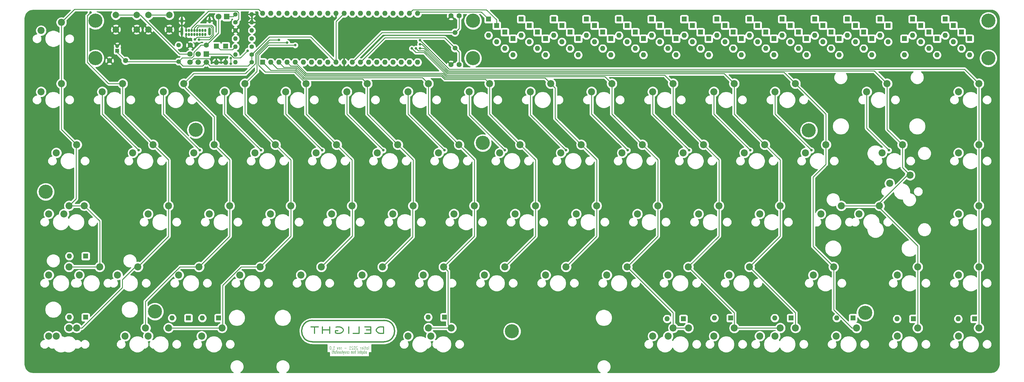
<source format=gbl>
G04 #@! TF.GenerationSoftware,KiCad,Pcbnew,(5.1.9)-1*
G04 #@! TF.CreationDate,2021-07-01T11:32:35-04:00*
G04 #@! TF.ProjectId,discipline-pcb,64697363-6970-46c6-996e-652d7063622e,rev?*
G04 #@! TF.SameCoordinates,Original*
G04 #@! TF.FileFunction,Copper,L2,Bot*
G04 #@! TF.FilePolarity,Positive*
%FSLAX46Y46*%
G04 Gerber Fmt 4.6, Leading zero omitted, Abs format (unit mm)*
G04 Created by KiCad (PCBNEW (5.1.9)-1) date 2021-07-01 11:32:35*
%MOMM*%
%LPD*%
G01*
G04 APERTURE LIST*
%ADD10C,0.125000*%
%ADD11C,0.350000*%
G04 #@! TA.AperFunction,EtchedComponent*
%ADD12C,0.400000*%
G04 #@! TD*
G04 #@! TA.AperFunction,ComponentPad*
%ADD13C,4.400000*%
G04 #@! TD*
G04 #@! TA.AperFunction,ComponentPad*
%ADD14O,1.600000X1.600000*%
G04 #@! TD*
G04 #@! TA.AperFunction,ComponentPad*
%ADD15R,1.600000X1.600000*%
G04 #@! TD*
G04 #@! TA.AperFunction,ComponentPad*
%ADD16C,2.200000*%
G04 #@! TD*
G04 #@! TA.AperFunction,ComponentPad*
%ADD17C,1.500000*%
G04 #@! TD*
G04 #@! TA.AperFunction,ComponentPad*
%ADD18R,1.800000X1.800000*%
G04 #@! TD*
G04 #@! TA.AperFunction,ComponentPad*
%ADD19C,1.800000*%
G04 #@! TD*
G04 #@! TA.AperFunction,ComponentPad*
%ADD20C,1.600000*%
G04 #@! TD*
G04 #@! TA.AperFunction,ComponentPad*
%ADD21C,1.200000*%
G04 #@! TD*
G04 #@! TA.AperFunction,ComponentPad*
%ADD22R,1.200000X1.200000*%
G04 #@! TD*
G04 #@! TA.AperFunction,ComponentPad*
%ADD23C,1.400000*%
G04 #@! TD*
G04 #@! TA.AperFunction,ComponentPad*
%ADD24O,1.400000X1.400000*%
G04 #@! TD*
G04 #@! TA.AperFunction,ComponentPad*
%ADD25C,1.700000*%
G04 #@! TD*
G04 #@! TA.AperFunction,ComponentPad*
%ADD26R,1.700000X1.700000*%
G04 #@! TD*
G04 #@! TA.AperFunction,ComponentPad*
%ADD27O,0.900000X1.700000*%
G04 #@! TD*
G04 #@! TA.AperFunction,ComponentPad*
%ADD28O,0.900000X2.400000*%
G04 #@! TD*
G04 #@! TA.AperFunction,ComponentPad*
%ADD29O,0.650000X1.000000*%
G04 #@! TD*
G04 #@! TA.AperFunction,ComponentPad*
%ADD30C,2.000000*%
G04 #@! TD*
G04 #@! TA.AperFunction,ViaPad*
%ADD31C,0.800000*%
G04 #@! TD*
G04 #@! TA.AperFunction,Conductor*
%ADD32C,0.250000*%
G04 #@! TD*
G04 #@! TA.AperFunction,Conductor*
%ADD33C,0.254000*%
G04 #@! TD*
G04 #@! TA.AperFunction,Conductor*
%ADD34C,0.100000*%
G04 #@! TD*
G04 APERTURE END LIST*
D10*
X160683758Y-173858180D02*
X160683758Y-173334371D01*
X160707568Y-173239133D01*
X160755187Y-173191514D01*
X160850425Y-173191514D01*
X160898044Y-173239133D01*
X160683758Y-173810561D02*
X160731377Y-173858180D01*
X160850425Y-173858180D01*
X160898044Y-173810561D01*
X160921854Y-173715323D01*
X160921854Y-173620085D01*
X160898044Y-173524847D01*
X160850425Y-173477228D01*
X160731377Y-173477228D01*
X160683758Y-173429609D01*
X160231377Y-173858180D02*
X160231377Y-172858180D01*
X160231377Y-173810561D02*
X160278997Y-173858180D01*
X160374235Y-173858180D01*
X160421854Y-173810561D01*
X160445663Y-173762942D01*
X160469473Y-173667704D01*
X160469473Y-173381990D01*
X160445663Y-173286752D01*
X160421854Y-173239133D01*
X160374235Y-173191514D01*
X160278997Y-173191514D01*
X160231377Y-173239133D01*
X159778997Y-173858180D02*
X159778997Y-173334371D01*
X159802806Y-173239133D01*
X159850425Y-173191514D01*
X159945663Y-173191514D01*
X159993282Y-173239133D01*
X159778997Y-173810561D02*
X159826616Y-173858180D01*
X159945663Y-173858180D01*
X159993282Y-173810561D01*
X160017092Y-173715323D01*
X160017092Y-173620085D01*
X159993282Y-173524847D01*
X159945663Y-173477228D01*
X159826616Y-173477228D01*
X159778997Y-173429609D01*
X159540901Y-173191514D02*
X159540901Y-174191514D01*
X159540901Y-173239133D02*
X159493282Y-173191514D01*
X159398044Y-173191514D01*
X159350425Y-173239133D01*
X159326616Y-173286752D01*
X159302806Y-173381990D01*
X159302806Y-173667704D01*
X159326616Y-173762942D01*
X159350425Y-173810561D01*
X159398044Y-173858180D01*
X159493282Y-173858180D01*
X159540901Y-173810561D01*
X159159949Y-173191514D02*
X158969473Y-173191514D01*
X159088520Y-172858180D02*
X159088520Y-173715323D01*
X159064711Y-173810561D01*
X159017092Y-173858180D01*
X158969473Y-173858180D01*
X158612330Y-173810561D02*
X158659949Y-173858180D01*
X158755187Y-173858180D01*
X158802806Y-173810561D01*
X158826616Y-173715323D01*
X158826616Y-173334371D01*
X158802806Y-173239133D01*
X158755187Y-173191514D01*
X158659949Y-173191514D01*
X158612330Y-173239133D01*
X158588520Y-173334371D01*
X158588520Y-173429609D01*
X158826616Y-173524847D01*
X158159949Y-173858180D02*
X158159949Y-172858180D01*
X158159949Y-173810561D02*
X158207568Y-173858180D01*
X158302806Y-173858180D01*
X158350425Y-173810561D01*
X158374235Y-173762942D01*
X158398044Y-173667704D01*
X158398044Y-173381990D01*
X158374235Y-173286752D01*
X158350425Y-173239133D01*
X158302806Y-173191514D01*
X158207568Y-173191514D01*
X158159949Y-173239133D01*
X157612330Y-173191514D02*
X157421854Y-173191514D01*
X157540901Y-173858180D02*
X157540901Y-173001038D01*
X157517092Y-172905800D01*
X157469473Y-172858180D01*
X157421854Y-172858180D01*
X157255187Y-173858180D02*
X157255187Y-173191514D01*
X157255187Y-173381990D02*
X157231377Y-173286752D01*
X157207568Y-173239133D01*
X157159949Y-173191514D01*
X157112330Y-173191514D01*
X156874235Y-173858180D02*
X156921854Y-173810561D01*
X156945663Y-173762942D01*
X156969473Y-173667704D01*
X156969473Y-173381990D01*
X156945663Y-173286752D01*
X156921854Y-173239133D01*
X156874235Y-173191514D01*
X156802806Y-173191514D01*
X156755187Y-173239133D01*
X156731377Y-173286752D01*
X156707568Y-173381990D01*
X156707568Y-173667704D01*
X156731377Y-173762942D01*
X156755187Y-173810561D01*
X156802806Y-173858180D01*
X156874235Y-173858180D01*
X156493282Y-173858180D02*
X156493282Y-173191514D01*
X156493282Y-173286752D02*
X156469473Y-173239133D01*
X156421854Y-173191514D01*
X156350425Y-173191514D01*
X156302806Y-173239133D01*
X156278997Y-173334371D01*
X156278997Y-173858180D01*
X156278997Y-173334371D02*
X156255187Y-173239133D01*
X156207568Y-173191514D01*
X156136139Y-173191514D01*
X156088520Y-173239133D01*
X156064711Y-173334371D01*
X156064711Y-173858180D01*
X155231377Y-173810561D02*
X155278997Y-173858180D01*
X155374235Y-173858180D01*
X155421854Y-173810561D01*
X155445663Y-173762942D01*
X155469473Y-173667704D01*
X155469473Y-173381990D01*
X155445663Y-173286752D01*
X155421854Y-173239133D01*
X155374235Y-173191514D01*
X155278997Y-173191514D01*
X155231377Y-173239133D01*
X154945663Y-173858180D02*
X154993282Y-173810561D01*
X155017092Y-173762942D01*
X155040901Y-173667704D01*
X155040901Y-173381990D01*
X155017092Y-173286752D01*
X154993282Y-173239133D01*
X154945663Y-173191514D01*
X154874235Y-173191514D01*
X154826616Y-173239133D01*
X154802806Y-173286752D01*
X154778997Y-173381990D01*
X154778997Y-173667704D01*
X154802806Y-173762942D01*
X154826616Y-173810561D01*
X154874235Y-173858180D01*
X154945663Y-173858180D01*
X154588520Y-173810561D02*
X154540901Y-173858180D01*
X154445663Y-173858180D01*
X154398044Y-173810561D01*
X154374235Y-173715323D01*
X154374235Y-173667704D01*
X154398044Y-173572466D01*
X154445663Y-173524847D01*
X154517092Y-173524847D01*
X154564711Y-173477228D01*
X154588520Y-173381990D01*
X154588520Y-173334371D01*
X154564711Y-173239133D01*
X154517092Y-173191514D01*
X154445663Y-173191514D01*
X154398044Y-173239133D01*
X153969473Y-173810561D02*
X154017092Y-173858180D01*
X154112330Y-173858180D01*
X154159949Y-173810561D01*
X154183758Y-173715323D01*
X154183758Y-173334371D01*
X154159949Y-173239133D01*
X154112330Y-173191514D01*
X154017092Y-173191514D01*
X153969473Y-173239133D01*
X153945663Y-173334371D01*
X153945663Y-173429609D01*
X154183758Y-173524847D01*
X153778997Y-173191514D02*
X153659949Y-173858180D01*
X153540901Y-173191514D02*
X153659949Y-173858180D01*
X153707568Y-174096276D01*
X153731377Y-174143895D01*
X153778997Y-174191514D01*
X153421854Y-173191514D02*
X153231377Y-173191514D01*
X153350425Y-173858180D02*
X153350425Y-173001038D01*
X153326616Y-172905800D01*
X153278997Y-172858180D01*
X153231377Y-172858180D01*
X152850425Y-173858180D02*
X152850425Y-173334371D01*
X152874235Y-173239133D01*
X152921854Y-173191514D01*
X153017092Y-173191514D01*
X153064711Y-173239133D01*
X152850425Y-173810561D02*
X152898044Y-173858180D01*
X153017092Y-173858180D01*
X153064711Y-173810561D01*
X153088520Y-173715323D01*
X153088520Y-173620085D01*
X153064711Y-173524847D01*
X153017092Y-173477228D01*
X152898044Y-173477228D01*
X152850425Y-173429609D01*
X152612330Y-173191514D02*
X152612330Y-173858180D01*
X152612330Y-173286752D02*
X152588520Y-173239133D01*
X152540901Y-173191514D01*
X152469473Y-173191514D01*
X152421854Y-173239133D01*
X152398044Y-173334371D01*
X152398044Y-173858180D01*
X152159949Y-173191514D02*
X152159949Y-173858180D01*
X152159949Y-173286752D02*
X152136139Y-173239133D01*
X152088520Y-173191514D01*
X152017092Y-173191514D01*
X151969473Y-173239133D01*
X151945663Y-173334371D01*
X151945663Y-173858180D01*
X151707568Y-173858180D02*
X151707568Y-173191514D01*
X151707568Y-172858180D02*
X151731377Y-172905800D01*
X151707568Y-172953419D01*
X151683758Y-172905800D01*
X151707568Y-172858180D01*
X151707568Y-172953419D01*
X151540901Y-173191514D02*
X151350425Y-173191514D01*
X151469473Y-172858180D02*
X151469473Y-173715323D01*
X151445663Y-173810561D01*
X151398044Y-173858180D01*
X151350425Y-173858180D01*
X150969473Y-173191514D02*
X150969473Y-173858180D01*
X151183758Y-173191514D02*
X151183758Y-173715323D01*
X151159949Y-173810561D01*
X151112330Y-173858180D01*
X151040901Y-173858180D01*
X150993282Y-173810561D01*
X150969473Y-173762942D01*
X150802806Y-173191514D02*
X150612330Y-173191514D01*
X150731377Y-172858180D02*
X150731377Y-173715323D01*
X150707568Y-173810561D01*
X150659949Y-173858180D01*
X150612330Y-173858180D01*
X150517092Y-173191514D02*
X150326616Y-173191514D01*
X150445663Y-172858180D02*
X150445663Y-173715323D01*
X150421854Y-173810561D01*
X150374235Y-173858180D01*
X150326616Y-173858180D01*
X150159949Y-173858180D02*
X150159949Y-173191514D01*
X150159949Y-172858180D02*
X150183758Y-172905800D01*
X150159949Y-172953419D01*
X150136139Y-172905800D01*
X150159949Y-172858180D01*
X150159949Y-172953419D01*
X161493282Y-172588180D02*
X161564711Y-172540561D01*
X161600425Y-172445323D01*
X161600425Y-171588180D01*
X161100425Y-172588180D02*
X161171854Y-172540561D01*
X161207568Y-172492942D01*
X161243282Y-172397704D01*
X161243282Y-172111990D01*
X161207568Y-172016752D01*
X161171854Y-171969133D01*
X161100425Y-171921514D01*
X160993282Y-171921514D01*
X160921854Y-171969133D01*
X160886139Y-172016752D01*
X160850425Y-172111990D01*
X160850425Y-172397704D01*
X160886139Y-172492942D01*
X160921854Y-172540561D01*
X160993282Y-172588180D01*
X161100425Y-172588180D01*
X160636139Y-171921514D02*
X160350425Y-171921514D01*
X160528997Y-171588180D02*
X160528997Y-172445323D01*
X160493282Y-172540561D01*
X160421854Y-172588180D01*
X160350425Y-172588180D01*
X160100425Y-172588180D02*
X160100425Y-171921514D01*
X160100425Y-171588180D02*
X160136139Y-171635800D01*
X160100425Y-171683419D01*
X160064711Y-171635800D01*
X160100425Y-171588180D01*
X160100425Y-171683419D01*
X159457568Y-172540561D02*
X159528997Y-172588180D01*
X159671854Y-172588180D01*
X159743282Y-172540561D01*
X159778997Y-172445323D01*
X159778997Y-172064371D01*
X159743282Y-171969133D01*
X159671854Y-171921514D01*
X159528997Y-171921514D01*
X159457568Y-171969133D01*
X159421854Y-172064371D01*
X159421854Y-172159609D01*
X159778997Y-172254847D01*
X159100425Y-172588180D02*
X159100425Y-171921514D01*
X159100425Y-172111990D02*
X159064711Y-172016752D01*
X159028997Y-171969133D01*
X158957568Y-171921514D01*
X158886139Y-171921514D01*
X158100425Y-171683419D02*
X158064711Y-171635800D01*
X157993282Y-171588180D01*
X157814711Y-171588180D01*
X157743282Y-171635800D01*
X157707568Y-171683419D01*
X157671854Y-171778657D01*
X157671854Y-171873895D01*
X157707568Y-172016752D01*
X158136139Y-172588180D01*
X157671854Y-172588180D01*
X157207568Y-171588180D02*
X157136139Y-171588180D01*
X157064711Y-171635800D01*
X157028997Y-171683419D01*
X156993282Y-171778657D01*
X156957568Y-171969133D01*
X156957568Y-172207228D01*
X156993282Y-172397704D01*
X157028997Y-172492942D01*
X157064711Y-172540561D01*
X157136139Y-172588180D01*
X157207568Y-172588180D01*
X157278997Y-172540561D01*
X157314711Y-172492942D01*
X157350425Y-172397704D01*
X157386139Y-172207228D01*
X157386139Y-171969133D01*
X157350425Y-171778657D01*
X157314711Y-171683419D01*
X157278997Y-171635800D01*
X157207568Y-171588180D01*
X156671854Y-171683419D02*
X156636139Y-171635800D01*
X156564711Y-171588180D01*
X156386139Y-171588180D01*
X156314711Y-171635800D01*
X156278997Y-171683419D01*
X156243282Y-171778657D01*
X156243282Y-171873895D01*
X156278997Y-172016752D01*
X156707568Y-172588180D01*
X156243282Y-172588180D01*
X155528997Y-172588180D02*
X155957568Y-172588180D01*
X155743282Y-172588180D02*
X155743282Y-171588180D01*
X155814711Y-171731038D01*
X155886139Y-171826276D01*
X155957568Y-171873895D01*
X154636139Y-172207228D02*
X154064711Y-172207228D01*
X153136139Y-172588180D02*
X153136139Y-171921514D01*
X153136139Y-172111990D02*
X153100425Y-172016752D01*
X153064711Y-171969133D01*
X152993282Y-171921514D01*
X152921854Y-171921514D01*
X152386139Y-172540561D02*
X152457568Y-172588180D01*
X152600425Y-172588180D01*
X152671854Y-172540561D01*
X152707568Y-172445323D01*
X152707568Y-172064371D01*
X152671854Y-171969133D01*
X152600425Y-171921514D01*
X152457568Y-171921514D01*
X152386139Y-171969133D01*
X152350425Y-172064371D01*
X152350425Y-172159609D01*
X152707568Y-172254847D01*
X152100425Y-171921514D02*
X151921854Y-172588180D01*
X151743282Y-171921514D01*
X150493282Y-172588180D02*
X150921854Y-172588180D01*
X150707568Y-172588180D02*
X150707568Y-171588180D01*
X150778997Y-171731038D01*
X150850425Y-171826276D01*
X150921854Y-171873895D01*
X150171854Y-172492942D02*
X150136139Y-172540561D01*
X150171854Y-172588180D01*
X150207568Y-172540561D01*
X150171854Y-172492942D01*
X150171854Y-172588180D01*
X149671854Y-171588180D02*
X149600425Y-171588180D01*
X149528997Y-171635800D01*
X149493282Y-171683419D01*
X149457568Y-171778657D01*
X149421854Y-171969133D01*
X149421854Y-172207228D01*
X149457568Y-172397704D01*
X149493282Y-172492942D01*
X149528997Y-172540561D01*
X149600425Y-172588180D01*
X149671854Y-172588180D01*
X149743282Y-172540561D01*
X149778997Y-172492942D01*
X149814711Y-172397704D01*
X149850425Y-172207228D01*
X149850425Y-171969133D01*
X149814711Y-171778657D01*
X149778997Y-171683419D01*
X149743282Y-171635800D01*
X149671854Y-171588180D01*
D11*
X166242763Y-167586971D02*
X166242763Y-165586971D01*
X165290382Y-165586971D01*
X164718953Y-165682210D01*
X164338001Y-165872686D01*
X164147524Y-166063162D01*
X163957048Y-166444114D01*
X163957048Y-166729829D01*
X164147524Y-167110781D01*
X164338001Y-167301257D01*
X164718953Y-167491733D01*
X165290382Y-167586971D01*
X166242763Y-167586971D01*
X162242763Y-166539352D02*
X160909429Y-166539352D01*
X160338001Y-167586971D02*
X162242763Y-167586971D01*
X162242763Y-165586971D01*
X160338001Y-165586971D01*
X156718953Y-167586971D02*
X158623715Y-167586971D01*
X158623715Y-165586971D01*
X155385620Y-167586971D02*
X155385620Y-165586971D01*
X151385620Y-165682210D02*
X151766572Y-165586971D01*
X152338001Y-165586971D01*
X152909429Y-165682210D01*
X153290382Y-165872686D01*
X153480858Y-166063162D01*
X153671334Y-166444114D01*
X153671334Y-166729829D01*
X153480858Y-167110781D01*
X153290382Y-167301257D01*
X152909429Y-167491733D01*
X152338001Y-167586971D01*
X151957048Y-167586971D01*
X151385620Y-167491733D01*
X151195144Y-167396495D01*
X151195144Y-166729829D01*
X151957048Y-166729829D01*
X149480858Y-167586971D02*
X149480858Y-165586971D01*
X149480858Y-166539352D02*
X147195144Y-166539352D01*
X147195144Y-167586971D02*
X147195144Y-165586971D01*
X145861810Y-165586971D02*
X143576096Y-165586971D01*
X144718953Y-167586971D02*
X144718953Y-165586971D01*
D12*
X166305144Y-163522210D02*
X144025144Y-163522210D01*
X166325144Y-170202210D02*
X144025144Y-170202210D01*
X166335144Y-170202210D02*
G75*
G03*
X166335144Y-163522210I0J3340000D01*
G01*
X144035144Y-163522210D02*
G75*
G03*
X144035144Y-170202210I0J-3340000D01*
G01*
D13*
X354584000Y-81788000D03*
X354584000Y-70104000D03*
X194056000Y-81788000D03*
X76454000Y-70104000D03*
X76454000Y-81788000D03*
D14*
X328422000Y-80772000D03*
D15*
X328422000Y-75692000D03*
D14*
X128524000Y-67818000D03*
X176784000Y-83058000D03*
X131064000Y-67818000D03*
X174244000Y-83058000D03*
X133604000Y-67818000D03*
X171704000Y-83058000D03*
X136144000Y-67818000D03*
X169164000Y-83058000D03*
X138684000Y-67818000D03*
X166624000Y-83058000D03*
X141224000Y-67818000D03*
X164084000Y-83058000D03*
X143764000Y-67818000D03*
X161544000Y-83058000D03*
X146304000Y-67818000D03*
X159004000Y-83058000D03*
X148844000Y-67818000D03*
X156464000Y-83058000D03*
X151384000Y-67818000D03*
X153924000Y-83058000D03*
X153924000Y-67818000D03*
X151384000Y-83058000D03*
X156464000Y-67818000D03*
X148844000Y-83058000D03*
X159004000Y-67818000D03*
X146304000Y-83058000D03*
X161544000Y-67818000D03*
X143764000Y-83058000D03*
X164084000Y-67818000D03*
X141224000Y-83058000D03*
X166624000Y-67818000D03*
X138684000Y-83058000D03*
X169164000Y-67818000D03*
X136144000Y-83058000D03*
X171704000Y-67818000D03*
X133604000Y-83058000D03*
X174244000Y-67818000D03*
X131064000Y-83058000D03*
X176784000Y-67818000D03*
D15*
X128524000Y-83058000D03*
D16*
X59531250Y-73152000D03*
X65881250Y-70612000D03*
D17*
X188468000Y-78650000D03*
X188468000Y-73770000D03*
D14*
X211582000Y-76676000D03*
D15*
X211582000Y-71596000D03*
D14*
X214122000Y-78740000D03*
D15*
X214122000Y-73660000D03*
D14*
X216662000Y-80772000D03*
D15*
X216662000Y-75692000D03*
D14*
X203962000Y-78740000D03*
D15*
X203962000Y-73660000D03*
D14*
X201422000Y-76676000D03*
D15*
X201422000Y-71596000D03*
D14*
X206502000Y-80772000D03*
D15*
X206502000Y-75692000D03*
D16*
X64293750Y-111283750D03*
X70643750Y-108743750D03*
D18*
X117348000Y-68834000D03*
D19*
X114808000Y-68834000D03*
D16*
X237331250Y-89693750D03*
X230981250Y-92233750D03*
D13*
X60960000Y-123444000D03*
D16*
X123031250Y-89693750D03*
X116681250Y-92233750D03*
D14*
X209042000Y-74676000D03*
D15*
X209042000Y-69596000D03*
D14*
X68326000Y-143510000D03*
D15*
X73406000Y-143510000D03*
D14*
X219202000Y-74676000D03*
D15*
X219202000Y-69596000D03*
D14*
X229362000Y-74676000D03*
D15*
X229362000Y-69596000D03*
D14*
X221742000Y-76676000D03*
D15*
X221742000Y-71596000D03*
D14*
X231902000Y-76676000D03*
D15*
X231902000Y-71596000D03*
D14*
X224282000Y-78740000D03*
D15*
X224282000Y-73660000D03*
D14*
X100330000Y-162814000D03*
D15*
X105410000Y-162814000D03*
D14*
X226822000Y-80772000D03*
D15*
X226822000Y-75692000D03*
X198882000Y-69596000D03*
D14*
X198882000Y-74676000D03*
D20*
X110998000Y-77724000D03*
X105998000Y-77724000D03*
X85852000Y-82550000D03*
X80852000Y-82550000D03*
D21*
X83274214Y-78002000D03*
D22*
X83274214Y-79502000D03*
D20*
X187218000Y-68580000D03*
X189718000Y-68580000D03*
X187218000Y-83820000D03*
X189718000Y-83820000D03*
D16*
X68262500Y-146843750D03*
X61912500Y-149383750D03*
X308768750Y-127793750D03*
X302418750Y-130333750D03*
X330200000Y-118268750D03*
X323850000Y-120808750D03*
X89693750Y-146843750D03*
X83343750Y-149383750D03*
X275466206Y-165893750D03*
X269116206Y-168433750D03*
X256410884Y-165883620D03*
X250060884Y-168423620D03*
D23*
X125180316Y-80678982D03*
D24*
X120100316Y-80678982D03*
D23*
X125180316Y-78185517D03*
D24*
X120100316Y-78185517D03*
D23*
X125180316Y-75692052D03*
D24*
X120100316Y-75692052D03*
D23*
X120100316Y-73120211D03*
D24*
X125180316Y-73120211D03*
D23*
X120100316Y-70600499D03*
D24*
X125180316Y-70600499D03*
D23*
X120100316Y-68107034D03*
D24*
X125180316Y-68107034D03*
D23*
X125180316Y-83058000D03*
D24*
X120100316Y-83058000D03*
D13*
X194056000Y-70104000D03*
D16*
X283390128Y-168433750D03*
X289740128Y-165893750D03*
X254833936Y-168433750D03*
X261183936Y-165893750D03*
X180207573Y-165901640D03*
X173857573Y-168441640D03*
X92893031Y-168429819D03*
X99243031Y-165889819D03*
X64293700Y-168423620D03*
X70643700Y-165883620D03*
X68262500Y-127783620D03*
X61912500Y-130323620D03*
D25*
X105918000Y-83058000D03*
X105918000Y-80518000D03*
X108458000Y-83058000D03*
X108458000Y-80518000D03*
X110998000Y-83058000D03*
D26*
X110998000Y-80518000D03*
D16*
X323056250Y-89693750D03*
X316706250Y-92233750D03*
X314325250Y-130333750D03*
X320675250Y-127793750D03*
X71437450Y-149383750D03*
X77787450Y-146843750D03*
X68262450Y-165883620D03*
X61912450Y-168423620D03*
X92075050Y-165893750D03*
X85725050Y-168433750D03*
X115887450Y-165883620D03*
X109537450Y-168423620D03*
X73025050Y-127783620D03*
X66675050Y-130323620D03*
X306387250Y-146843750D03*
X300037250Y-149383750D03*
X321468250Y-111283750D03*
X327818250Y-108743750D03*
X294481250Y-89693750D03*
X288131250Y-92233750D03*
X132556250Y-108743750D03*
X126206250Y-111283750D03*
X65881250Y-89693750D03*
X59531250Y-92233750D03*
X84931250Y-89693750D03*
X78581250Y-92233750D03*
X103981250Y-89693750D03*
X97631250Y-92233750D03*
X142081250Y-89693750D03*
X135731250Y-92233750D03*
X161131250Y-89693750D03*
X154781250Y-92233750D03*
X180181250Y-89693750D03*
X173831250Y-92233750D03*
X199231250Y-89693750D03*
X192881250Y-92233750D03*
X218281250Y-89693750D03*
X211931250Y-92233750D03*
X256381250Y-89693750D03*
X250031250Y-92233750D03*
X275431250Y-89693750D03*
X269081250Y-92233750D03*
X351631250Y-89693750D03*
X345281250Y-92233750D03*
X94456250Y-108743750D03*
X88106250Y-111283750D03*
X113506250Y-108743750D03*
X107156250Y-111283750D03*
X151606250Y-108743750D03*
X145256250Y-111283750D03*
X170656250Y-108743750D03*
X164306250Y-111283750D03*
X189706250Y-108743750D03*
X183356250Y-111283750D03*
X208756250Y-108743750D03*
X202406250Y-111283750D03*
X227806250Y-108743750D03*
X221456250Y-111283750D03*
X246856250Y-108743750D03*
X240506250Y-111283750D03*
X265906250Y-108743750D03*
X259556250Y-111283750D03*
X284956250Y-108743750D03*
X278606250Y-111283750D03*
X304006250Y-108743750D03*
X297656250Y-111283750D03*
X351631250Y-108743750D03*
X345281250Y-111283750D03*
X99218750Y-127793750D03*
X92868750Y-130333750D03*
X118268750Y-127793750D03*
X111918750Y-130333750D03*
X137318750Y-127793750D03*
X130968750Y-130333750D03*
X156368250Y-127793750D03*
X150018250Y-130333750D03*
X175418250Y-127793750D03*
X169068250Y-130333750D03*
X194468250Y-127793750D03*
X188118250Y-130333750D03*
X213518250Y-127793750D03*
X207168250Y-130333750D03*
X232568250Y-127793750D03*
X226218250Y-130333750D03*
X251618250Y-127793750D03*
X245268250Y-130333750D03*
X270668250Y-127793750D03*
X264318250Y-130333750D03*
X289718250Y-127793750D03*
X283368250Y-130333750D03*
X351631250Y-127793750D03*
X345281250Y-130333750D03*
X108743750Y-146843750D03*
X102393750Y-149383750D03*
X127793750Y-146843750D03*
X121443750Y-149383750D03*
X146843750Y-146843750D03*
X140493750Y-149383750D03*
X165894250Y-146843750D03*
X159544250Y-149383750D03*
X184944250Y-146843750D03*
X178594250Y-149383750D03*
X203994250Y-146843750D03*
X197644250Y-149383750D03*
X223044250Y-146843750D03*
X216694250Y-149383750D03*
X242094250Y-146843750D03*
X235744250Y-149383750D03*
X261144250Y-146843750D03*
X254794250Y-149383750D03*
X280194250Y-146843750D03*
X273844250Y-149383750D03*
X332581250Y-146843750D03*
X326231250Y-149383750D03*
X351631250Y-146843750D03*
X345281250Y-149383750D03*
X187325250Y-165893750D03*
X180975250Y-168433750D03*
X313531250Y-165893750D03*
X307181250Y-168433750D03*
X332581250Y-165893750D03*
X326231250Y-168433750D03*
X351631250Y-165893750D03*
X345281250Y-168433750D03*
X294521528Y-165883620D03*
X288171528Y-168423620D03*
D27*
X103371000Y-70066000D03*
X112021000Y-70066000D03*
D28*
X103371000Y-73446000D03*
X112021000Y-73446000D03*
D29*
X104716000Y-73101000D03*
X105566000Y-73101000D03*
X106416000Y-73101000D03*
X107266000Y-73101000D03*
X108116000Y-73101000D03*
X108966000Y-73101000D03*
X109816000Y-73101000D03*
X110671000Y-73101000D03*
X104721000Y-74426000D03*
X105571000Y-74426000D03*
X106421000Y-74426000D03*
X107271000Y-74426000D03*
X108121000Y-74426000D03*
X109821000Y-74426000D03*
X110671000Y-74426000D03*
X108971000Y-74426000D03*
D23*
X102362000Y-82824000D03*
X102362000Y-77724000D03*
D30*
X92964000Y-72826000D03*
X92964000Y-68326000D03*
X99464000Y-72826000D03*
X99464000Y-68326000D03*
X82804000Y-72826000D03*
X82804000Y-68326000D03*
X89304000Y-72826000D03*
X89304000Y-68326000D03*
D14*
X239522000Y-74676000D03*
D15*
X239522000Y-69596000D03*
D14*
X249682000Y-74676000D03*
D15*
X249682000Y-69596000D03*
D14*
X259842000Y-74676000D03*
D15*
X259842000Y-69596000D03*
D14*
X270002000Y-74676000D03*
D15*
X270002000Y-69596000D03*
X280162000Y-69596000D03*
D14*
X280162000Y-74676000D03*
X290360736Y-74676000D03*
D15*
X290360736Y-69596000D03*
D14*
X300482000Y-74676000D03*
D15*
X300482000Y-69596000D03*
D14*
X310642000Y-74676000D03*
D15*
X310642000Y-69596000D03*
D14*
X320802000Y-74676000D03*
D15*
X320802000Y-69596000D03*
D14*
X330962000Y-74676000D03*
D15*
X330962000Y-69596000D03*
D14*
X341122000Y-74676000D03*
D15*
X341122000Y-69596000D03*
D14*
X242062000Y-76676000D03*
D15*
X242062000Y-71596000D03*
D14*
X252222000Y-76676000D03*
D15*
X252222000Y-71596000D03*
D14*
X262382000Y-76676000D03*
D15*
X262382000Y-71596000D03*
D14*
X272542000Y-76676000D03*
D15*
X272542000Y-71596000D03*
X282702000Y-71596000D03*
D14*
X282702000Y-76676000D03*
X292862000Y-76676000D03*
D15*
X292862000Y-71596000D03*
D14*
X303022000Y-76676000D03*
D15*
X303022000Y-71596000D03*
D14*
X313182000Y-76676000D03*
D15*
X313182000Y-71596000D03*
D14*
X323342000Y-76676000D03*
D15*
X323342000Y-71596000D03*
D14*
X333502000Y-76676000D03*
D15*
X333502000Y-71596000D03*
D14*
X343662000Y-76676000D03*
D15*
X343662000Y-71596000D03*
D14*
X234442000Y-78740000D03*
D15*
X234442000Y-73660000D03*
D14*
X244602000Y-78740000D03*
D15*
X244602000Y-73660000D03*
D14*
X254762000Y-78740000D03*
D15*
X254762000Y-73660000D03*
D14*
X264922000Y-78740000D03*
D15*
X264922000Y-73660000D03*
D14*
X275082000Y-78740000D03*
D15*
X275082000Y-73660000D03*
X285242000Y-73660000D03*
D14*
X285242000Y-78740000D03*
X295402000Y-78740000D03*
D15*
X295402000Y-73660000D03*
D14*
X305562000Y-78740000D03*
D15*
X305562000Y-73660000D03*
D14*
X315722000Y-78740000D03*
D15*
X315722000Y-73660000D03*
D14*
X336042000Y-78740000D03*
D15*
X336042000Y-73660000D03*
D14*
X346202000Y-78740000D03*
D15*
X346202000Y-73660000D03*
D14*
X236982000Y-80772000D03*
D15*
X236982000Y-75692000D03*
D14*
X247142000Y-80772000D03*
D15*
X247142000Y-75692000D03*
D14*
X257302000Y-80772000D03*
D15*
X257302000Y-75692000D03*
D14*
X267462000Y-80772000D03*
D15*
X267462000Y-75692000D03*
D14*
X277622000Y-80772000D03*
D15*
X277622000Y-75692000D03*
X287782000Y-75692000D03*
D14*
X287782000Y-80772000D03*
X297942000Y-80772000D03*
D15*
X297942000Y-75692000D03*
D14*
X308102000Y-80772000D03*
D15*
X308102000Y-75692000D03*
D14*
X318262000Y-80772000D03*
D15*
X318262000Y-75692000D03*
D14*
X338582000Y-80772000D03*
D15*
X338582000Y-75692000D03*
D14*
X348742000Y-80772000D03*
D15*
X348742000Y-75692000D03*
D14*
X68326000Y-162560000D03*
D15*
X73406000Y-162560000D03*
D14*
X109728000Y-162814000D03*
D15*
X114808000Y-162814000D03*
D14*
X180086000Y-162560000D03*
D15*
X185166000Y-162560000D03*
D14*
X254508000Y-163068000D03*
D15*
X259588000Y-163068000D03*
D14*
X269240000Y-162814000D03*
D15*
X274320000Y-162814000D03*
D14*
X307340000Y-162814000D03*
D15*
X312420000Y-162814000D03*
D14*
X326136000Y-163068000D03*
D15*
X331216000Y-163068000D03*
D14*
X345186000Y-163068000D03*
D15*
X350266000Y-163068000D03*
D14*
X288036000Y-162814000D03*
D15*
X293116000Y-162814000D03*
X117010982Y-77988196D03*
D14*
X117010982Y-83068196D03*
D15*
X114141310Y-77988196D03*
D14*
X114141310Y-83068196D03*
D13*
X206213345Y-166958110D03*
X197104000Y-108204000D03*
X298671968Y-104302994D03*
X107696000Y-104140000D03*
X316230000Y-161146960D03*
X94996000Y-160782000D03*
D31*
X116078000Y-108712000D03*
X135128000Y-108712000D03*
X153924000Y-108712000D03*
X172974000Y-108712000D03*
X226822000Y-78486000D03*
X236982000Y-78486000D03*
X257302000Y-78486000D03*
X267462000Y-78486000D03*
X297942000Y-78486000D03*
X247142000Y-78486000D03*
X287782000Y-78486000D03*
X354660309Y-73406000D03*
X216662000Y-78486000D03*
X206502000Y-78486000D03*
X277622000Y-78486000D03*
X211074000Y-108712000D03*
X230124000Y-108712000D03*
X249174000Y-108712000D03*
X307848000Y-78486000D03*
X95758000Y-166370000D03*
X192024000Y-108712000D03*
X145034000Y-81534000D03*
X122682000Y-78232000D03*
X89915998Y-110490000D03*
X108966000Y-110490000D03*
X128016000Y-110490000D03*
X147066034Y-110490000D03*
X166115982Y-110490000D03*
X185166000Y-110490000D03*
X203962006Y-110490006D03*
X223011993Y-110489993D03*
X242266333Y-110490000D03*
X261366022Y-110490020D03*
X280416000Y-110490000D03*
X299466000Y-110490000D03*
X323596000Y-110490000D03*
X74930014Y-67564000D03*
X133604000Y-76059879D03*
X136143988Y-76962000D03*
X138684000Y-77724014D03*
X175006000Y-78740000D03*
X176276000Y-78740000D03*
X177546000Y-78740000D03*
X177546006Y-77469994D03*
X177545994Y-76199994D03*
X107442000Y-75945992D03*
X118618000Y-83507985D03*
X118618001Y-81787999D03*
X123888208Y-79438208D03*
X108712000Y-75976210D03*
D32*
X104716000Y-73101000D02*
X104716000Y-73084000D01*
X107093001Y-81882999D02*
X112681001Y-81882999D01*
X105918000Y-83058000D02*
X107093001Y-81882999D01*
X196610999Y-67324999D02*
X198882000Y-69596000D01*
X177277001Y-67324999D02*
X196610999Y-67324999D01*
X176784000Y-67818000D02*
X177277001Y-67324999D01*
X78581250Y-99155252D02*
X89915998Y-110490000D01*
X78581250Y-92233750D02*
X78581250Y-99155252D01*
X97631250Y-99155250D02*
X108966000Y-110490000D01*
X97631250Y-92233750D02*
X97631250Y-99155250D01*
X116681250Y-92233750D02*
X116681250Y-99155250D01*
X116681250Y-99155250D02*
X128016000Y-110490000D01*
X135731250Y-92233750D02*
X135731250Y-99155216D01*
X135731250Y-99155216D02*
X147066034Y-110490000D01*
X154781250Y-92233750D02*
X154781250Y-99155268D01*
X154781250Y-99155268D02*
X166115982Y-110490000D01*
X173831250Y-92233750D02*
X173831250Y-99155250D01*
X173831250Y-99155250D02*
X185166000Y-110490000D01*
X192881250Y-92233750D02*
X192881250Y-99409250D01*
X192881250Y-99409250D02*
X203962006Y-110490006D01*
X211931250Y-99409250D02*
X223011993Y-110489993D01*
X211931250Y-92233750D02*
X211931250Y-99409250D01*
X230981250Y-92233750D02*
X230981250Y-99204917D01*
X242266331Y-110489998D02*
X242266333Y-110490000D01*
X230981250Y-99204917D02*
X242266333Y-110490000D01*
X250031250Y-99155248D02*
X261366022Y-110490020D01*
X250031250Y-92233750D02*
X250031250Y-99155248D01*
X269081250Y-99155250D02*
X280416000Y-110490000D01*
X269081250Y-92233750D02*
X269081250Y-99155250D01*
X288131250Y-92233750D02*
X288131250Y-99155250D01*
X288131250Y-99155250D02*
X299466000Y-110490000D01*
X316706250Y-103600250D02*
X323596000Y-110490000D01*
X316706250Y-92233750D02*
X316706250Y-103600250D01*
X201422000Y-69850000D02*
X201422000Y-71596000D01*
X198264999Y-66692999D02*
X201422000Y-69850000D01*
X175369001Y-66692999D02*
X198264999Y-66692999D01*
X174244000Y-67818000D02*
X175369001Y-66692999D01*
X77787450Y-146843750D02*
X68262500Y-146843750D01*
X73025050Y-127783620D02*
X68262500Y-127783620D01*
X70428751Y-108958749D02*
X70643750Y-108743750D01*
X70428751Y-125617369D02*
X70428751Y-108958749D01*
X68262500Y-127783620D02*
X70428751Y-125617369D01*
X65881250Y-89693750D02*
X65881250Y-70612000D01*
X65881250Y-70612000D02*
X69945250Y-66548000D01*
X127254000Y-66548000D02*
X128524000Y-67818000D01*
X126746000Y-66548000D02*
X127254000Y-66548000D01*
X69945250Y-66548000D02*
X126746000Y-66548000D01*
X77787450Y-132546020D02*
X73025050Y-127783620D01*
X77787450Y-146843750D02*
X77787450Y-132546020D01*
X65881250Y-103981250D02*
X65881250Y-89693750D01*
X70643750Y-108743750D02*
X65881250Y-103981250D01*
X68262450Y-165883620D02*
X70643700Y-165883620D01*
X84828749Y-150807749D02*
X88792748Y-146843750D01*
X88792748Y-146843750D02*
X89693750Y-146843750D01*
X84828749Y-153322253D02*
X84828749Y-150807749D01*
X72267382Y-165883620D02*
X84828749Y-153322253D01*
X70643700Y-165883620D02*
X72267382Y-165883620D01*
X99218750Y-137318750D02*
X99218750Y-127793750D01*
X89693750Y-146843750D02*
X99218750Y-137318750D01*
X99218750Y-113506250D02*
X95821249Y-110108749D01*
X95821249Y-110108749D02*
X94456250Y-108743750D01*
X99218750Y-127793750D02*
X99218750Y-113506250D01*
X84931250Y-99218750D02*
X84931250Y-89693750D01*
X94456250Y-108743750D02*
X84931250Y-99218750D01*
X73914000Y-68580014D02*
X74930014Y-67564000D01*
X73914000Y-83058000D02*
X73914000Y-68580014D01*
X80549750Y-89693750D02*
X73914000Y-83058000D01*
X84931250Y-89693750D02*
X80549750Y-89693750D01*
X92075050Y-157593448D02*
X92075050Y-165893750D01*
X102824748Y-146843750D02*
X92075050Y-157593448D01*
X108743750Y-146843750D02*
X102824748Y-146843750D01*
X118268750Y-137318750D02*
X118268750Y-127793750D01*
X108743750Y-146843750D02*
X118268750Y-137318750D01*
X113506250Y-108743750D02*
X113506250Y-100019748D01*
X113506250Y-100019748D02*
X104418502Y-90932000D01*
X104418502Y-90131002D02*
X103981250Y-89693750D01*
X104418502Y-90932000D02*
X104418502Y-90131002D01*
X103981250Y-89693750D02*
X107061000Y-86614000D01*
X123141318Y-86614000D02*
X123673659Y-86081659D01*
X121920000Y-86614000D02*
X123141318Y-86614000D01*
X123444000Y-86311318D02*
X123673659Y-86081659D01*
X107061000Y-86614000D02*
X121920000Y-86614000D01*
X114871249Y-110108749D02*
X113506250Y-108743750D01*
X118268750Y-113506250D02*
X114871249Y-110108749D01*
X118268750Y-127793750D02*
X118268750Y-113506250D01*
X126353978Y-83401340D02*
X126353978Y-80399200D01*
X130693299Y-76059879D02*
X133604000Y-76059879D01*
X123673659Y-86081659D02*
X126353978Y-83401340D01*
X126353978Y-80399200D02*
X130693299Y-76059879D01*
X137318750Y-137318750D02*
X127793750Y-146843750D01*
X137318750Y-127793750D02*
X137318750Y-137318750D01*
X99249230Y-165883620D02*
X99243031Y-165889819D01*
X115887450Y-165883620D02*
X99249230Y-165883620D01*
X137318750Y-113506250D02*
X137318750Y-127793750D01*
X132556250Y-108743750D02*
X137318750Y-113506250D01*
X121874748Y-146843750D02*
X127793750Y-146843750D01*
X116078000Y-152640498D02*
X121874748Y-146843750D01*
X116078000Y-165693070D02*
X116078000Y-152640498D01*
X115887450Y-165883620D02*
X116078000Y-165693070D01*
X123031250Y-99218750D02*
X132556250Y-108743750D01*
X123031250Y-89693750D02*
X123031250Y-99218750D01*
X123031250Y-89693750D02*
X126803989Y-85921011D01*
X126803989Y-85921011D02*
X126803989Y-80585600D01*
X126803989Y-80585600D02*
X130427589Y-76962000D01*
X130427589Y-76962000D02*
X136143988Y-76962000D01*
X156368250Y-113505750D02*
X151606250Y-108743750D01*
X156368250Y-127793750D02*
X156368250Y-113505750D01*
X156464000Y-127889500D02*
X156368250Y-127793750D01*
X156464000Y-137223500D02*
X156464000Y-127889500D01*
X146843750Y-146843750D02*
X156464000Y-137223500D01*
X142081250Y-99218750D02*
X142081250Y-89693750D01*
X151606250Y-108743750D02*
X142081250Y-99218750D01*
X130301986Y-77724014D02*
X138684000Y-77724014D01*
X127254000Y-80772000D02*
X130301986Y-77724014D01*
X127254000Y-83973002D02*
X127254000Y-80772000D01*
X129386998Y-86106000D02*
X127254000Y-83973002D01*
X138493500Y-86106000D02*
X129386998Y-86106000D01*
X142081250Y-89693750D02*
X138493500Y-86106000D01*
X175260000Y-127952000D02*
X175418250Y-127793750D01*
X175260000Y-137478000D02*
X175260000Y-127952000D01*
X165894250Y-146843750D02*
X175260000Y-137478000D01*
X172021249Y-110108749D02*
X170656250Y-108743750D01*
X175418250Y-113505750D02*
X172021249Y-110108749D01*
X175418250Y-127793750D02*
X175418250Y-113505750D01*
X131064000Y-85598000D02*
X128524000Y-83058000D01*
X138678360Y-85598000D02*
X131064000Y-85598000D01*
X141349102Y-88268742D02*
X138678360Y-85598000D01*
X159706249Y-88268749D02*
X141354749Y-88268749D01*
X161131250Y-89693750D02*
X159706249Y-88268749D01*
X141354744Y-88268744D02*
X141349102Y-88268742D01*
X141354749Y-88268749D02*
X141354744Y-88268744D01*
X161131250Y-99218750D02*
X161131250Y-89693750D01*
X170656250Y-108743750D02*
X161131250Y-99218750D01*
X187317360Y-165901640D02*
X187325250Y-165893750D01*
X180207573Y-165901640D02*
X187317360Y-165901640D01*
X186309249Y-148208749D02*
X184944250Y-146843750D01*
X186309249Y-164877749D02*
X186309249Y-148208749D01*
X187325250Y-165893750D02*
X186309249Y-164877749D01*
X194468250Y-137319750D02*
X194468250Y-127793750D01*
X184944250Y-146843750D02*
X194468250Y-137319750D01*
X191071249Y-110108749D02*
X189706250Y-108743750D01*
X194468250Y-113505750D02*
X191071249Y-110108749D01*
X194468250Y-127793750D02*
X194468250Y-113505750D01*
X180181250Y-99218750D02*
X180181250Y-89693750D01*
X189706250Y-108743750D02*
X180181250Y-99218750D01*
X138799793Y-85083023D02*
X133089023Y-85083023D01*
X141535503Y-87818733D02*
X138799793Y-85083023D01*
X178306233Y-87818733D02*
X141535503Y-87818733D01*
X180181250Y-89693750D02*
X178306233Y-87818733D01*
X133089023Y-85083023D02*
X131064000Y-83058000D01*
X213518250Y-113505750D02*
X213518250Y-127793750D01*
X208756250Y-108743750D02*
X213518250Y-113505750D01*
X213518250Y-137319750D02*
X203994250Y-146843750D01*
X213518250Y-127793750D02*
X213518250Y-137319750D01*
X199231250Y-99218750D02*
X208756250Y-108743750D01*
X199231250Y-89693750D02*
X199231250Y-99218750D01*
X135179012Y-84633012D02*
X133604000Y-83058000D01*
X199231250Y-89693750D02*
X197929500Y-88392000D01*
X138986192Y-84633012D02*
X135179012Y-84633012D01*
X197929500Y-88392000D02*
X185674000Y-88392000D01*
X185674000Y-88392000D02*
X185673998Y-88391998D01*
X185673998Y-88391998D02*
X185417179Y-88391997D01*
X185417179Y-88391997D02*
X185417175Y-88391993D01*
X185417175Y-88391993D02*
X185285942Y-88391992D01*
X185285942Y-88391992D02*
X184262674Y-87368724D01*
X184262674Y-87368724D02*
X141721904Y-87368724D01*
X141721904Y-87368724D02*
X138986192Y-84633012D01*
X232568250Y-137319750D02*
X232568250Y-127793750D01*
X223044250Y-146843750D02*
X232568250Y-137319750D01*
X219646249Y-91058749D02*
X218281250Y-89693750D01*
X219646249Y-100583749D02*
X219646249Y-91058749D01*
X227806250Y-108743750D02*
X219646249Y-100583749D01*
X229171249Y-110108749D02*
X227806250Y-108743750D01*
X232568250Y-113505750D02*
X229171249Y-110108749D01*
X232568250Y-127793750D02*
X232568250Y-113505750D01*
X141908305Y-86918715D02*
X139172591Y-84183001D01*
X218281250Y-89693750D02*
X216529489Y-87941989D01*
X137269001Y-84183001D02*
X136144000Y-83058000D01*
X216529489Y-87941989D02*
X185603578Y-87941988D01*
X185603578Y-87941988D02*
X185603573Y-87941983D01*
X185472343Y-87941983D02*
X184449075Y-86918715D01*
X139172591Y-84183001D02*
X137269001Y-84183001D01*
X185603573Y-87941983D02*
X185472343Y-87941983D01*
X184449075Y-86918715D02*
X141908305Y-86918715D01*
X237331250Y-99218750D02*
X246856250Y-108743750D01*
X237331250Y-89693750D02*
X237331250Y-99218750D01*
X256410884Y-161160384D02*
X256410884Y-165883620D01*
X242094250Y-146843750D02*
X256410884Y-161160384D01*
X256421014Y-165893750D02*
X256410884Y-165883620D01*
X261183936Y-165893750D02*
X256421014Y-165893750D01*
X251618250Y-113505750D02*
X251618250Y-127793750D01*
X246856250Y-108743750D02*
X251618250Y-113505750D01*
X251618250Y-137319750D02*
X242094250Y-146843750D01*
X251618250Y-127793750D02*
X251618250Y-137319750D01*
X142094706Y-86468706D02*
X138684000Y-83058000D01*
X237331250Y-89693750D02*
X235129478Y-87491978D01*
X235129478Y-87491978D02*
X185789978Y-87491978D01*
X185789978Y-87491978D02*
X185789975Y-87491975D01*
X185789975Y-87491975D02*
X185658744Y-87491974D01*
X185658744Y-87491974D02*
X184635476Y-86468706D01*
X184635476Y-86468706D02*
X142094706Y-86468706D01*
X275466206Y-161165706D02*
X275466206Y-165893750D01*
X261144250Y-146843750D02*
X275466206Y-161165706D01*
X275466206Y-165893750D02*
X289740128Y-165893750D01*
X256381250Y-99218750D02*
X265906250Y-108743750D01*
X256381250Y-89693750D02*
X256381250Y-99218750D01*
X261144250Y-146779750D02*
X261144250Y-146843750D01*
X270668250Y-137255750D02*
X261144250Y-146779750D01*
X270668250Y-127793750D02*
X270668250Y-137255750D01*
X270668250Y-113505750D02*
X270668250Y-127793750D01*
X265906250Y-108743750D02*
X270668250Y-113505750D01*
X176276000Y-80010000D02*
X175006000Y-78740000D01*
X178813180Y-80010000D02*
X176276000Y-80010000D01*
X185845145Y-87041965D02*
X178813180Y-80010000D01*
X253729466Y-87041966D02*
X185845145Y-87041965D01*
X256381250Y-89693750D02*
X253729466Y-87041966D01*
X275431250Y-99218750D02*
X284956250Y-108743750D01*
X275431250Y-89693750D02*
X275431250Y-99218750D01*
X294521528Y-161171028D02*
X294521528Y-165883620D01*
X280194250Y-146843750D02*
X294521528Y-161171028D01*
X289718250Y-137319750D02*
X280194250Y-146843750D01*
X289718250Y-127793750D02*
X289718250Y-137319750D01*
X289718250Y-113505750D02*
X289718250Y-127793750D01*
X284956250Y-108743750D02*
X289718250Y-113505750D01*
X177038000Y-79502000D02*
X176276000Y-78740000D01*
X178941590Y-79502000D02*
X177038000Y-79502000D01*
X186031546Y-86591956D02*
X178941590Y-79502000D01*
X272329456Y-86591956D02*
X186031546Y-86591956D01*
X275431250Y-89693750D02*
X272329456Y-86591956D01*
X304006250Y-99218750D02*
X304006250Y-108743750D01*
X294481250Y-89693750D02*
X304006250Y-99218750D01*
X312084752Y-165893750D02*
X313531250Y-165893750D01*
X306387250Y-160196248D02*
X312084752Y-165893750D01*
X306387250Y-146843750D02*
X306387250Y-160196248D01*
X299973749Y-140430249D02*
X306387250Y-146843750D01*
X299973749Y-118872251D02*
X299973749Y-140430249D01*
X304006250Y-114839750D02*
X299973749Y-118872251D01*
X304006250Y-108743750D02*
X304006250Y-114839750D01*
X178816000Y-78740000D02*
X177546000Y-78740000D01*
X186217943Y-86141943D02*
X178816000Y-78740000D01*
X290929444Y-86141944D02*
X186217943Y-86141943D01*
X294481250Y-89693750D02*
X290929444Y-86141944D01*
X323056250Y-103981750D02*
X327818250Y-108743750D01*
X323056250Y-89693750D02*
X323056250Y-103981750D01*
X327818250Y-115887000D02*
X330200000Y-118268750D01*
X327818250Y-108743750D02*
X327818250Y-115887000D01*
X320675250Y-126992502D02*
X320675250Y-127793750D01*
X329399002Y-118268750D02*
X320675250Y-126992502D01*
X330200000Y-118268750D02*
X329399002Y-118268750D01*
X320675250Y-127793750D02*
X308768750Y-127793750D01*
X332581250Y-146843750D02*
X332581250Y-165893750D01*
X332581250Y-140303250D02*
X332581250Y-146843750D01*
X320675250Y-128397250D02*
X332581250Y-140303250D01*
X320675250Y-127793750D02*
X320675250Y-128397250D01*
X323056250Y-89693750D02*
X319054434Y-85691934D01*
X186404344Y-85691934D02*
X179452404Y-78739994D01*
X319054434Y-85691934D02*
X186404344Y-85691934D01*
X178632413Y-77920003D02*
X179452404Y-78739994D01*
X178629593Y-77920003D02*
X178632413Y-77920003D01*
X178179584Y-77469994D02*
X178629593Y-77920003D01*
X177546006Y-77469994D02*
X178179584Y-77469994D01*
X351631250Y-89693750D02*
X351631250Y-108743750D01*
X351631250Y-108743750D02*
X351631250Y-127793750D01*
X351631250Y-127793750D02*
X351631250Y-146843750D01*
X351631250Y-163887752D02*
X351631250Y-165893750D01*
X351631250Y-146843750D02*
X351631250Y-163887752D01*
X177545994Y-76199994D02*
X178815994Y-77469994D01*
X186590743Y-85241923D02*
X177548814Y-76199994D01*
X347179423Y-85241923D02*
X186590743Y-85241923D01*
X177548814Y-76199994D02*
X177545994Y-76199994D01*
X351631250Y-89693750D02*
X347179423Y-85241923D01*
X121125317Y-69575498D02*
X120100316Y-70600499D01*
X121125317Y-67615033D02*
X121125317Y-69575498D01*
X120592317Y-67082033D02*
X121125317Y-67615033D01*
X111684967Y-67082033D02*
X120592317Y-67082033D01*
X106416000Y-72351000D02*
X111684967Y-67082033D01*
X106416000Y-73101000D02*
X106416000Y-72351000D01*
X82804000Y-68326000D02*
X89304000Y-68326000D01*
X104902000Y-80518000D02*
X105918000Y-80518000D01*
X102616000Y-80518000D02*
X104902000Y-80518000D01*
X90424000Y-68326000D02*
X102616000Y-80518000D01*
X89304000Y-68326000D02*
X90424000Y-68326000D01*
X151384000Y-70358000D02*
X153924000Y-67818000D01*
X151384000Y-83058000D02*
X151384000Y-70358000D01*
X114808000Y-73914000D02*
X110998000Y-77724000D01*
X114808000Y-68834000D02*
X114808000Y-73914000D01*
X86126000Y-82824000D02*
X85852000Y-82550000D01*
X102362000Y-82824000D02*
X86126000Y-82824000D01*
X83274214Y-79972214D02*
X83274214Y-79502000D01*
X85852000Y-82550000D02*
X83274214Y-79972214D01*
X107093001Y-79953999D02*
X109323000Y-77724000D01*
X102362000Y-82824000D02*
X103492999Y-81693001D01*
X103492999Y-81693001D02*
X106482001Y-81693001D01*
X109866630Y-77724000D02*
X110998000Y-77724000D01*
X106482001Y-81693001D02*
X107093001Y-81082001D01*
X107093001Y-81082001D02*
X107093001Y-79953999D01*
X109323000Y-77724000D02*
X109866630Y-77724000D01*
X102362000Y-82824000D02*
X103771001Y-84233001D01*
X109822999Y-84233001D02*
X110998000Y-83058000D01*
X103771001Y-84233001D02*
X109822999Y-84233001D01*
X125180316Y-83058000D02*
X125180316Y-80678982D01*
X124005315Y-84233001D02*
X125180316Y-83058000D01*
X110998000Y-83058000D02*
X112173001Y-84233001D01*
X112173001Y-84233001D02*
X124005315Y-84233001D01*
X143510000Y-75184000D02*
X150584001Y-82258001D01*
X150584001Y-82258001D02*
X151384000Y-83058000D01*
X130675298Y-75184000D02*
X143510000Y-75184000D01*
X125180316Y-80678982D02*
X130675298Y-75184000D01*
X189718000Y-79900000D02*
X189718000Y-83820000D01*
X188468000Y-78650000D02*
X189718000Y-79900000D01*
X166624000Y-75438000D02*
X163412000Y-78650000D01*
X185256000Y-75438000D02*
X166624000Y-75438000D01*
X163412000Y-78650000D02*
X159004000Y-83058000D01*
X188468000Y-78650000D02*
X185256000Y-75438000D01*
X165752000Y-73770000D02*
X164973000Y-74549000D01*
X188468000Y-73770000D02*
X165752000Y-73770000D01*
X164973000Y-74549000D02*
X156464000Y-83058000D01*
X165100000Y-74422000D02*
X164973000Y-74549000D01*
X189718000Y-72520000D02*
X189718000Y-68580000D01*
X188468000Y-73770000D02*
X189718000Y-72520000D01*
X108136982Y-75251010D02*
X107442000Y-75945992D01*
X112062019Y-75251010D02*
X108136982Y-75251010D01*
X112796009Y-74517020D02*
X112062019Y-75251010D01*
X112432580Y-71920991D02*
X112796009Y-72284422D01*
X108546010Y-71920991D02*
X112432580Y-71920991D01*
X108116000Y-73101000D02*
X108116000Y-72351000D01*
X108116000Y-72351000D02*
X108546010Y-71920991D01*
X112796009Y-72284422D02*
X112796009Y-74517020D01*
X118618000Y-83507985D02*
X118618001Y-82353684D01*
X118618001Y-82353684D02*
X118618001Y-81787999D01*
X121622433Y-81703983D02*
X123888208Y-79438208D01*
X119608315Y-81703983D02*
X121622433Y-81703983D01*
X118422332Y-80518000D02*
X119608315Y-81703983D01*
X110998000Y-80518000D02*
X118422332Y-80518000D01*
X119373350Y-68834000D02*
X120100316Y-68107034D01*
X117348000Y-68834000D02*
X119373350Y-68834000D01*
X120100316Y-68107034D02*
X120360966Y-68107034D01*
X92964000Y-68326000D02*
X99464000Y-68326000D01*
X108146020Y-71470980D02*
X112618979Y-71470980D01*
X113246019Y-74703420D02*
X111973229Y-75976210D01*
X111973229Y-75976210D02*
X108712000Y-75976210D01*
X113246020Y-72098021D02*
X113246019Y-74703420D01*
X107266000Y-73101000D02*
X107266000Y-72351000D01*
X107266000Y-72351000D02*
X108146020Y-71470980D01*
X112618979Y-71470980D02*
X113246020Y-72098021D01*
X119172636Y-79113197D02*
X120100316Y-78185517D01*
X115391001Y-79113197D02*
X119172636Y-79113197D01*
X114266000Y-77988196D02*
X115391001Y-79113197D01*
X114141310Y-77988196D02*
X114266000Y-77988196D01*
D33*
X66449162Y-68969286D02*
X66387331Y-68943675D01*
X66052133Y-68877000D01*
X65710367Y-68877000D01*
X65375169Y-68943675D01*
X65059419Y-69074463D01*
X64775252Y-69264337D01*
X64533587Y-69506002D01*
X64343713Y-69790169D01*
X64212925Y-70105919D01*
X64146250Y-70441117D01*
X64146250Y-70782883D01*
X64212925Y-71118081D01*
X64343713Y-71433831D01*
X64533587Y-71717998D01*
X64775252Y-71959663D01*
X65059419Y-72149537D01*
X65121251Y-72175149D01*
X65121251Y-73745548D01*
X65020965Y-73645262D01*
X64589391Y-73356893D01*
X64109851Y-73158261D01*
X63600775Y-73057000D01*
X63081725Y-73057000D01*
X62572649Y-73158261D01*
X62093109Y-73356893D01*
X61661535Y-73645262D01*
X61294512Y-74012285D01*
X61006143Y-74443859D01*
X60807511Y-74923399D01*
X60706250Y-75432475D01*
X60706250Y-75951525D01*
X60807511Y-76460601D01*
X61006143Y-76940141D01*
X61294512Y-77371715D01*
X61661535Y-77738738D01*
X62093109Y-78027107D01*
X62572649Y-78225739D01*
X63081725Y-78327000D01*
X63600775Y-78327000D01*
X64109851Y-78225739D01*
X64589391Y-78027107D01*
X65020965Y-77738738D01*
X65121251Y-77638452D01*
X65121250Y-88130602D01*
X65059419Y-88156213D01*
X64775252Y-88346087D01*
X64533587Y-88587752D01*
X64343713Y-88871919D01*
X64212925Y-89187669D01*
X64146250Y-89522867D01*
X64146250Y-89864633D01*
X64212925Y-90199831D01*
X64343713Y-90515581D01*
X64533587Y-90799748D01*
X64775252Y-91041413D01*
X65059419Y-91231287D01*
X65121251Y-91256899D01*
X65121251Y-92827298D01*
X65020965Y-92727012D01*
X64589391Y-92438643D01*
X64109851Y-92240011D01*
X63600775Y-92138750D01*
X63081725Y-92138750D01*
X62572649Y-92240011D01*
X62093109Y-92438643D01*
X61661535Y-92727012D01*
X61294512Y-93094035D01*
X61006143Y-93525609D01*
X60807511Y-94005149D01*
X60706250Y-94514225D01*
X60706250Y-95033275D01*
X60807511Y-95542351D01*
X61006143Y-96021891D01*
X61294512Y-96453465D01*
X61661535Y-96820488D01*
X62093109Y-97108857D01*
X62572649Y-97307489D01*
X63081725Y-97408750D01*
X63600775Y-97408750D01*
X64109851Y-97307489D01*
X64589391Y-97108857D01*
X65020965Y-96820488D01*
X65121251Y-96720202D01*
X65121250Y-103943928D01*
X65117574Y-103981250D01*
X65121250Y-104018572D01*
X65121250Y-104018582D01*
X65132247Y-104130235D01*
X65164095Y-104235224D01*
X65175704Y-104273496D01*
X65246276Y-104405526D01*
X65286121Y-104454076D01*
X65341249Y-104521251D01*
X65370253Y-104545054D01*
X69001036Y-108175838D01*
X68975425Y-108237669D01*
X68908750Y-108572867D01*
X68908750Y-108914633D01*
X68975425Y-109249831D01*
X69106213Y-109565581D01*
X69296087Y-109849748D01*
X69537752Y-110091413D01*
X69668752Y-110178944D01*
X69668752Y-111700363D01*
X69351891Y-111488643D01*
X68872351Y-111290011D01*
X68363275Y-111188750D01*
X67844225Y-111188750D01*
X67335149Y-111290011D01*
X66855609Y-111488643D01*
X66424035Y-111777012D01*
X66057012Y-112144035D01*
X65768643Y-112575609D01*
X65570011Y-113055149D01*
X65468750Y-113564225D01*
X65468750Y-114083275D01*
X65570011Y-114592351D01*
X65768643Y-115071891D01*
X66057012Y-115503465D01*
X66424035Y-115870488D01*
X66855609Y-116158857D01*
X67335149Y-116357489D01*
X67844225Y-116458750D01*
X68363275Y-116458750D01*
X68872351Y-116357489D01*
X69351891Y-116158857D01*
X69668752Y-115947137D01*
X69668751Y-125302567D01*
X68830412Y-126140906D01*
X68768581Y-126115295D01*
X68433383Y-126048620D01*
X68091617Y-126048620D01*
X67756419Y-126115295D01*
X67440669Y-126246083D01*
X67156502Y-126435957D01*
X66914837Y-126677622D01*
X66724963Y-126961789D01*
X66594175Y-127277539D01*
X66527500Y-127612737D01*
X66527500Y-127954503D01*
X66594175Y-128289701D01*
X66717991Y-128588620D01*
X66504167Y-128588620D01*
X66168969Y-128655295D01*
X65853219Y-128786083D01*
X65569052Y-128975957D01*
X65327387Y-129217622D01*
X65137513Y-129501789D01*
X65006725Y-129817539D01*
X64940050Y-130152737D01*
X64940050Y-130335617D01*
X64474359Y-130528513D01*
X64042785Y-130816882D01*
X63675762Y-131183905D01*
X63387393Y-131615479D01*
X63188761Y-132095019D01*
X63087500Y-132604095D01*
X63087500Y-133123145D01*
X63188761Y-133632221D01*
X63387393Y-134111761D01*
X63675762Y-134543335D01*
X64042785Y-134910358D01*
X64474359Y-135198727D01*
X64953899Y-135397359D01*
X65462975Y-135498620D01*
X65982025Y-135498620D01*
X66491101Y-135397359D01*
X66970641Y-135198727D01*
X67402215Y-134910358D01*
X67769238Y-134543335D01*
X68057607Y-134111761D01*
X68103775Y-134000302D01*
X68149943Y-134111761D01*
X68438312Y-134543335D01*
X68805335Y-134910358D01*
X69236909Y-135198727D01*
X69716449Y-135397359D01*
X70225525Y-135498620D01*
X70744575Y-135498620D01*
X71253651Y-135397359D01*
X71733191Y-135198727D01*
X72164765Y-134910358D01*
X72531788Y-134543335D01*
X72820157Y-134111761D01*
X73018789Y-133632221D01*
X73120050Y-133123145D01*
X73120050Y-132604095D01*
X73018789Y-132095019D01*
X72820157Y-131615479D01*
X72531788Y-131183905D01*
X72164765Y-130816882D01*
X71733191Y-130528513D01*
X71253651Y-130329881D01*
X70744575Y-130228620D01*
X70225525Y-130228620D01*
X69716449Y-130329881D01*
X69236909Y-130528513D01*
X68805335Y-130816882D01*
X68438312Y-131183905D01*
X68149943Y-131615479D01*
X68103775Y-131726938D01*
X68057607Y-131615479D01*
X67969185Y-131483146D01*
X68022713Y-131429618D01*
X68212587Y-131145451D01*
X68343375Y-130829701D01*
X68410050Y-130494503D01*
X68410050Y-130152737D01*
X68343375Y-129817539D01*
X68219559Y-129518620D01*
X68433383Y-129518620D01*
X68768581Y-129451945D01*
X69084331Y-129321157D01*
X69368498Y-129131283D01*
X69610163Y-128889618D01*
X69800037Y-128605451D01*
X69825648Y-128543620D01*
X71461902Y-128543620D01*
X71487513Y-128605451D01*
X71677387Y-128889618D01*
X71919052Y-129131283D01*
X72203219Y-129321157D01*
X72518969Y-129451945D01*
X72854167Y-129518620D01*
X73195933Y-129518620D01*
X73531131Y-129451945D01*
X73592962Y-129426334D01*
X75545248Y-131378620D01*
X75418790Y-131378620D01*
X75131892Y-131435688D01*
X74861639Y-131547630D01*
X74618418Y-131710145D01*
X74411575Y-131916988D01*
X74249060Y-132160209D01*
X74137118Y-132430462D01*
X74080050Y-132717360D01*
X74080050Y-133009880D01*
X74137118Y-133296778D01*
X74249060Y-133567031D01*
X74411575Y-133810252D01*
X74618418Y-134017095D01*
X74861639Y-134179610D01*
X75131892Y-134291552D01*
X75418790Y-134348620D01*
X75711310Y-134348620D01*
X75998208Y-134291552D01*
X76268461Y-134179610D01*
X76511682Y-134017095D01*
X76718525Y-133810252D01*
X76881040Y-133567031D01*
X76992982Y-133296778D01*
X77027451Y-133123492D01*
X77027450Y-145280602D01*
X76965619Y-145306213D01*
X76681452Y-145496087D01*
X76439787Y-145737752D01*
X76249913Y-146021919D01*
X76224302Y-146083750D01*
X69825648Y-146083750D01*
X69800037Y-146021919D01*
X69610163Y-145737752D01*
X69368498Y-145496087D01*
X69084331Y-145306213D01*
X68768581Y-145175425D01*
X68433383Y-145108750D01*
X68091617Y-145108750D01*
X67756419Y-145175425D01*
X67440669Y-145306213D01*
X67156502Y-145496087D01*
X66914837Y-145737752D01*
X66724963Y-146021919D01*
X66594175Y-146337669D01*
X66527500Y-146672867D01*
X66527500Y-147014633D01*
X66594175Y-147349831D01*
X66724963Y-147665581D01*
X66914837Y-147949748D01*
X67156502Y-148191413D01*
X67440669Y-148381287D01*
X67756419Y-148512075D01*
X68091617Y-148578750D01*
X68433383Y-148578750D01*
X68768581Y-148512075D01*
X69084331Y-148381287D01*
X69368498Y-148191413D01*
X69610163Y-147949748D01*
X69800037Y-147665581D01*
X69825648Y-147603750D01*
X76224302Y-147603750D01*
X76249913Y-147665581D01*
X76439787Y-147949748D01*
X76681452Y-148191413D01*
X76965619Y-148381287D01*
X77281369Y-148512075D01*
X77616567Y-148578750D01*
X77958333Y-148578750D01*
X78293531Y-148512075D01*
X78609281Y-148381287D01*
X78893448Y-148191413D01*
X79135113Y-147949748D01*
X79324987Y-147665581D01*
X79455775Y-147349831D01*
X79522450Y-147014633D01*
X79522450Y-146672867D01*
X79455775Y-146337669D01*
X79324987Y-146021919D01*
X79135113Y-145737752D01*
X78893448Y-145496087D01*
X78609281Y-145306213D01*
X78547450Y-145280602D01*
X78547450Y-132727490D01*
X90113750Y-132727490D01*
X90113750Y-133020010D01*
X90170818Y-133306908D01*
X90282760Y-133577161D01*
X90445275Y-133820382D01*
X90652118Y-134027225D01*
X90895339Y-134189740D01*
X91165592Y-134301682D01*
X91452490Y-134358750D01*
X91745010Y-134358750D01*
X92031908Y-134301682D01*
X92302161Y-134189740D01*
X92545382Y-134027225D01*
X92752225Y-133820382D01*
X92914740Y-133577161D01*
X93026682Y-133306908D01*
X93083750Y-133020010D01*
X93083750Y-132727490D01*
X93026682Y-132440592D01*
X92914740Y-132170339D01*
X92846860Y-132068750D01*
X93039633Y-132068750D01*
X93374831Y-132002075D01*
X93690581Y-131871287D01*
X93974748Y-131681413D01*
X94216413Y-131439748D01*
X94406287Y-131155581D01*
X94537075Y-130839831D01*
X94603750Y-130504633D01*
X94603750Y-130162867D01*
X94537075Y-129827669D01*
X94406287Y-129511919D01*
X94216413Y-129227752D01*
X93974748Y-128986087D01*
X93690581Y-128796213D01*
X93374831Y-128665425D01*
X93039633Y-128598750D01*
X92697867Y-128598750D01*
X92362669Y-128665425D01*
X92046919Y-128796213D01*
X91762752Y-128986087D01*
X91521087Y-129227752D01*
X91331213Y-129511919D01*
X91200425Y-129827669D01*
X91133750Y-130162867D01*
X91133750Y-130504633D01*
X91200425Y-130839831D01*
X91331213Y-131155581D01*
X91487011Y-131388750D01*
X91452490Y-131388750D01*
X91165592Y-131445818D01*
X90895339Y-131557760D01*
X90652118Y-131720275D01*
X90445275Y-131927118D01*
X90282760Y-132170339D01*
X90170818Y-132440592D01*
X90113750Y-132727490D01*
X78547450Y-132727490D01*
X78547450Y-132583345D01*
X78551126Y-132546020D01*
X78547450Y-132508695D01*
X78547450Y-132508687D01*
X78536453Y-132397034D01*
X78492996Y-132253773D01*
X78422424Y-132121744D01*
X78327451Y-132006019D01*
X78298453Y-131982221D01*
X74667764Y-128351532D01*
X74693375Y-128289701D01*
X74760050Y-127954503D01*
X74760050Y-127612737D01*
X74693375Y-127277539D01*
X74562587Y-126961789D01*
X74372713Y-126677622D01*
X74131048Y-126435957D01*
X73846881Y-126246083D01*
X73531131Y-126115295D01*
X73195933Y-126048620D01*
X72854167Y-126048620D01*
X72518969Y-126115295D01*
X72203219Y-126246083D01*
X71919052Y-126435957D01*
X71677387Y-126677622D01*
X71487513Y-126961789D01*
X71461902Y-127023620D01*
X70097302Y-127023620D01*
X70939755Y-126181167D01*
X70968752Y-126157370D01*
X71063725Y-126041645D01*
X71134297Y-125909616D01*
X71177754Y-125766355D01*
X71188751Y-125654702D01*
X71188751Y-125654701D01*
X71192428Y-125617369D01*
X71188751Y-125580036D01*
X71188751Y-113677490D01*
X71698750Y-113677490D01*
X71698750Y-113970010D01*
X71755818Y-114256908D01*
X71867760Y-114527161D01*
X72030275Y-114770382D01*
X72237118Y-114977225D01*
X72480339Y-115139740D01*
X72750592Y-115251682D01*
X73037490Y-115308750D01*
X73330010Y-115308750D01*
X73616908Y-115251682D01*
X73887161Y-115139740D01*
X74130382Y-114977225D01*
X74337225Y-114770382D01*
X74499740Y-114527161D01*
X74611682Y-114256908D01*
X74668750Y-113970010D01*
X74668750Y-113677490D01*
X74611682Y-113390592D01*
X74499740Y-113120339D01*
X74337225Y-112877118D01*
X74130382Y-112670275D01*
X73887161Y-112507760D01*
X73616908Y-112395818D01*
X73330010Y-112338750D01*
X73037490Y-112338750D01*
X72750592Y-112395818D01*
X72480339Y-112507760D01*
X72237118Y-112670275D01*
X72030275Y-112877118D01*
X71867760Y-113120339D01*
X71755818Y-113390592D01*
X71698750Y-113677490D01*
X71188751Y-113677490D01*
X71188751Y-110395954D01*
X71465581Y-110281287D01*
X71749748Y-110091413D01*
X71991413Y-109849748D01*
X72181287Y-109565581D01*
X72312075Y-109249831D01*
X72378750Y-108914633D01*
X72378750Y-108572867D01*
X72312075Y-108237669D01*
X72181287Y-107921919D01*
X71991413Y-107637752D01*
X71749748Y-107396087D01*
X71465581Y-107206213D01*
X71149831Y-107075425D01*
X70814633Y-107008750D01*
X70472867Y-107008750D01*
X70137669Y-107075425D01*
X70075838Y-107101036D01*
X66641250Y-103666449D01*
X66641250Y-94627490D01*
X66936250Y-94627490D01*
X66936250Y-94920010D01*
X66993318Y-95206908D01*
X67105260Y-95477161D01*
X67267775Y-95720382D01*
X67474618Y-95927225D01*
X67717839Y-96089740D01*
X67988092Y-96201682D01*
X68274990Y-96258750D01*
X68567510Y-96258750D01*
X68854408Y-96201682D01*
X69124661Y-96089740D01*
X69367882Y-95927225D01*
X69574725Y-95720382D01*
X69737240Y-95477161D01*
X69849182Y-95206908D01*
X69906250Y-94920010D01*
X69906250Y-94627490D01*
X75826250Y-94627490D01*
X75826250Y-94920010D01*
X75883318Y-95206908D01*
X75995260Y-95477161D01*
X76157775Y-95720382D01*
X76364618Y-95927225D01*
X76607839Y-96089740D01*
X76878092Y-96201682D01*
X77164990Y-96258750D01*
X77457510Y-96258750D01*
X77744408Y-96201682D01*
X77821251Y-96169853D01*
X77821251Y-99117920D01*
X77817574Y-99155252D01*
X77821251Y-99192581D01*
X77821251Y-99192585D01*
X77832248Y-99304238D01*
X77845430Y-99347694D01*
X77875704Y-99447498D01*
X77946276Y-99579528D01*
X78017451Y-99666254D01*
X78041250Y-99695253D01*
X78070248Y-99719051D01*
X87905823Y-109554627D01*
X87600169Y-109615425D01*
X87284419Y-109746213D01*
X87000252Y-109936087D01*
X86758587Y-110177752D01*
X86568713Y-110461919D01*
X86437925Y-110777669D01*
X86371250Y-111112867D01*
X86371250Y-111454633D01*
X86437925Y-111789831D01*
X86568713Y-112105581D01*
X86724511Y-112338750D01*
X86689990Y-112338750D01*
X86403092Y-112395818D01*
X86132839Y-112507760D01*
X85889618Y-112670275D01*
X85682775Y-112877118D01*
X85520260Y-113120339D01*
X85408318Y-113390592D01*
X85351250Y-113677490D01*
X85351250Y-113970010D01*
X85408318Y-114256908D01*
X85520260Y-114527161D01*
X85682775Y-114770382D01*
X85889618Y-114977225D01*
X86132839Y-115139740D01*
X86403092Y-115251682D01*
X86689990Y-115308750D01*
X86982510Y-115308750D01*
X87269408Y-115251682D01*
X87539661Y-115139740D01*
X87782882Y-114977225D01*
X87989725Y-114770382D01*
X88152240Y-114527161D01*
X88264182Y-114256908D01*
X88321250Y-113970010D01*
X88321250Y-113677490D01*
X88298721Y-113564225D01*
X89281250Y-113564225D01*
X89281250Y-114083275D01*
X89382511Y-114592351D01*
X89581143Y-115071891D01*
X89869512Y-115503465D01*
X90236535Y-115870488D01*
X90668109Y-116158857D01*
X91147649Y-116357489D01*
X91656725Y-116458750D01*
X92175775Y-116458750D01*
X92684851Y-116357489D01*
X93164391Y-116158857D01*
X93595965Y-115870488D01*
X93962988Y-115503465D01*
X94251357Y-115071891D01*
X94449989Y-114592351D01*
X94551250Y-114083275D01*
X94551250Y-113564225D01*
X94449989Y-113055149D01*
X94251357Y-112575609D01*
X93962988Y-112144035D01*
X93595965Y-111777012D01*
X93164391Y-111488643D01*
X92684851Y-111290011D01*
X92175775Y-111188750D01*
X91656725Y-111188750D01*
X91147649Y-111290011D01*
X90668109Y-111488643D01*
X90236535Y-111777012D01*
X89869512Y-112144035D01*
X89581143Y-112575609D01*
X89382511Y-113055149D01*
X89281250Y-113564225D01*
X88298721Y-113564225D01*
X88264182Y-113390592D01*
X88152240Y-113120339D01*
X88084360Y-113018750D01*
X88277133Y-113018750D01*
X88612331Y-112952075D01*
X88928081Y-112821287D01*
X89212248Y-112631413D01*
X89453913Y-112389748D01*
X89643787Y-112105581D01*
X89774575Y-111789831D01*
X89827253Y-111525000D01*
X90017937Y-111525000D01*
X90217896Y-111485226D01*
X90406254Y-111407205D01*
X90575772Y-111293937D01*
X90719935Y-111149774D01*
X90833203Y-110980256D01*
X90911224Y-110791898D01*
X90950998Y-110591939D01*
X90950998Y-110388061D01*
X90911224Y-110188102D01*
X90833203Y-109999744D01*
X90719935Y-109830226D01*
X90575772Y-109686063D01*
X90406254Y-109572795D01*
X90217896Y-109494774D01*
X90017937Y-109455000D01*
X89955800Y-109455000D01*
X79341250Y-98840451D01*
X79341250Y-93796898D01*
X79403081Y-93771287D01*
X79687248Y-93581413D01*
X79928913Y-93339748D01*
X80118787Y-93055581D01*
X80249575Y-92739831D01*
X80316250Y-92404633D01*
X80316250Y-92062867D01*
X80249575Y-91727669D01*
X80118787Y-91411919D01*
X79928913Y-91127752D01*
X79687248Y-90886087D01*
X79403081Y-90696213D01*
X79087331Y-90565425D01*
X78752133Y-90498750D01*
X78410367Y-90498750D01*
X78075169Y-90565425D01*
X77759419Y-90696213D01*
X77475252Y-90886087D01*
X77233587Y-91127752D01*
X77043713Y-91411919D01*
X76912925Y-91727669D01*
X76846250Y-92062867D01*
X76846250Y-92404633D01*
X76912925Y-92739831D01*
X77043713Y-93055581D01*
X77199511Y-93288750D01*
X77164990Y-93288750D01*
X76878092Y-93345818D01*
X76607839Y-93457760D01*
X76364618Y-93620275D01*
X76157775Y-93827118D01*
X75995260Y-94070339D01*
X75883318Y-94340592D01*
X75826250Y-94627490D01*
X69906250Y-94627490D01*
X69849182Y-94340592D01*
X69737240Y-94070339D01*
X69574725Y-93827118D01*
X69367882Y-93620275D01*
X69124661Y-93457760D01*
X68854408Y-93345818D01*
X68567510Y-93288750D01*
X68274990Y-93288750D01*
X67988092Y-93345818D01*
X67717839Y-93457760D01*
X67474618Y-93620275D01*
X67267775Y-93827118D01*
X67105260Y-94070339D01*
X66993318Y-94340592D01*
X66936250Y-94627490D01*
X66641250Y-94627490D01*
X66641250Y-91256898D01*
X66703081Y-91231287D01*
X66987248Y-91041413D01*
X67228913Y-90799748D01*
X67418787Y-90515581D01*
X67549575Y-90199831D01*
X67616250Y-89864633D01*
X67616250Y-89522867D01*
X67549575Y-89187669D01*
X67418787Y-88871919D01*
X67228913Y-88587752D01*
X66987248Y-88346087D01*
X66703081Y-88156213D01*
X66641250Y-88130602D01*
X66641250Y-75545740D01*
X66936250Y-75545740D01*
X66936250Y-75838260D01*
X66993318Y-76125158D01*
X67105260Y-76395411D01*
X67267775Y-76638632D01*
X67474618Y-76845475D01*
X67717839Y-77007990D01*
X67988092Y-77119932D01*
X68274990Y-77177000D01*
X68567510Y-77177000D01*
X68854408Y-77119932D01*
X69124661Y-77007990D01*
X69367882Y-76845475D01*
X69574725Y-76638632D01*
X69737240Y-76395411D01*
X69849182Y-76125158D01*
X69906250Y-75838260D01*
X69906250Y-75545740D01*
X69849182Y-75258842D01*
X69737240Y-74988589D01*
X69574725Y-74745368D01*
X69367882Y-74538525D01*
X69124661Y-74376010D01*
X68854408Y-74264068D01*
X68567510Y-74207000D01*
X68274990Y-74207000D01*
X67988092Y-74264068D01*
X67717839Y-74376010D01*
X67474618Y-74538525D01*
X67267775Y-74745368D01*
X67105260Y-74988589D01*
X66993318Y-75258842D01*
X66936250Y-75545740D01*
X66641250Y-75545740D01*
X66641250Y-72175148D01*
X66703081Y-72149537D01*
X66987248Y-71959663D01*
X67228913Y-71717998D01*
X67418787Y-71433831D01*
X67549575Y-71118081D01*
X67616250Y-70782883D01*
X67616250Y-70441117D01*
X67549575Y-70105919D01*
X67523964Y-70044088D01*
X70260052Y-67308000D01*
X73925658Y-67308000D01*
X73895014Y-67462061D01*
X73895014Y-67524198D01*
X73402998Y-68016215D01*
X73374000Y-68040013D01*
X73350202Y-68069011D01*
X73350201Y-68069012D01*
X73279026Y-68155738D01*
X73208454Y-68287768D01*
X73179931Y-68381799D01*
X73164998Y-68431028D01*
X73154092Y-68541753D01*
X73150324Y-68580014D01*
X73154001Y-68617346D01*
X73154000Y-83020678D01*
X73150324Y-83058000D01*
X73154000Y-83095322D01*
X73154000Y-83095332D01*
X73164997Y-83206985D01*
X73192910Y-83299002D01*
X73208454Y-83350246D01*
X73279026Y-83482276D01*
X73316104Y-83527455D01*
X73373999Y-83598001D01*
X73403003Y-83621804D01*
X79985950Y-90204752D01*
X80009749Y-90233751D01*
X80125474Y-90328724D01*
X80257503Y-90399296D01*
X80400764Y-90442753D01*
X80512417Y-90453750D01*
X80512425Y-90453750D01*
X80549750Y-90457426D01*
X80587075Y-90453750D01*
X83368102Y-90453750D01*
X83393713Y-90515581D01*
X83583587Y-90799748D01*
X83825252Y-91041413D01*
X84109419Y-91231287D01*
X84171251Y-91256899D01*
X84171251Y-92827298D01*
X84070965Y-92727012D01*
X83639391Y-92438643D01*
X83159851Y-92240011D01*
X82650775Y-92138750D01*
X82131725Y-92138750D01*
X81622649Y-92240011D01*
X81143109Y-92438643D01*
X80711535Y-92727012D01*
X80344512Y-93094035D01*
X80056143Y-93525609D01*
X79857511Y-94005149D01*
X79756250Y-94514225D01*
X79756250Y-95033275D01*
X79857511Y-95542351D01*
X80056143Y-96021891D01*
X80344512Y-96453465D01*
X80711535Y-96820488D01*
X81143109Y-97108857D01*
X81622649Y-97307489D01*
X82131725Y-97408750D01*
X82650775Y-97408750D01*
X83159851Y-97307489D01*
X83639391Y-97108857D01*
X84070965Y-96820488D01*
X84171250Y-96720203D01*
X84171250Y-99181428D01*
X84167574Y-99218750D01*
X84171250Y-99256071D01*
X84171250Y-99256082D01*
X84182247Y-99367735D01*
X84206448Y-99447515D01*
X84225704Y-99510996D01*
X84296276Y-99643026D01*
X84336121Y-99691576D01*
X84391249Y-99758751D01*
X84420253Y-99782554D01*
X92813536Y-108175838D01*
X92787925Y-108237669D01*
X92721250Y-108572867D01*
X92721250Y-108914633D01*
X92787925Y-109249831D01*
X92918713Y-109565581D01*
X93108587Y-109849748D01*
X93350252Y-110091413D01*
X93634419Y-110281287D01*
X93950169Y-110412075D01*
X94285367Y-110478750D01*
X94627133Y-110478750D01*
X94962331Y-110412075D01*
X95024162Y-110386464D01*
X95310251Y-110672553D01*
X96976449Y-112338750D01*
X96849990Y-112338750D01*
X96563092Y-112395818D01*
X96292839Y-112507760D01*
X96049618Y-112670275D01*
X95842775Y-112877118D01*
X95680260Y-113120339D01*
X95568318Y-113390592D01*
X95511250Y-113677490D01*
X95511250Y-113970010D01*
X95568318Y-114256908D01*
X95680260Y-114527161D01*
X95842775Y-114770382D01*
X96049618Y-114977225D01*
X96292839Y-115139740D01*
X96563092Y-115251682D01*
X96849990Y-115308750D01*
X97142510Y-115308750D01*
X97429408Y-115251682D01*
X97699661Y-115139740D01*
X97942882Y-114977225D01*
X98149725Y-114770382D01*
X98312240Y-114527161D01*
X98424182Y-114256908D01*
X98458751Y-114083119D01*
X98458750Y-126230602D01*
X98396919Y-126256213D01*
X98112752Y-126446087D01*
X97871087Y-126687752D01*
X97681213Y-126971919D01*
X97550425Y-127287669D01*
X97483750Y-127622867D01*
X97483750Y-127964633D01*
X97550425Y-128299831D01*
X97681213Y-128615581D01*
X97871087Y-128899748D01*
X98112752Y-129141413D01*
X98396919Y-129331287D01*
X98458751Y-129356899D01*
X98458751Y-130927298D01*
X98358465Y-130827012D01*
X97926891Y-130538643D01*
X97447351Y-130340011D01*
X96938275Y-130238750D01*
X96419225Y-130238750D01*
X95910149Y-130340011D01*
X95430609Y-130538643D01*
X94999035Y-130827012D01*
X94632012Y-131194035D01*
X94343643Y-131625609D01*
X94145011Y-132105149D01*
X94043750Y-132614225D01*
X94043750Y-133133275D01*
X94145011Y-133642351D01*
X94343643Y-134121891D01*
X94632012Y-134553465D01*
X94999035Y-134920488D01*
X95430609Y-135208857D01*
X95910149Y-135407489D01*
X96419225Y-135508750D01*
X96938275Y-135508750D01*
X97447351Y-135407489D01*
X97926891Y-135208857D01*
X98358465Y-134920488D01*
X98458750Y-134820203D01*
X98458750Y-137003948D01*
X90261662Y-145201036D01*
X90199831Y-145175425D01*
X89864633Y-145108750D01*
X89522867Y-145108750D01*
X89304321Y-145152221D01*
X89307450Y-145136491D01*
X89307450Y-144711009D01*
X89224442Y-144293701D01*
X89061617Y-143900606D01*
X88825231Y-143546830D01*
X88524370Y-143245969D01*
X88170594Y-143009583D01*
X87777499Y-142846758D01*
X87360191Y-142763750D01*
X86934709Y-142763750D01*
X86517401Y-142846758D01*
X86124306Y-143009583D01*
X85770530Y-143245969D01*
X85469669Y-143546830D01*
X85233283Y-143900606D01*
X85070458Y-144293701D01*
X84987450Y-144711009D01*
X84987450Y-145136491D01*
X85070458Y-145553799D01*
X85233283Y-145946894D01*
X85469669Y-146300670D01*
X85770530Y-146601531D01*
X86124306Y-146837917D01*
X86517401Y-147000742D01*
X86934709Y-147083750D01*
X87360191Y-147083750D01*
X87507185Y-147054511D01*
X85078750Y-149482947D01*
X85078750Y-149212867D01*
X85012075Y-148877669D01*
X84881287Y-148561919D01*
X84691413Y-148277752D01*
X84449748Y-148036087D01*
X84165581Y-147846213D01*
X83849831Y-147715425D01*
X83514633Y-147648750D01*
X83172867Y-147648750D01*
X82837669Y-147715425D01*
X82521919Y-147846213D01*
X82237752Y-148036087D01*
X81996087Y-148277752D01*
X81806213Y-148561919D01*
X81675425Y-148877669D01*
X81608750Y-149212867D01*
X81608750Y-149554633D01*
X81675425Y-149889831D01*
X81806213Y-150205581D01*
X81962011Y-150438750D01*
X81927490Y-150438750D01*
X81640592Y-150495818D01*
X81370339Y-150607760D01*
X81200600Y-150721176D01*
X81030861Y-150607760D01*
X80760608Y-150495818D01*
X80473710Y-150438750D01*
X80181190Y-150438750D01*
X79894292Y-150495818D01*
X79624039Y-150607760D01*
X79380818Y-150770275D01*
X79173975Y-150977118D01*
X79011460Y-151220339D01*
X78899518Y-151490592D01*
X78842450Y-151777490D01*
X78842450Y-152070010D01*
X78899518Y-152356908D01*
X79011460Y-152627161D01*
X79173975Y-152870382D01*
X79380818Y-153077225D01*
X79624039Y-153239740D01*
X79894292Y-153351682D01*
X80181190Y-153408750D01*
X80473710Y-153408750D01*
X80760608Y-153351682D01*
X81030861Y-153239740D01*
X81200600Y-153126324D01*
X81370339Y-153239740D01*
X81640592Y-153351682D01*
X81927490Y-153408750D01*
X82220010Y-153408750D01*
X82506908Y-153351682D01*
X82777161Y-153239740D01*
X83020382Y-153077225D01*
X83227225Y-152870382D01*
X83389740Y-152627161D01*
X83501682Y-152356908D01*
X83558750Y-152070010D01*
X83558750Y-151777490D01*
X83501682Y-151490592D01*
X83389740Y-151220339D01*
X83321860Y-151118750D01*
X83514633Y-151118750D01*
X83849831Y-151052075D01*
X84068750Y-150961396D01*
X84068749Y-153007451D01*
X74844072Y-162232129D01*
X74844072Y-161760000D01*
X74831812Y-161635518D01*
X74795502Y-161515820D01*
X74736537Y-161405506D01*
X74657185Y-161308815D01*
X74560494Y-161229463D01*
X74450180Y-161170498D01*
X74330482Y-161134188D01*
X74206000Y-161121928D01*
X72606000Y-161121928D01*
X72481518Y-161134188D01*
X72361820Y-161170498D01*
X72251506Y-161229463D01*
X72154815Y-161308815D01*
X72075463Y-161405506D01*
X72016498Y-161515820D01*
X71980188Y-161635518D01*
X71967928Y-161760000D01*
X71967928Y-163360000D01*
X71980188Y-163484482D01*
X72016498Y-163604180D01*
X72075463Y-163714494D01*
X72154815Y-163811185D01*
X72251506Y-163890537D01*
X72361820Y-163949502D01*
X72481518Y-163985812D01*
X72606000Y-163998072D01*
X73078129Y-163998072D01*
X72114416Y-164961785D01*
X71991363Y-164777622D01*
X71749698Y-164535957D01*
X71465531Y-164346083D01*
X71149781Y-164215295D01*
X70814583Y-164148620D01*
X70472817Y-164148620D01*
X70137619Y-164215295D01*
X69821869Y-164346083D01*
X69537702Y-164535957D01*
X69453075Y-164620584D01*
X69368448Y-164535957D01*
X69084281Y-164346083D01*
X68768531Y-164215295D01*
X68433333Y-164148620D01*
X68091567Y-164148620D01*
X67756369Y-164215295D01*
X67440619Y-164346083D01*
X67156452Y-164535957D01*
X66914787Y-164777622D01*
X66724913Y-165061789D01*
X66594125Y-165377539D01*
X66527450Y-165712737D01*
X66527450Y-166054503D01*
X66594125Y-166389701D01*
X66724913Y-166705451D01*
X66914787Y-166989618D01*
X67156452Y-167231283D01*
X67440619Y-167421157D01*
X67756369Y-167551945D01*
X68091567Y-167618620D01*
X68433333Y-167618620D01*
X68768531Y-167551945D01*
X69084281Y-167421157D01*
X69368448Y-167231283D01*
X69453075Y-167146656D01*
X69537702Y-167231283D01*
X69821869Y-167421157D01*
X70137619Y-167551945D01*
X70472817Y-167618620D01*
X70814583Y-167618620D01*
X71149781Y-167551945D01*
X71465531Y-167421157D01*
X71749698Y-167231283D01*
X71991363Y-166989618D01*
X72181237Y-166705451D01*
X72206848Y-166643620D01*
X72230060Y-166643620D01*
X72267382Y-166647296D01*
X72304704Y-166643620D01*
X72304715Y-166643620D01*
X72416368Y-166632623D01*
X72559629Y-166589166D01*
X72691658Y-166518594D01*
X72807383Y-166423621D01*
X72831186Y-166394617D01*
X79321578Y-159904225D01*
X84512450Y-159904225D01*
X84512450Y-160423275D01*
X84613711Y-160932351D01*
X84812343Y-161411891D01*
X85100712Y-161843465D01*
X85467735Y-162210488D01*
X85899309Y-162498857D01*
X86378849Y-162697489D01*
X86887925Y-162798750D01*
X87406975Y-162798750D01*
X87916051Y-162697489D01*
X88395591Y-162498857D01*
X88827165Y-162210488D01*
X89194188Y-161843465D01*
X89482557Y-161411891D01*
X89681189Y-160932351D01*
X89782450Y-160423275D01*
X89782450Y-159904225D01*
X89681189Y-159395149D01*
X89482557Y-158915609D01*
X89194188Y-158484035D01*
X88827165Y-158117012D01*
X88395591Y-157828643D01*
X87916051Y-157630011D01*
X87406975Y-157528750D01*
X86887925Y-157528750D01*
X86378849Y-157630011D01*
X85899309Y-157828643D01*
X85467735Y-158117012D01*
X85100712Y-158484035D01*
X84812343Y-158915609D01*
X84613711Y-159395149D01*
X84512450Y-159904225D01*
X79321578Y-159904225D01*
X85339753Y-153886051D01*
X85367130Y-153863583D01*
X85474035Y-153970488D01*
X85905609Y-154258857D01*
X86385149Y-154457489D01*
X86894225Y-154558750D01*
X87413275Y-154558750D01*
X87922351Y-154457489D01*
X88401891Y-154258857D01*
X88833465Y-153970488D01*
X89200488Y-153603465D01*
X89488857Y-153171891D01*
X89687489Y-152692351D01*
X89788750Y-152183275D01*
X89788750Y-151777490D01*
X90748750Y-151777490D01*
X90748750Y-152070010D01*
X90805818Y-152356908D01*
X90917760Y-152627161D01*
X91080275Y-152870382D01*
X91287118Y-153077225D01*
X91530339Y-153239740D01*
X91800592Y-153351682D01*
X92087490Y-153408750D01*
X92380010Y-153408750D01*
X92666908Y-153351682D01*
X92937161Y-153239740D01*
X93180382Y-153077225D01*
X93387225Y-152870382D01*
X93549740Y-152627161D01*
X93661682Y-152356908D01*
X93718750Y-152070010D01*
X93718750Y-151777490D01*
X93661682Y-151490592D01*
X93549740Y-151220339D01*
X93387225Y-150977118D01*
X93180382Y-150770275D01*
X92937161Y-150607760D01*
X92666908Y-150495818D01*
X92380010Y-150438750D01*
X92087490Y-150438750D01*
X91800592Y-150495818D01*
X91530339Y-150607760D01*
X91287118Y-150770275D01*
X91080275Y-150977118D01*
X90917760Y-151220339D01*
X90805818Y-151490592D01*
X90748750Y-151777490D01*
X89788750Y-151777490D01*
X89788750Y-151664225D01*
X89687489Y-151155149D01*
X89488857Y-150675609D01*
X89200488Y-150244035D01*
X88833465Y-149877012D01*
X88401891Y-149588643D01*
X87922351Y-149390011D01*
X87421011Y-149290289D01*
X88553819Y-148157480D01*
X88587752Y-148191413D01*
X88871919Y-148381287D01*
X89187669Y-148512075D01*
X89522867Y-148578750D01*
X89864633Y-148578750D01*
X90199831Y-148512075D01*
X90515581Y-148381287D01*
X90799748Y-148191413D01*
X91041413Y-147949748D01*
X91231287Y-147665581D01*
X91362075Y-147349831D01*
X91428750Y-147014633D01*
X91428750Y-146672867D01*
X91362075Y-146337669D01*
X91336464Y-146275838D01*
X99729754Y-137882548D01*
X99758751Y-137858751D01*
X99853724Y-137743026D01*
X99924296Y-137610997D01*
X99967753Y-137467736D01*
X99978750Y-137356083D01*
X99978750Y-137356074D01*
X99982426Y-137318751D01*
X99978750Y-137281428D01*
X99978750Y-132727490D01*
X100273750Y-132727490D01*
X100273750Y-133020010D01*
X100330818Y-133306908D01*
X100442760Y-133577161D01*
X100605275Y-133820382D01*
X100812118Y-134027225D01*
X101055339Y-134189740D01*
X101325592Y-134301682D01*
X101612490Y-134358750D01*
X101905010Y-134358750D01*
X102191908Y-134301682D01*
X102462161Y-134189740D01*
X102705382Y-134027225D01*
X102912225Y-133820382D01*
X103074740Y-133577161D01*
X103186682Y-133306908D01*
X103243750Y-133020010D01*
X103243750Y-132727490D01*
X109163750Y-132727490D01*
X109163750Y-133020010D01*
X109220818Y-133306908D01*
X109332760Y-133577161D01*
X109495275Y-133820382D01*
X109702118Y-134027225D01*
X109945339Y-134189740D01*
X110215592Y-134301682D01*
X110502490Y-134358750D01*
X110795010Y-134358750D01*
X111081908Y-134301682D01*
X111352161Y-134189740D01*
X111595382Y-134027225D01*
X111802225Y-133820382D01*
X111964740Y-133577161D01*
X112076682Y-133306908D01*
X112133750Y-133020010D01*
X112133750Y-132727490D01*
X112076682Y-132440592D01*
X111964740Y-132170339D01*
X111896860Y-132068750D01*
X112089633Y-132068750D01*
X112424831Y-132002075D01*
X112740581Y-131871287D01*
X113024748Y-131681413D01*
X113266413Y-131439748D01*
X113456287Y-131155581D01*
X113587075Y-130839831D01*
X113653750Y-130504633D01*
X113653750Y-130162867D01*
X113587075Y-129827669D01*
X113456287Y-129511919D01*
X113266413Y-129227752D01*
X113024748Y-128986087D01*
X112740581Y-128796213D01*
X112424831Y-128665425D01*
X112089633Y-128598750D01*
X111747867Y-128598750D01*
X111412669Y-128665425D01*
X111096919Y-128796213D01*
X110812752Y-128986087D01*
X110571087Y-129227752D01*
X110381213Y-129511919D01*
X110250425Y-129827669D01*
X110183750Y-130162867D01*
X110183750Y-130504633D01*
X110250425Y-130839831D01*
X110381213Y-131155581D01*
X110537011Y-131388750D01*
X110502490Y-131388750D01*
X110215592Y-131445818D01*
X109945339Y-131557760D01*
X109702118Y-131720275D01*
X109495275Y-131927118D01*
X109332760Y-132170339D01*
X109220818Y-132440592D01*
X109163750Y-132727490D01*
X103243750Y-132727490D01*
X103186682Y-132440592D01*
X103074740Y-132170339D01*
X102912225Y-131927118D01*
X102705382Y-131720275D01*
X102462161Y-131557760D01*
X102191908Y-131445818D01*
X101905010Y-131388750D01*
X101612490Y-131388750D01*
X101325592Y-131445818D01*
X101055339Y-131557760D01*
X100812118Y-131720275D01*
X100605275Y-131927118D01*
X100442760Y-132170339D01*
X100330818Y-132440592D01*
X100273750Y-132727490D01*
X99978750Y-132727490D01*
X99978750Y-129356898D01*
X100040581Y-129331287D01*
X100324748Y-129141413D01*
X100566413Y-128899748D01*
X100756287Y-128615581D01*
X100887075Y-128299831D01*
X100953750Y-127964633D01*
X100953750Y-127622867D01*
X100887075Y-127287669D01*
X100756287Y-126971919D01*
X100566413Y-126687752D01*
X100324748Y-126446087D01*
X100040581Y-126256213D01*
X99978750Y-126230602D01*
X99978750Y-113543572D01*
X99982426Y-113506250D01*
X99978750Y-113468927D01*
X99978750Y-113468917D01*
X99967753Y-113357264D01*
X99924296Y-113214003D01*
X99924029Y-113213503D01*
X99853724Y-113081973D01*
X99782549Y-112995247D01*
X99758751Y-112966249D01*
X99729753Y-112942451D01*
X96098964Y-109311662D01*
X96124575Y-109249831D01*
X96191250Y-108914633D01*
X96191250Y-108572867D01*
X96124575Y-108237669D01*
X95993787Y-107921919D01*
X95803913Y-107637752D01*
X95562248Y-107396087D01*
X95278081Y-107206213D01*
X94962331Y-107075425D01*
X94627133Y-107008750D01*
X94285367Y-107008750D01*
X93950169Y-107075425D01*
X93888338Y-107101036D01*
X85691250Y-98903949D01*
X85691250Y-94627490D01*
X85986250Y-94627490D01*
X85986250Y-94920010D01*
X86043318Y-95206908D01*
X86155260Y-95477161D01*
X86317775Y-95720382D01*
X86524618Y-95927225D01*
X86767839Y-96089740D01*
X87038092Y-96201682D01*
X87324990Y-96258750D01*
X87617510Y-96258750D01*
X87904408Y-96201682D01*
X88174661Y-96089740D01*
X88417882Y-95927225D01*
X88624725Y-95720382D01*
X88787240Y-95477161D01*
X88899182Y-95206908D01*
X88956250Y-94920010D01*
X88956250Y-94627490D01*
X94876250Y-94627490D01*
X94876250Y-94920010D01*
X94933318Y-95206908D01*
X95045260Y-95477161D01*
X95207775Y-95720382D01*
X95414618Y-95927225D01*
X95657839Y-96089740D01*
X95928092Y-96201682D01*
X96214990Y-96258750D01*
X96507510Y-96258750D01*
X96794408Y-96201682D01*
X96871251Y-96169853D01*
X96871251Y-99117918D01*
X96867574Y-99155250D01*
X96871251Y-99192581D01*
X96871251Y-99192583D01*
X96882248Y-99304236D01*
X96885271Y-99314202D01*
X96925704Y-99447496D01*
X96996276Y-99579526D01*
X97067451Y-99666252D01*
X97091250Y-99695251D01*
X97120248Y-99719049D01*
X106955824Y-109554626D01*
X106650169Y-109615425D01*
X106334419Y-109746213D01*
X106050252Y-109936087D01*
X105808587Y-110177752D01*
X105618713Y-110461919D01*
X105487925Y-110777669D01*
X105421250Y-111112867D01*
X105421250Y-111454633D01*
X105487925Y-111789831D01*
X105618713Y-112105581D01*
X105774511Y-112338750D01*
X105739990Y-112338750D01*
X105453092Y-112395818D01*
X105182839Y-112507760D01*
X104939618Y-112670275D01*
X104732775Y-112877118D01*
X104570260Y-113120339D01*
X104458318Y-113390592D01*
X104401250Y-113677490D01*
X104401250Y-113970010D01*
X104458318Y-114256908D01*
X104570260Y-114527161D01*
X104732775Y-114770382D01*
X104939618Y-114977225D01*
X105182839Y-115139740D01*
X105453092Y-115251682D01*
X105739990Y-115308750D01*
X106032510Y-115308750D01*
X106319408Y-115251682D01*
X106589661Y-115139740D01*
X106832882Y-114977225D01*
X107039725Y-114770382D01*
X107202240Y-114527161D01*
X107314182Y-114256908D01*
X107371250Y-113970010D01*
X107371250Y-113677490D01*
X107348721Y-113564225D01*
X108331250Y-113564225D01*
X108331250Y-114083275D01*
X108432511Y-114592351D01*
X108631143Y-115071891D01*
X108919512Y-115503465D01*
X109286535Y-115870488D01*
X109718109Y-116158857D01*
X110197649Y-116357489D01*
X110706725Y-116458750D01*
X111225775Y-116458750D01*
X111734851Y-116357489D01*
X112214391Y-116158857D01*
X112645965Y-115870488D01*
X113012988Y-115503465D01*
X113301357Y-115071891D01*
X113499989Y-114592351D01*
X113601250Y-114083275D01*
X113601250Y-113564225D01*
X113499989Y-113055149D01*
X113301357Y-112575609D01*
X113012988Y-112144035D01*
X112645965Y-111777012D01*
X112214391Y-111488643D01*
X111734851Y-111290011D01*
X111225775Y-111188750D01*
X110706725Y-111188750D01*
X110197649Y-111290011D01*
X109718109Y-111488643D01*
X109286535Y-111777012D01*
X108919512Y-112144035D01*
X108631143Y-112575609D01*
X108432511Y-113055149D01*
X108331250Y-113564225D01*
X107348721Y-113564225D01*
X107314182Y-113390592D01*
X107202240Y-113120339D01*
X107134360Y-113018750D01*
X107327133Y-113018750D01*
X107662331Y-112952075D01*
X107978081Y-112821287D01*
X108262248Y-112631413D01*
X108503913Y-112389748D01*
X108693787Y-112105581D01*
X108824575Y-111789831D01*
X108877253Y-111525000D01*
X109067939Y-111525000D01*
X109267898Y-111485226D01*
X109456256Y-111407205D01*
X109625774Y-111293937D01*
X109769937Y-111149774D01*
X109883205Y-110980256D01*
X109961226Y-110791898D01*
X110001000Y-110591939D01*
X110001000Y-110388061D01*
X109961226Y-110188102D01*
X109883205Y-109999744D01*
X109769937Y-109830226D01*
X109625774Y-109686063D01*
X109456256Y-109572795D01*
X109267898Y-109494774D01*
X109067939Y-109455000D01*
X109005802Y-109455000D01*
X105901139Y-106350337D01*
X106353124Y-106652344D01*
X106869061Y-106866052D01*
X107416777Y-106975000D01*
X107975223Y-106975000D01*
X108522939Y-106866052D01*
X109038876Y-106652344D01*
X109503207Y-106342088D01*
X109898088Y-105947207D01*
X110208344Y-105482876D01*
X110422052Y-104966939D01*
X110531000Y-104419223D01*
X110531000Y-103860777D01*
X110422052Y-103313061D01*
X110208344Y-102797124D01*
X109898088Y-102332793D01*
X109503207Y-101937912D01*
X109038876Y-101627656D01*
X108522939Y-101413948D01*
X107975223Y-101305000D01*
X107416777Y-101305000D01*
X106869061Y-101413948D01*
X106353124Y-101627656D01*
X105888793Y-101937912D01*
X105493912Y-102332793D01*
X105183656Y-102797124D01*
X104969948Y-103313061D01*
X104861000Y-103860777D01*
X104861000Y-104419223D01*
X104969948Y-104966939D01*
X105183656Y-105482876D01*
X105485663Y-105934861D01*
X98391250Y-98840449D01*
X98391250Y-94514225D01*
X98806250Y-94514225D01*
X98806250Y-95033275D01*
X98907511Y-95542351D01*
X99106143Y-96021891D01*
X99394512Y-96453465D01*
X99761535Y-96820488D01*
X100193109Y-97108857D01*
X100672649Y-97307489D01*
X101181725Y-97408750D01*
X101700775Y-97408750D01*
X102209851Y-97307489D01*
X102689391Y-97108857D01*
X103120965Y-96820488D01*
X103487988Y-96453465D01*
X103776357Y-96021891D01*
X103974989Y-95542351D01*
X104076250Y-95033275D01*
X104076250Y-94514225D01*
X103974989Y-94005149D01*
X103776357Y-93525609D01*
X103487988Y-93094035D01*
X103120965Y-92727012D01*
X102689391Y-92438643D01*
X102209851Y-92240011D01*
X101700775Y-92138750D01*
X101181725Y-92138750D01*
X100672649Y-92240011D01*
X100193109Y-92438643D01*
X99761535Y-92727012D01*
X99394512Y-93094035D01*
X99106143Y-93525609D01*
X98907511Y-94005149D01*
X98806250Y-94514225D01*
X98391250Y-94514225D01*
X98391250Y-93796898D01*
X98453081Y-93771287D01*
X98737248Y-93581413D01*
X98978913Y-93339748D01*
X99168787Y-93055581D01*
X99299575Y-92739831D01*
X99366250Y-92404633D01*
X99366250Y-92062867D01*
X99299575Y-91727669D01*
X99168787Y-91411919D01*
X98978913Y-91127752D01*
X98737248Y-90886087D01*
X98453081Y-90696213D01*
X98137331Y-90565425D01*
X97802133Y-90498750D01*
X97460367Y-90498750D01*
X97125169Y-90565425D01*
X96809419Y-90696213D01*
X96525252Y-90886087D01*
X96283587Y-91127752D01*
X96093713Y-91411919D01*
X95962925Y-91727669D01*
X95896250Y-92062867D01*
X95896250Y-92404633D01*
X95962925Y-92739831D01*
X96093713Y-93055581D01*
X96249511Y-93288750D01*
X96214990Y-93288750D01*
X95928092Y-93345818D01*
X95657839Y-93457760D01*
X95414618Y-93620275D01*
X95207775Y-93827118D01*
X95045260Y-94070339D01*
X94933318Y-94340592D01*
X94876250Y-94627490D01*
X88956250Y-94627490D01*
X88899182Y-94340592D01*
X88787240Y-94070339D01*
X88624725Y-93827118D01*
X88417882Y-93620275D01*
X88174661Y-93457760D01*
X87904408Y-93345818D01*
X87617510Y-93288750D01*
X87324990Y-93288750D01*
X87038092Y-93345818D01*
X86767839Y-93457760D01*
X86524618Y-93620275D01*
X86317775Y-93827118D01*
X86155260Y-94070339D01*
X86043318Y-94340592D01*
X85986250Y-94627490D01*
X85691250Y-94627490D01*
X85691250Y-91256898D01*
X85753081Y-91231287D01*
X86037248Y-91041413D01*
X86278913Y-90799748D01*
X86468787Y-90515581D01*
X86599575Y-90199831D01*
X86666250Y-89864633D01*
X86666250Y-89522867D01*
X86599575Y-89187669D01*
X86468787Y-88871919D01*
X86278913Y-88587752D01*
X86037248Y-88346087D01*
X85753081Y-88156213D01*
X85437331Y-88025425D01*
X85102133Y-87958750D01*
X84760367Y-87958750D01*
X84425169Y-88025425D01*
X84109419Y-88156213D01*
X83825252Y-88346087D01*
X83583587Y-88587752D01*
X83393713Y-88871919D01*
X83368102Y-88933750D01*
X80864552Y-88933750D01*
X76553801Y-84623000D01*
X76733223Y-84623000D01*
X77280939Y-84514052D01*
X77796876Y-84300344D01*
X78261207Y-83990088D01*
X78656088Y-83595207D01*
X78691170Y-83542702D01*
X80038903Y-83542702D01*
X80110486Y-83786671D01*
X80365996Y-83907571D01*
X80640184Y-83976300D01*
X80922512Y-83990217D01*
X81202130Y-83948787D01*
X81468292Y-83853603D01*
X81593514Y-83786671D01*
X81665097Y-83542702D01*
X80852000Y-82729605D01*
X80038903Y-83542702D01*
X78691170Y-83542702D01*
X78966344Y-83130876D01*
X79177743Y-82620512D01*
X79411783Y-82620512D01*
X79453213Y-82900130D01*
X79548397Y-83166292D01*
X79615329Y-83291514D01*
X79859298Y-83363097D01*
X80672395Y-82550000D01*
X81031605Y-82550000D01*
X81844702Y-83363097D01*
X82088671Y-83291514D01*
X82209571Y-83036004D01*
X82278300Y-82761816D01*
X82292217Y-82479488D01*
X82250787Y-82199870D01*
X82155603Y-81933708D01*
X82088671Y-81808486D01*
X81844702Y-81736903D01*
X81031605Y-82550000D01*
X80672395Y-82550000D01*
X79859298Y-81736903D01*
X79615329Y-81808486D01*
X79494429Y-82063996D01*
X79425700Y-82338184D01*
X79411783Y-82620512D01*
X79177743Y-82620512D01*
X79180052Y-82614939D01*
X79289000Y-82067223D01*
X79289000Y-81557298D01*
X80038903Y-81557298D01*
X80852000Y-82370395D01*
X81665097Y-81557298D01*
X81593514Y-81313329D01*
X81338004Y-81192429D01*
X81063816Y-81123700D01*
X80781488Y-81109783D01*
X80501870Y-81151213D01*
X80235708Y-81246397D01*
X80110486Y-81313329D01*
X80038903Y-81557298D01*
X79289000Y-81557298D01*
X79289000Y-81508777D01*
X79180052Y-80961061D01*
X78966344Y-80445124D01*
X78656088Y-79980793D01*
X78261207Y-79585912D01*
X77796876Y-79275656D01*
X77280939Y-79061948D01*
X76733223Y-78953000D01*
X76174777Y-78953000D01*
X75627061Y-79061948D01*
X75111124Y-79275656D01*
X74674000Y-79567733D01*
X74674000Y-77152236D01*
X82604055Y-77152236D01*
X83274214Y-77822395D01*
X83944373Y-77152236D01*
X83897066Y-76928652D01*
X83675698Y-76827763D01*
X83438901Y-76772000D01*
X83195776Y-76763505D01*
X82955665Y-76802605D01*
X82727796Y-76887798D01*
X82651362Y-76928652D01*
X82604055Y-77152236D01*
X74674000Y-77152236D01*
X74674000Y-73961413D01*
X81848192Y-73961413D01*
X81943956Y-74225814D01*
X82233571Y-74366704D01*
X82545108Y-74448384D01*
X82866595Y-74467718D01*
X83185675Y-74423961D01*
X83490088Y-74318795D01*
X83664044Y-74225814D01*
X83759808Y-73961413D01*
X88348192Y-73961413D01*
X88443956Y-74225814D01*
X88733571Y-74366704D01*
X89045108Y-74448384D01*
X89366595Y-74467718D01*
X89685675Y-74423961D01*
X89990088Y-74318795D01*
X90164044Y-74225814D01*
X90259808Y-73961413D01*
X92008192Y-73961413D01*
X92103956Y-74225814D01*
X92393571Y-74366704D01*
X92705108Y-74448384D01*
X93026595Y-74467718D01*
X93345675Y-74423961D01*
X93650088Y-74318795D01*
X93824044Y-74225814D01*
X93919808Y-73961413D01*
X92964000Y-73005605D01*
X92008192Y-73961413D01*
X90259808Y-73961413D01*
X89304000Y-73005605D01*
X88348192Y-73961413D01*
X83759808Y-73961413D01*
X82804000Y-73005605D01*
X81848192Y-73961413D01*
X74674000Y-73961413D01*
X74674000Y-72324267D01*
X75111124Y-72616344D01*
X75627061Y-72830052D01*
X76174777Y-72939000D01*
X76733223Y-72939000D01*
X76986624Y-72888595D01*
X81162282Y-72888595D01*
X81206039Y-73207675D01*
X81311205Y-73512088D01*
X81404186Y-73686044D01*
X81668587Y-73781808D01*
X82624395Y-72826000D01*
X82983605Y-72826000D01*
X83939413Y-73781808D01*
X84203814Y-73686044D01*
X84344704Y-73396429D01*
X84426384Y-73084892D01*
X84438189Y-72888595D01*
X87662282Y-72888595D01*
X87706039Y-73207675D01*
X87811205Y-73512088D01*
X87904186Y-73686044D01*
X88168587Y-73781808D01*
X89124395Y-72826000D01*
X89483605Y-72826000D01*
X90439413Y-73781808D01*
X90703814Y-73686044D01*
X90844704Y-73396429D01*
X90926384Y-73084892D01*
X90938189Y-72888595D01*
X91322282Y-72888595D01*
X91366039Y-73207675D01*
X91471205Y-73512088D01*
X91564186Y-73686044D01*
X91828587Y-73781808D01*
X92784395Y-72826000D01*
X91828587Y-71870192D01*
X91564186Y-71965956D01*
X91423296Y-72255571D01*
X91341616Y-72567108D01*
X91322282Y-72888595D01*
X90938189Y-72888595D01*
X90945718Y-72763405D01*
X90901961Y-72444325D01*
X90796795Y-72139912D01*
X90703814Y-71965956D01*
X90439413Y-71870192D01*
X89483605Y-72826000D01*
X89124395Y-72826000D01*
X88168587Y-71870192D01*
X87904186Y-71965956D01*
X87763296Y-72255571D01*
X87681616Y-72567108D01*
X87662282Y-72888595D01*
X84438189Y-72888595D01*
X84445718Y-72763405D01*
X84401961Y-72444325D01*
X84296795Y-72139912D01*
X84203814Y-71965956D01*
X83939413Y-71870192D01*
X82983605Y-72826000D01*
X82624395Y-72826000D01*
X81668587Y-71870192D01*
X81404186Y-71965956D01*
X81263296Y-72255571D01*
X81181616Y-72567108D01*
X81162282Y-72888595D01*
X76986624Y-72888595D01*
X77280939Y-72830052D01*
X77796876Y-72616344D01*
X78261207Y-72306088D01*
X78656088Y-71911207D01*
X78803501Y-71690587D01*
X81848192Y-71690587D01*
X82804000Y-72646395D01*
X83759808Y-71690587D01*
X88348192Y-71690587D01*
X89304000Y-72646395D01*
X90259808Y-71690587D01*
X90164044Y-71426186D01*
X89874429Y-71285296D01*
X89562892Y-71203616D01*
X89241405Y-71184282D01*
X88922325Y-71228039D01*
X88617912Y-71333205D01*
X88443956Y-71426186D01*
X88348192Y-71690587D01*
X83759808Y-71690587D01*
X83664044Y-71426186D01*
X83374429Y-71285296D01*
X83062892Y-71203616D01*
X82741405Y-71184282D01*
X82422325Y-71228039D01*
X82117912Y-71333205D01*
X81943956Y-71426186D01*
X81848192Y-71690587D01*
X78803501Y-71690587D01*
X78966344Y-71446876D01*
X79180052Y-70930939D01*
X79289000Y-70383223D01*
X79289000Y-69824777D01*
X79180052Y-69277061D01*
X78966344Y-68761124D01*
X78656088Y-68296793D01*
X78261207Y-67901912D01*
X77796876Y-67591656D01*
X77280939Y-67377948D01*
X76929288Y-67308000D01*
X81517808Y-67308000D01*
X81355082Y-67551537D01*
X81231832Y-67849088D01*
X81169000Y-68164967D01*
X81169000Y-68487033D01*
X81231832Y-68802912D01*
X81355082Y-69100463D01*
X81534013Y-69368252D01*
X81761748Y-69595987D01*
X82029537Y-69774918D01*
X82327088Y-69898168D01*
X82642967Y-69961000D01*
X82965033Y-69961000D01*
X83280912Y-69898168D01*
X83578463Y-69774918D01*
X83846252Y-69595987D01*
X84073987Y-69368252D01*
X84252918Y-69100463D01*
X84258909Y-69086000D01*
X87849091Y-69086000D01*
X87855082Y-69100463D01*
X88034013Y-69368252D01*
X88261748Y-69595987D01*
X88529537Y-69774918D01*
X88827088Y-69898168D01*
X89142967Y-69961000D01*
X89465033Y-69961000D01*
X89780912Y-69898168D01*
X90078463Y-69774918D01*
X90346252Y-69595987D01*
X90482719Y-69459520D01*
X92336250Y-71313051D01*
X92277912Y-71333205D01*
X92103956Y-71426186D01*
X92008192Y-71690587D01*
X92964000Y-72646395D01*
X92978143Y-72632253D01*
X93157748Y-72811858D01*
X93143605Y-72826000D01*
X94099413Y-73781808D01*
X94363814Y-73686044D01*
X94476861Y-73453663D01*
X102052200Y-81029002D01*
X102075999Y-81058001D01*
X102191724Y-81152974D01*
X102323753Y-81223546D01*
X102467014Y-81267003D01*
X102578667Y-81278000D01*
X102578675Y-81278000D01*
X102616000Y-81281676D01*
X102653325Y-81278000D01*
X102833198Y-81278000D01*
X102600843Y-81510355D01*
X102493486Y-81489000D01*
X102230514Y-81489000D01*
X101972595Y-81540304D01*
X101729641Y-81640939D01*
X101510987Y-81787038D01*
X101325038Y-81972987D01*
X101264225Y-82064000D01*
X87203924Y-82064000D01*
X87123680Y-81870273D01*
X86966637Y-81635241D01*
X86766759Y-81435363D01*
X86531727Y-81278320D01*
X86270574Y-81170147D01*
X85993335Y-81115000D01*
X85710665Y-81115000D01*
X85528114Y-81151312D01*
X84509284Y-80132483D01*
X84512286Y-80102000D01*
X84512286Y-78902000D01*
X84500026Y-78777518D01*
X84463716Y-78657820D01*
X84404751Y-78547506D01*
X84390646Y-78530319D01*
X84448451Y-78403484D01*
X84504214Y-78166687D01*
X84512709Y-77923562D01*
X84473609Y-77683451D01*
X84388416Y-77455582D01*
X84347562Y-77379148D01*
X84123978Y-77331841D01*
X83453819Y-78002000D01*
X83467962Y-78016143D01*
X83288357Y-78195748D01*
X83274214Y-78181605D01*
X83260072Y-78195748D01*
X83080467Y-78016143D01*
X83094609Y-78002000D01*
X82424450Y-77331841D01*
X82200866Y-77379148D01*
X82099977Y-77600516D01*
X82044214Y-77837313D01*
X82035719Y-78080438D01*
X82074819Y-78320549D01*
X82154665Y-78534117D01*
X82143677Y-78547506D01*
X82084712Y-78657820D01*
X82048402Y-78777518D01*
X82036142Y-78902000D01*
X82036142Y-80102000D01*
X82048402Y-80226482D01*
X82084712Y-80346180D01*
X82143677Y-80456494D01*
X82223029Y-80553185D01*
X82319720Y-80632537D01*
X82430034Y-80691502D01*
X82549732Y-80727812D01*
X82674214Y-80740072D01*
X82967271Y-80740072D01*
X84453312Y-82226114D01*
X84417000Y-82408665D01*
X84417000Y-82691335D01*
X84472147Y-82968574D01*
X84580320Y-83229727D01*
X84737363Y-83464759D01*
X84937241Y-83664637D01*
X85172273Y-83821680D01*
X85433426Y-83929853D01*
X85710665Y-83985000D01*
X85993335Y-83985000D01*
X86270574Y-83929853D01*
X86531727Y-83821680D01*
X86766759Y-83664637D01*
X86847396Y-83584000D01*
X101264225Y-83584000D01*
X101325038Y-83675013D01*
X101510987Y-83860962D01*
X101729641Y-84007061D01*
X101972595Y-84107696D01*
X102230514Y-84159000D01*
X102493486Y-84159000D01*
X102600843Y-84137645D01*
X103207202Y-84744004D01*
X103231000Y-84773002D01*
X103346725Y-84867975D01*
X103478754Y-84938547D01*
X103622015Y-84982004D01*
X103733668Y-84993001D01*
X103733677Y-84993001D01*
X103771000Y-84996677D01*
X103808323Y-84993001D01*
X109785677Y-84993001D01*
X109822999Y-84996677D01*
X109860321Y-84993001D01*
X109860332Y-84993001D01*
X109971985Y-84982004D01*
X110115246Y-84938547D01*
X110247275Y-84867975D01*
X110363000Y-84773002D01*
X110386803Y-84743998D01*
X110631592Y-84499209D01*
X110851740Y-84543000D01*
X111144260Y-84543000D01*
X111364408Y-84499210D01*
X111609202Y-84744004D01*
X111633000Y-84773002D01*
X111748725Y-84867975D01*
X111880754Y-84938547D01*
X112024015Y-84982004D01*
X112135668Y-84993001D01*
X112135677Y-84993001D01*
X112173000Y-84996677D01*
X112210323Y-84993001D01*
X123687516Y-84993001D01*
X123162661Y-85517856D01*
X123162656Y-85517860D01*
X122826517Y-85854000D01*
X107098322Y-85854000D01*
X107060999Y-85850324D01*
X107023676Y-85854000D01*
X107023667Y-85854000D01*
X106912014Y-85864997D01*
X106768753Y-85908454D01*
X106636724Y-85979026D01*
X106520999Y-86073999D01*
X106497201Y-86102997D01*
X104549162Y-88051036D01*
X104487331Y-88025425D01*
X104152133Y-87958750D01*
X103810367Y-87958750D01*
X103475169Y-88025425D01*
X103159419Y-88156213D01*
X102875252Y-88346087D01*
X102633587Y-88587752D01*
X102443713Y-88871919D01*
X102312925Y-89187669D01*
X102246250Y-89522867D01*
X102246250Y-89864633D01*
X102312925Y-90199831D01*
X102443713Y-90515581D01*
X102633587Y-90799748D01*
X102875252Y-91041413D01*
X103159419Y-91231287D01*
X103475169Y-91362075D01*
X103810367Y-91428750D01*
X103843006Y-91428750D01*
X103878501Y-91472001D01*
X103907505Y-91495804D01*
X105854341Y-93442640D01*
X105817839Y-93457760D01*
X105574618Y-93620275D01*
X105367775Y-93827118D01*
X105205260Y-94070339D01*
X105093318Y-94340592D01*
X105036250Y-94627490D01*
X105036250Y-94920010D01*
X105093318Y-95206908D01*
X105205260Y-95477161D01*
X105367775Y-95720382D01*
X105574618Y-95927225D01*
X105817839Y-96089740D01*
X106088092Y-96201682D01*
X106374990Y-96258750D01*
X106667510Y-96258750D01*
X106954408Y-96201682D01*
X107224661Y-96089740D01*
X107467882Y-95927225D01*
X107674725Y-95720382D01*
X107837240Y-95477161D01*
X107852359Y-95440659D01*
X112746251Y-100334552D01*
X112746250Y-107180602D01*
X112684419Y-107206213D01*
X112400252Y-107396087D01*
X112158587Y-107637752D01*
X111968713Y-107921919D01*
X111837925Y-108237669D01*
X111771250Y-108572867D01*
X111771250Y-108914633D01*
X111837925Y-109249831D01*
X111968713Y-109565581D01*
X112158587Y-109849748D01*
X112400252Y-110091413D01*
X112684419Y-110281287D01*
X113000169Y-110412075D01*
X113335367Y-110478750D01*
X113677133Y-110478750D01*
X114012331Y-110412075D01*
X114074162Y-110386464D01*
X114360251Y-110672553D01*
X116026449Y-112338750D01*
X115899990Y-112338750D01*
X115613092Y-112395818D01*
X115342839Y-112507760D01*
X115099618Y-112670275D01*
X114892775Y-112877118D01*
X114730260Y-113120339D01*
X114618318Y-113390592D01*
X114561250Y-113677490D01*
X114561250Y-113970010D01*
X114618318Y-114256908D01*
X114730260Y-114527161D01*
X114892775Y-114770382D01*
X115099618Y-114977225D01*
X115342839Y-115139740D01*
X115613092Y-115251682D01*
X115899990Y-115308750D01*
X116192510Y-115308750D01*
X116479408Y-115251682D01*
X116749661Y-115139740D01*
X116992882Y-114977225D01*
X117199725Y-114770382D01*
X117362240Y-114527161D01*
X117474182Y-114256908D01*
X117508751Y-114083119D01*
X117508750Y-126230602D01*
X117446919Y-126256213D01*
X117162752Y-126446087D01*
X116921087Y-126687752D01*
X116731213Y-126971919D01*
X116600425Y-127287669D01*
X116533750Y-127622867D01*
X116533750Y-127964633D01*
X116600425Y-128299831D01*
X116731213Y-128615581D01*
X116921087Y-128899748D01*
X117162752Y-129141413D01*
X117446919Y-129331287D01*
X117508751Y-129356899D01*
X117508751Y-130927298D01*
X117408465Y-130827012D01*
X116976891Y-130538643D01*
X116497351Y-130340011D01*
X115988275Y-130238750D01*
X115469225Y-130238750D01*
X114960149Y-130340011D01*
X114480609Y-130538643D01*
X114049035Y-130827012D01*
X113682012Y-131194035D01*
X113393643Y-131625609D01*
X113195011Y-132105149D01*
X113093750Y-132614225D01*
X113093750Y-133133275D01*
X113195011Y-133642351D01*
X113393643Y-134121891D01*
X113682012Y-134553465D01*
X114049035Y-134920488D01*
X114480609Y-135208857D01*
X114960149Y-135407489D01*
X115469225Y-135508750D01*
X115988275Y-135508750D01*
X116497351Y-135407489D01*
X116976891Y-135208857D01*
X117408465Y-134920488D01*
X117508750Y-134820203D01*
X117508750Y-137003948D01*
X109311662Y-145201036D01*
X109249831Y-145175425D01*
X108914633Y-145108750D01*
X108572867Y-145108750D01*
X108237669Y-145175425D01*
X107921919Y-145306213D01*
X107637752Y-145496087D01*
X107396087Y-145737752D01*
X107206213Y-146021919D01*
X107180602Y-146083750D01*
X102862073Y-146083750D01*
X102824748Y-146080074D01*
X102787423Y-146083750D01*
X102787415Y-146083750D01*
X102675762Y-146094747D01*
X102532501Y-146138204D01*
X102400472Y-146208776D01*
X102284747Y-146303749D01*
X102260949Y-146332747D01*
X91564053Y-157029644D01*
X91535049Y-157053447D01*
X91479921Y-157120622D01*
X91440076Y-157169172D01*
X91369505Y-157301201D01*
X91369504Y-157301202D01*
X91326047Y-157444463D01*
X91315050Y-157556116D01*
X91315050Y-157556126D01*
X91311374Y-157593448D01*
X91315050Y-157630770D01*
X91315051Y-164330601D01*
X91253219Y-164356213D01*
X90969052Y-164546087D01*
X90727387Y-164787752D01*
X90537513Y-165071919D01*
X90406725Y-165387669D01*
X90340050Y-165722867D01*
X90340050Y-166064633D01*
X90406725Y-166399831D01*
X90537513Y-166715581D01*
X90727387Y-166999748D01*
X90969052Y-167241413D01*
X91253219Y-167431287D01*
X91425797Y-167502771D01*
X91355494Y-167607988D01*
X91224706Y-167923738D01*
X91158031Y-168258936D01*
X91158031Y-168600702D01*
X91224706Y-168935900D01*
X91225451Y-168937698D01*
X91214765Y-168927012D01*
X90783191Y-168638643D01*
X90303651Y-168440011D01*
X89794575Y-168338750D01*
X89275525Y-168338750D01*
X88766449Y-168440011D01*
X88286909Y-168638643D01*
X87855335Y-168927012D01*
X87488312Y-169294035D01*
X87199943Y-169725609D01*
X87001311Y-170205149D01*
X86900050Y-170714225D01*
X86900050Y-171233275D01*
X87001311Y-171742351D01*
X87199943Y-172221891D01*
X87488312Y-172653465D01*
X87855335Y-173020488D01*
X88286909Y-173308857D01*
X88766449Y-173507489D01*
X89275525Y-173608750D01*
X89794575Y-173608750D01*
X90303651Y-173507489D01*
X90783191Y-173308857D01*
X91214765Y-173020488D01*
X91581788Y-172653465D01*
X91714519Y-172454819D01*
X91769291Y-172454819D01*
X92056189Y-172397751D01*
X92326442Y-172285809D01*
X92569663Y-172123294D01*
X92776506Y-171916451D01*
X92939021Y-171673230D01*
X93050963Y-171402977D01*
X93108031Y-171116079D01*
X93108031Y-170823559D01*
X93050963Y-170536661D01*
X92939021Y-170266408D01*
X92871141Y-170164819D01*
X93063914Y-170164819D01*
X93399112Y-170098144D01*
X93419859Y-170089550D01*
X93299060Y-170270339D01*
X93187118Y-170540592D01*
X93130050Y-170827490D01*
X93130050Y-171120010D01*
X93187118Y-171406908D01*
X93299060Y-171677161D01*
X93461575Y-171920382D01*
X93668418Y-172127225D01*
X93911639Y-172289740D01*
X94181892Y-172401682D01*
X94468790Y-172458750D01*
X94528815Y-172458750D01*
X94656293Y-172649534D01*
X95023316Y-173016557D01*
X95454890Y-173304926D01*
X95934430Y-173503558D01*
X96443506Y-173604819D01*
X96962556Y-173604819D01*
X97471632Y-173503558D01*
X97951172Y-173304926D01*
X98382746Y-173016557D01*
X98749769Y-172649534D01*
X99038138Y-172217960D01*
X99236770Y-171738420D01*
X99338031Y-171229344D01*
X99338031Y-170823559D01*
X100298031Y-170823559D01*
X100298031Y-171116079D01*
X100355099Y-171402977D01*
X100467041Y-171673230D01*
X100629556Y-171916451D01*
X100836399Y-172123294D01*
X101079620Y-172285809D01*
X101349873Y-172397751D01*
X101636771Y-172454819D01*
X101929291Y-172454819D01*
X102216189Y-172397751D01*
X102486442Y-172285809D01*
X102729663Y-172123294D01*
X102936506Y-171916451D01*
X103099021Y-171673230D01*
X103210963Y-171402977D01*
X103268031Y-171116079D01*
X103268031Y-170823559D01*
X103266798Y-170817360D01*
X106782450Y-170817360D01*
X106782450Y-171109880D01*
X106839518Y-171396778D01*
X106951460Y-171667031D01*
X107113975Y-171910252D01*
X107320818Y-172117095D01*
X107564039Y-172279610D01*
X107834292Y-172391552D01*
X108121190Y-172448620D01*
X108413710Y-172448620D01*
X108700608Y-172391552D01*
X108970861Y-172279610D01*
X109214082Y-172117095D01*
X109420925Y-171910252D01*
X109583440Y-171667031D01*
X109695382Y-171396778D01*
X109752450Y-171109880D01*
X109752450Y-170817360D01*
X109729921Y-170704095D01*
X110712450Y-170704095D01*
X110712450Y-171223145D01*
X110813711Y-171732221D01*
X111012343Y-172211761D01*
X111300712Y-172643335D01*
X111667735Y-173010358D01*
X112099309Y-173298727D01*
X112578849Y-173497359D01*
X113087925Y-173598620D01*
X113606975Y-173598620D01*
X114116051Y-173497359D01*
X114595591Y-173298727D01*
X115027165Y-173010358D01*
X115394188Y-172643335D01*
X115682557Y-172211761D01*
X115881189Y-171732221D01*
X115982450Y-171223145D01*
X115982450Y-170817360D01*
X116942450Y-170817360D01*
X116942450Y-171109880D01*
X116999518Y-171396778D01*
X117111460Y-171667031D01*
X117273975Y-171910252D01*
X117480818Y-172117095D01*
X117724039Y-172279610D01*
X117994292Y-172391552D01*
X118281190Y-172448620D01*
X118573710Y-172448620D01*
X118860608Y-172391552D01*
X119130861Y-172279610D01*
X119374082Y-172117095D01*
X119580925Y-171910252D01*
X119743440Y-171667031D01*
X119855382Y-171396778D01*
X119912450Y-171109880D01*
X119912450Y-170817360D01*
X119855382Y-170530462D01*
X119743440Y-170260209D01*
X119580925Y-170016988D01*
X119374082Y-169810145D01*
X119130861Y-169647630D01*
X118860608Y-169535688D01*
X118573710Y-169478620D01*
X118281190Y-169478620D01*
X117994292Y-169535688D01*
X117724039Y-169647630D01*
X117480818Y-169810145D01*
X117273975Y-170016988D01*
X117111460Y-170260209D01*
X116999518Y-170530462D01*
X116942450Y-170817360D01*
X115982450Y-170817360D01*
X115982450Y-170704095D01*
X115881189Y-170195019D01*
X115682557Y-169715479D01*
X115394188Y-169283905D01*
X115027165Y-168916882D01*
X114595591Y-168628513D01*
X114116051Y-168429881D01*
X113606975Y-168328620D01*
X113087925Y-168328620D01*
X112578849Y-168429881D01*
X112099309Y-168628513D01*
X111667735Y-168916882D01*
X111300712Y-169283905D01*
X111012343Y-169715479D01*
X110813711Y-170195019D01*
X110712450Y-170704095D01*
X109729921Y-170704095D01*
X109695382Y-170530462D01*
X109583440Y-170260209D01*
X109515560Y-170158620D01*
X109708333Y-170158620D01*
X110043531Y-170091945D01*
X110359281Y-169961157D01*
X110643448Y-169771283D01*
X110885113Y-169529618D01*
X111074987Y-169245451D01*
X111205775Y-168929701D01*
X111272450Y-168594503D01*
X111272450Y-168252737D01*
X111205775Y-167917539D01*
X111074987Y-167601789D01*
X110885113Y-167317622D01*
X110643448Y-167075957D01*
X110359281Y-166886083D01*
X110043531Y-166755295D01*
X109708333Y-166688620D01*
X109366567Y-166688620D01*
X109031369Y-166755295D01*
X108715619Y-166886083D01*
X108431452Y-167075957D01*
X108189787Y-167317622D01*
X107999913Y-167601789D01*
X107869125Y-167917539D01*
X107802450Y-168252737D01*
X107802450Y-168594503D01*
X107869125Y-168929701D01*
X107999913Y-169245451D01*
X108155711Y-169478620D01*
X108121190Y-169478620D01*
X107834292Y-169535688D01*
X107564039Y-169647630D01*
X107320818Y-169810145D01*
X107113975Y-170016988D01*
X106951460Y-170260209D01*
X106839518Y-170530462D01*
X106782450Y-170817360D01*
X103266798Y-170817360D01*
X103210963Y-170536661D01*
X103099021Y-170266408D01*
X102936506Y-170023187D01*
X102729663Y-169816344D01*
X102486442Y-169653829D01*
X102216189Y-169541887D01*
X101929291Y-169484819D01*
X101636771Y-169484819D01*
X101349873Y-169541887D01*
X101079620Y-169653829D01*
X100836399Y-169816344D01*
X100629556Y-170023187D01*
X100467041Y-170266408D01*
X100355099Y-170536661D01*
X100298031Y-170823559D01*
X99338031Y-170823559D01*
X99338031Y-170710294D01*
X99236770Y-170201218D01*
X99038138Y-169721678D01*
X98749769Y-169290104D01*
X98382746Y-168923081D01*
X97951172Y-168634712D01*
X97471632Y-168436080D01*
X96962556Y-168334819D01*
X96443506Y-168334819D01*
X95934430Y-168436080D01*
X95454890Y-168634712D01*
X95023316Y-168923081D01*
X94656293Y-169290104D01*
X94523562Y-169488750D01*
X94468790Y-169488750D01*
X94242001Y-169533862D01*
X94430568Y-169251650D01*
X94561356Y-168935900D01*
X94628031Y-168600702D01*
X94628031Y-168258936D01*
X94561356Y-167923738D01*
X94430568Y-167607988D01*
X94240694Y-167323821D01*
X93999029Y-167082156D01*
X93714862Y-166892282D01*
X93542284Y-166820798D01*
X93612587Y-166715581D01*
X93743375Y-166399831D01*
X93810050Y-166064633D01*
X93810050Y-165722867D01*
X93743375Y-165387669D01*
X93612587Y-165071919D01*
X93422713Y-164787752D01*
X93181048Y-164546087D01*
X92896881Y-164356213D01*
X92835050Y-164330602D01*
X92835050Y-162630345D01*
X93188793Y-162984088D01*
X93653124Y-163294344D01*
X94169061Y-163508052D01*
X94716777Y-163617000D01*
X95275223Y-163617000D01*
X95822939Y-163508052D01*
X96338876Y-163294344D01*
X96803207Y-162984088D01*
X97114630Y-162672665D01*
X98895000Y-162672665D01*
X98895000Y-162955335D01*
X98950147Y-163232574D01*
X99058320Y-163493727D01*
X99215363Y-163728759D01*
X99415241Y-163928637D01*
X99650273Y-164085680D01*
X99911426Y-164193853D01*
X100188665Y-164249000D01*
X100471335Y-164249000D01*
X100748574Y-164193853D01*
X101009727Y-164085680D01*
X101244759Y-163928637D01*
X101444637Y-163728759D01*
X101601680Y-163493727D01*
X101709853Y-163232574D01*
X101765000Y-162955335D01*
X101765000Y-162672665D01*
X101709853Y-162395426D01*
X101601680Y-162134273D01*
X101521317Y-162014000D01*
X103971928Y-162014000D01*
X103971928Y-163614000D01*
X103984188Y-163738482D01*
X104020498Y-163858180D01*
X104079463Y-163968494D01*
X104158815Y-164065185D01*
X104255506Y-164144537D01*
X104365820Y-164203502D01*
X104485518Y-164239812D01*
X104610000Y-164252072D01*
X106210000Y-164252072D01*
X106334482Y-164239812D01*
X106454180Y-164203502D01*
X106564494Y-164144537D01*
X106661185Y-164065185D01*
X106740537Y-163968494D01*
X106799502Y-163858180D01*
X106835812Y-163738482D01*
X106848072Y-163614000D01*
X106848072Y-162672665D01*
X108293000Y-162672665D01*
X108293000Y-162955335D01*
X108348147Y-163232574D01*
X108456320Y-163493727D01*
X108613363Y-163728759D01*
X108813241Y-163928637D01*
X109048273Y-164085680D01*
X109309426Y-164193853D01*
X109586665Y-164249000D01*
X109869335Y-164249000D01*
X110146574Y-164193853D01*
X110407727Y-164085680D01*
X110642759Y-163928637D01*
X110842637Y-163728759D01*
X110999680Y-163493727D01*
X111107853Y-163232574D01*
X111163000Y-162955335D01*
X111163000Y-162672665D01*
X111107853Y-162395426D01*
X110999680Y-162134273D01*
X110842637Y-161899241D01*
X110642759Y-161699363D01*
X110407727Y-161542320D01*
X110146574Y-161434147D01*
X109869335Y-161379000D01*
X109586665Y-161379000D01*
X109309426Y-161434147D01*
X109048273Y-161542320D01*
X108813241Y-161699363D01*
X108613363Y-161899241D01*
X108456320Y-162134273D01*
X108348147Y-162395426D01*
X108293000Y-162672665D01*
X106848072Y-162672665D01*
X106848072Y-162014000D01*
X106835812Y-161889518D01*
X106799502Y-161769820D01*
X106740537Y-161659506D01*
X106661185Y-161562815D01*
X106564494Y-161483463D01*
X106454180Y-161424498D01*
X106334482Y-161388188D01*
X106210000Y-161375928D01*
X104610000Y-161375928D01*
X104485518Y-161388188D01*
X104365820Y-161424498D01*
X104255506Y-161483463D01*
X104158815Y-161562815D01*
X104079463Y-161659506D01*
X104020498Y-161769820D01*
X103984188Y-161889518D01*
X103971928Y-162014000D01*
X101521317Y-162014000D01*
X101444637Y-161899241D01*
X101244759Y-161699363D01*
X101009727Y-161542320D01*
X100748574Y-161434147D01*
X100471335Y-161379000D01*
X100188665Y-161379000D01*
X99911426Y-161434147D01*
X99650273Y-161542320D01*
X99415241Y-161699363D01*
X99215363Y-161899241D01*
X99058320Y-162134273D01*
X98950147Y-162395426D01*
X98895000Y-162672665D01*
X97114630Y-162672665D01*
X97198088Y-162589207D01*
X97508344Y-162124876D01*
X97722052Y-161608939D01*
X97831000Y-161061223D01*
X97831000Y-160502777D01*
X97722052Y-159955061D01*
X97508344Y-159439124D01*
X97198088Y-158974793D01*
X96803207Y-158579912D01*
X96338876Y-158269656D01*
X95822939Y-158055948D01*
X95275223Y-157947000D01*
X94716777Y-157947000D01*
X94169061Y-158055948D01*
X93653124Y-158269656D01*
X93188793Y-158579912D01*
X92835050Y-158933655D01*
X92835050Y-157908249D01*
X100762928Y-149980372D01*
X100856213Y-150205581D01*
X101012011Y-150438750D01*
X100977490Y-150438750D01*
X100690592Y-150495818D01*
X100420339Y-150607760D01*
X100177118Y-150770275D01*
X99970275Y-150977118D01*
X99807760Y-151220339D01*
X99695818Y-151490592D01*
X99638750Y-151777490D01*
X99638750Y-152070010D01*
X99695818Y-152356908D01*
X99807760Y-152627161D01*
X99970275Y-152870382D01*
X100177118Y-153077225D01*
X100420339Y-153239740D01*
X100690592Y-153351682D01*
X100977490Y-153408750D01*
X101270010Y-153408750D01*
X101556908Y-153351682D01*
X101827161Y-153239740D01*
X102070382Y-153077225D01*
X102277225Y-152870382D01*
X102439740Y-152627161D01*
X102551682Y-152356908D01*
X102608750Y-152070010D01*
X102608750Y-151777490D01*
X102586221Y-151664225D01*
X103568750Y-151664225D01*
X103568750Y-152183275D01*
X103670011Y-152692351D01*
X103868643Y-153171891D01*
X104157012Y-153603465D01*
X104524035Y-153970488D01*
X104955609Y-154258857D01*
X105435149Y-154457489D01*
X105944225Y-154558750D01*
X106463275Y-154558750D01*
X106972351Y-154457489D01*
X107451891Y-154258857D01*
X107883465Y-153970488D01*
X108250488Y-153603465D01*
X108538857Y-153171891D01*
X108737489Y-152692351D01*
X108838750Y-152183275D01*
X108838750Y-151777490D01*
X109798750Y-151777490D01*
X109798750Y-152070010D01*
X109855818Y-152356908D01*
X109967760Y-152627161D01*
X110130275Y-152870382D01*
X110337118Y-153077225D01*
X110580339Y-153239740D01*
X110850592Y-153351682D01*
X111137490Y-153408750D01*
X111430010Y-153408750D01*
X111716908Y-153351682D01*
X111987161Y-153239740D01*
X112230382Y-153077225D01*
X112437225Y-152870382D01*
X112599740Y-152627161D01*
X112711682Y-152356908D01*
X112768750Y-152070010D01*
X112768750Y-151777490D01*
X112711682Y-151490592D01*
X112599740Y-151220339D01*
X112437225Y-150977118D01*
X112230382Y-150770275D01*
X111987161Y-150607760D01*
X111716908Y-150495818D01*
X111430010Y-150438750D01*
X111137490Y-150438750D01*
X110850592Y-150495818D01*
X110580339Y-150607760D01*
X110337118Y-150770275D01*
X110130275Y-150977118D01*
X109967760Y-151220339D01*
X109855818Y-151490592D01*
X109798750Y-151777490D01*
X108838750Y-151777490D01*
X108838750Y-151664225D01*
X108737489Y-151155149D01*
X108538857Y-150675609D01*
X108250488Y-150244035D01*
X107883465Y-149877012D01*
X107451891Y-149588643D01*
X106972351Y-149390011D01*
X106463275Y-149288750D01*
X105944225Y-149288750D01*
X105435149Y-149390011D01*
X104955609Y-149588643D01*
X104524035Y-149877012D01*
X104157012Y-150244035D01*
X103868643Y-150675609D01*
X103670011Y-151155149D01*
X103568750Y-151664225D01*
X102586221Y-151664225D01*
X102551682Y-151490592D01*
X102439740Y-151220339D01*
X102371860Y-151118750D01*
X102564633Y-151118750D01*
X102899831Y-151052075D01*
X103215581Y-150921287D01*
X103499748Y-150731413D01*
X103741413Y-150489748D01*
X103931287Y-150205581D01*
X104062075Y-149889831D01*
X104128750Y-149554633D01*
X104128750Y-149212867D01*
X104062075Y-148877669D01*
X103931287Y-148561919D01*
X103741413Y-148277752D01*
X103499748Y-148036087D01*
X103215581Y-147846213D01*
X102990372Y-147752928D01*
X103139550Y-147603750D01*
X107180602Y-147603750D01*
X107206213Y-147665581D01*
X107396087Y-147949748D01*
X107637752Y-148191413D01*
X107921919Y-148381287D01*
X108237669Y-148512075D01*
X108572867Y-148578750D01*
X108914633Y-148578750D01*
X109249831Y-148512075D01*
X109565581Y-148381287D01*
X109849748Y-148191413D01*
X110091413Y-147949748D01*
X110281287Y-147665581D01*
X110412075Y-147349831D01*
X110478750Y-147014633D01*
X110478750Y-146672867D01*
X110412075Y-146337669D01*
X110386464Y-146275838D01*
X118779754Y-137882548D01*
X118808751Y-137858751D01*
X118903724Y-137743026D01*
X118974296Y-137610997D01*
X119017753Y-137467736D01*
X119028750Y-137356083D01*
X119028750Y-137356074D01*
X119032426Y-137318751D01*
X119028750Y-137281428D01*
X119028750Y-132727490D01*
X119323750Y-132727490D01*
X119323750Y-133020010D01*
X119380818Y-133306908D01*
X119492760Y-133577161D01*
X119655275Y-133820382D01*
X119862118Y-134027225D01*
X120105339Y-134189740D01*
X120375592Y-134301682D01*
X120662490Y-134358750D01*
X120955010Y-134358750D01*
X121241908Y-134301682D01*
X121512161Y-134189740D01*
X121755382Y-134027225D01*
X121962225Y-133820382D01*
X122124740Y-133577161D01*
X122236682Y-133306908D01*
X122293750Y-133020010D01*
X122293750Y-132727490D01*
X128213750Y-132727490D01*
X128213750Y-133020010D01*
X128270818Y-133306908D01*
X128382760Y-133577161D01*
X128545275Y-133820382D01*
X128752118Y-134027225D01*
X128995339Y-134189740D01*
X129265592Y-134301682D01*
X129552490Y-134358750D01*
X129845010Y-134358750D01*
X130131908Y-134301682D01*
X130402161Y-134189740D01*
X130645382Y-134027225D01*
X130852225Y-133820382D01*
X131014740Y-133577161D01*
X131126682Y-133306908D01*
X131183750Y-133020010D01*
X131183750Y-132727490D01*
X131126682Y-132440592D01*
X131014740Y-132170339D01*
X130946860Y-132068750D01*
X131139633Y-132068750D01*
X131474831Y-132002075D01*
X131790581Y-131871287D01*
X132074748Y-131681413D01*
X132316413Y-131439748D01*
X132506287Y-131155581D01*
X132637075Y-130839831D01*
X132703750Y-130504633D01*
X132703750Y-130162867D01*
X132637075Y-129827669D01*
X132506287Y-129511919D01*
X132316413Y-129227752D01*
X132074748Y-128986087D01*
X131790581Y-128796213D01*
X131474831Y-128665425D01*
X131139633Y-128598750D01*
X130797867Y-128598750D01*
X130462669Y-128665425D01*
X130146919Y-128796213D01*
X129862752Y-128986087D01*
X129621087Y-129227752D01*
X129431213Y-129511919D01*
X129300425Y-129827669D01*
X129233750Y-130162867D01*
X129233750Y-130504633D01*
X129300425Y-130839831D01*
X129431213Y-131155581D01*
X129587011Y-131388750D01*
X129552490Y-131388750D01*
X129265592Y-131445818D01*
X128995339Y-131557760D01*
X128752118Y-131720275D01*
X128545275Y-131927118D01*
X128382760Y-132170339D01*
X128270818Y-132440592D01*
X128213750Y-132727490D01*
X122293750Y-132727490D01*
X122236682Y-132440592D01*
X122124740Y-132170339D01*
X121962225Y-131927118D01*
X121755382Y-131720275D01*
X121512161Y-131557760D01*
X121241908Y-131445818D01*
X120955010Y-131388750D01*
X120662490Y-131388750D01*
X120375592Y-131445818D01*
X120105339Y-131557760D01*
X119862118Y-131720275D01*
X119655275Y-131927118D01*
X119492760Y-132170339D01*
X119380818Y-132440592D01*
X119323750Y-132727490D01*
X119028750Y-132727490D01*
X119028750Y-129356898D01*
X119090581Y-129331287D01*
X119374748Y-129141413D01*
X119616413Y-128899748D01*
X119806287Y-128615581D01*
X119937075Y-128299831D01*
X120003750Y-127964633D01*
X120003750Y-127622867D01*
X119937075Y-127287669D01*
X119806287Y-126971919D01*
X119616413Y-126687752D01*
X119374748Y-126446087D01*
X119090581Y-126256213D01*
X119028750Y-126230602D01*
X119028750Y-113543572D01*
X119032426Y-113506250D01*
X119028750Y-113468927D01*
X119028750Y-113468917D01*
X119017753Y-113357264D01*
X118974296Y-113214003D01*
X118974029Y-113213503D01*
X118903724Y-113081973D01*
X118832549Y-112995247D01*
X118808751Y-112966249D01*
X118779753Y-112942451D01*
X115148964Y-109311662D01*
X115174575Y-109249831D01*
X115241250Y-108914633D01*
X115241250Y-108572867D01*
X115174575Y-108237669D01*
X115043787Y-107921919D01*
X114853913Y-107637752D01*
X114612248Y-107396087D01*
X114328081Y-107206213D01*
X114266250Y-107180602D01*
X114266250Y-100057070D01*
X114269926Y-100019747D01*
X114266250Y-99982424D01*
X114266250Y-99982415D01*
X114255253Y-99870762D01*
X114211796Y-99727501D01*
X114141224Y-99595472D01*
X114110665Y-99558236D01*
X114070049Y-99508744D01*
X114070045Y-99508740D01*
X114046251Y-99479747D01*
X114017258Y-99455953D01*
X109188794Y-94627490D01*
X113926250Y-94627490D01*
X113926250Y-94920010D01*
X113983318Y-95206908D01*
X114095260Y-95477161D01*
X114257775Y-95720382D01*
X114464618Y-95927225D01*
X114707839Y-96089740D01*
X114978092Y-96201682D01*
X115264990Y-96258750D01*
X115557510Y-96258750D01*
X115844408Y-96201682D01*
X115921251Y-96169853D01*
X115921251Y-99117918D01*
X115917574Y-99155250D01*
X115921251Y-99192581D01*
X115921251Y-99192583D01*
X115932248Y-99304236D01*
X115935271Y-99314202D01*
X115975704Y-99447496D01*
X116046276Y-99579526D01*
X116117451Y-99666252D01*
X116141250Y-99695251D01*
X116170248Y-99719049D01*
X126005824Y-109554626D01*
X125700169Y-109615425D01*
X125384419Y-109746213D01*
X125100252Y-109936087D01*
X124858587Y-110177752D01*
X124668713Y-110461919D01*
X124537925Y-110777669D01*
X124471250Y-111112867D01*
X124471250Y-111454633D01*
X124537925Y-111789831D01*
X124668713Y-112105581D01*
X124824511Y-112338750D01*
X124789990Y-112338750D01*
X124503092Y-112395818D01*
X124232839Y-112507760D01*
X123989618Y-112670275D01*
X123782775Y-112877118D01*
X123620260Y-113120339D01*
X123508318Y-113390592D01*
X123451250Y-113677490D01*
X123451250Y-113970010D01*
X123508318Y-114256908D01*
X123620260Y-114527161D01*
X123782775Y-114770382D01*
X123989618Y-114977225D01*
X124232839Y-115139740D01*
X124503092Y-115251682D01*
X124789990Y-115308750D01*
X125082510Y-115308750D01*
X125369408Y-115251682D01*
X125639661Y-115139740D01*
X125882882Y-114977225D01*
X126089725Y-114770382D01*
X126252240Y-114527161D01*
X126364182Y-114256908D01*
X126421250Y-113970010D01*
X126421250Y-113677490D01*
X126398721Y-113564225D01*
X127381250Y-113564225D01*
X127381250Y-114083275D01*
X127482511Y-114592351D01*
X127681143Y-115071891D01*
X127969512Y-115503465D01*
X128336535Y-115870488D01*
X128768109Y-116158857D01*
X129247649Y-116357489D01*
X129756725Y-116458750D01*
X130275775Y-116458750D01*
X130784851Y-116357489D01*
X131264391Y-116158857D01*
X131695965Y-115870488D01*
X132062988Y-115503465D01*
X132351357Y-115071891D01*
X132549989Y-114592351D01*
X132651250Y-114083275D01*
X132651250Y-113564225D01*
X132549989Y-113055149D01*
X132351357Y-112575609D01*
X132062988Y-112144035D01*
X131695965Y-111777012D01*
X131264391Y-111488643D01*
X130784851Y-111290011D01*
X130275775Y-111188750D01*
X129756725Y-111188750D01*
X129247649Y-111290011D01*
X128768109Y-111488643D01*
X128336535Y-111777012D01*
X127969512Y-112144035D01*
X127681143Y-112575609D01*
X127482511Y-113055149D01*
X127381250Y-113564225D01*
X126398721Y-113564225D01*
X126364182Y-113390592D01*
X126252240Y-113120339D01*
X126184360Y-113018750D01*
X126377133Y-113018750D01*
X126712331Y-112952075D01*
X127028081Y-112821287D01*
X127312248Y-112631413D01*
X127553913Y-112389748D01*
X127743787Y-112105581D01*
X127874575Y-111789831D01*
X127927253Y-111525000D01*
X128117939Y-111525000D01*
X128317898Y-111485226D01*
X128506256Y-111407205D01*
X128675774Y-111293937D01*
X128819937Y-111149774D01*
X128933205Y-110980256D01*
X129011226Y-110791898D01*
X129051000Y-110591939D01*
X129051000Y-110388061D01*
X129011226Y-110188102D01*
X128933205Y-109999744D01*
X128819937Y-109830226D01*
X128675774Y-109686063D01*
X128506256Y-109572795D01*
X128317898Y-109494774D01*
X128117939Y-109455000D01*
X128055802Y-109455000D01*
X117441250Y-98840449D01*
X117441250Y-93796898D01*
X117503081Y-93771287D01*
X117787248Y-93581413D01*
X118028913Y-93339748D01*
X118218787Y-93055581D01*
X118349575Y-92739831D01*
X118416250Y-92404633D01*
X118416250Y-92062867D01*
X118349575Y-91727669D01*
X118218787Y-91411919D01*
X118028913Y-91127752D01*
X117787248Y-90886087D01*
X117503081Y-90696213D01*
X117187331Y-90565425D01*
X116852133Y-90498750D01*
X116510367Y-90498750D01*
X116175169Y-90565425D01*
X115859419Y-90696213D01*
X115575252Y-90886087D01*
X115333587Y-91127752D01*
X115143713Y-91411919D01*
X115012925Y-91727669D01*
X114946250Y-92062867D01*
X114946250Y-92404633D01*
X115012925Y-92739831D01*
X115143713Y-93055581D01*
X115299511Y-93288750D01*
X115264990Y-93288750D01*
X114978092Y-93345818D01*
X114707839Y-93457760D01*
X114464618Y-93620275D01*
X114257775Y-93827118D01*
X114095260Y-94070339D01*
X113983318Y-94340592D01*
X113926250Y-94627490D01*
X109188794Y-94627490D01*
X105341786Y-90780483D01*
X105518787Y-90515581D01*
X105649575Y-90199831D01*
X105716250Y-89864633D01*
X105716250Y-89522867D01*
X105649575Y-89187669D01*
X105623964Y-89125838D01*
X107375802Y-87374000D01*
X123103996Y-87374000D01*
X123141318Y-87377676D01*
X123178640Y-87374000D01*
X123178651Y-87374000D01*
X123290304Y-87363003D01*
X123433565Y-87319546D01*
X123565594Y-87248974D01*
X123681319Y-87154001D01*
X123705121Y-87124998D01*
X124237458Y-86592662D01*
X124237462Y-86592657D01*
X126043989Y-84786131D01*
X126043989Y-85606209D01*
X123599162Y-88051036D01*
X123537331Y-88025425D01*
X123202133Y-87958750D01*
X122860367Y-87958750D01*
X122525169Y-88025425D01*
X122209419Y-88156213D01*
X121925252Y-88346087D01*
X121683587Y-88587752D01*
X121493713Y-88871919D01*
X121362925Y-89187669D01*
X121296250Y-89522867D01*
X121296250Y-89864633D01*
X121362925Y-90199831D01*
X121493713Y-90515581D01*
X121683587Y-90799748D01*
X121925252Y-91041413D01*
X122209419Y-91231287D01*
X122271250Y-91256898D01*
X122271250Y-92827297D01*
X122170965Y-92727012D01*
X121739391Y-92438643D01*
X121259851Y-92240011D01*
X120750775Y-92138750D01*
X120231725Y-92138750D01*
X119722649Y-92240011D01*
X119243109Y-92438643D01*
X118811535Y-92727012D01*
X118444512Y-93094035D01*
X118156143Y-93525609D01*
X117957511Y-94005149D01*
X117856250Y-94514225D01*
X117856250Y-95033275D01*
X117957511Y-95542351D01*
X118156143Y-96021891D01*
X118444512Y-96453465D01*
X118811535Y-96820488D01*
X119243109Y-97108857D01*
X119722649Y-97307489D01*
X120231725Y-97408750D01*
X120750775Y-97408750D01*
X121259851Y-97307489D01*
X121739391Y-97108857D01*
X122170965Y-96820488D01*
X122271251Y-96720202D01*
X122271251Y-99181417D01*
X122267574Y-99218750D01*
X122271251Y-99256082D01*
X122271251Y-99256083D01*
X122282248Y-99367736D01*
X122294841Y-99409250D01*
X122325704Y-99510996D01*
X122396276Y-99643026D01*
X122465604Y-99727501D01*
X122491250Y-99758751D01*
X122520248Y-99782549D01*
X130913536Y-108175838D01*
X130887925Y-108237669D01*
X130821250Y-108572867D01*
X130821250Y-108914633D01*
X130887925Y-109249831D01*
X131018713Y-109565581D01*
X131208587Y-109849748D01*
X131450252Y-110091413D01*
X131734419Y-110281287D01*
X132050169Y-110412075D01*
X132385367Y-110478750D01*
X132727133Y-110478750D01*
X133062331Y-110412075D01*
X133124162Y-110386464D01*
X135076448Y-112338750D01*
X134949990Y-112338750D01*
X134663092Y-112395818D01*
X134392839Y-112507760D01*
X134149618Y-112670275D01*
X133942775Y-112877118D01*
X133780260Y-113120339D01*
X133668318Y-113390592D01*
X133611250Y-113677490D01*
X133611250Y-113970010D01*
X133668318Y-114256908D01*
X133780260Y-114527161D01*
X133942775Y-114770382D01*
X134149618Y-114977225D01*
X134392839Y-115139740D01*
X134663092Y-115251682D01*
X134949990Y-115308750D01*
X135242510Y-115308750D01*
X135529408Y-115251682D01*
X135799661Y-115139740D01*
X136042882Y-114977225D01*
X136249725Y-114770382D01*
X136412240Y-114527161D01*
X136524182Y-114256908D01*
X136558750Y-114083124D01*
X136558751Y-126230601D01*
X136496919Y-126256213D01*
X136212752Y-126446087D01*
X135971087Y-126687752D01*
X135781213Y-126971919D01*
X135650425Y-127287669D01*
X135583750Y-127622867D01*
X135583750Y-127964633D01*
X135650425Y-128299831D01*
X135781213Y-128615581D01*
X135971087Y-128899748D01*
X136212752Y-129141413D01*
X136496919Y-129331287D01*
X136558750Y-129356898D01*
X136558750Y-130927297D01*
X136458465Y-130827012D01*
X136026891Y-130538643D01*
X135547351Y-130340011D01*
X135038275Y-130238750D01*
X134519225Y-130238750D01*
X134010149Y-130340011D01*
X133530609Y-130538643D01*
X133099035Y-130827012D01*
X132732012Y-131194035D01*
X132443643Y-131625609D01*
X132245011Y-132105149D01*
X132143750Y-132614225D01*
X132143750Y-133133275D01*
X132245011Y-133642351D01*
X132443643Y-134121891D01*
X132732012Y-134553465D01*
X133099035Y-134920488D01*
X133530609Y-135208857D01*
X134010149Y-135407489D01*
X134519225Y-135508750D01*
X135038275Y-135508750D01*
X135547351Y-135407489D01*
X136026891Y-135208857D01*
X136458465Y-134920488D01*
X136558751Y-134820202D01*
X136558751Y-137003947D01*
X128361662Y-145201036D01*
X128299831Y-145175425D01*
X127964633Y-145108750D01*
X127622867Y-145108750D01*
X127287669Y-145175425D01*
X126971919Y-145306213D01*
X126687752Y-145496087D01*
X126446087Y-145737752D01*
X126256213Y-146021919D01*
X126230602Y-146083750D01*
X121912073Y-146083750D01*
X121874748Y-146080074D01*
X121837423Y-146083750D01*
X121837415Y-146083750D01*
X121725762Y-146094747D01*
X121582501Y-146138204D01*
X121450472Y-146208776D01*
X121334747Y-146303749D01*
X121310949Y-146332747D01*
X115566998Y-152076699D01*
X115538000Y-152100497D01*
X115514202Y-152129495D01*
X115514201Y-152129496D01*
X115443026Y-152216222D01*
X115372454Y-152348252D01*
X115328998Y-152491513D01*
X115314324Y-152640498D01*
X115318001Y-152677830D01*
X115318000Y-161375928D01*
X114008000Y-161375928D01*
X113883518Y-161388188D01*
X113763820Y-161424498D01*
X113653506Y-161483463D01*
X113556815Y-161562815D01*
X113477463Y-161659506D01*
X113418498Y-161769820D01*
X113382188Y-161889518D01*
X113369928Y-162014000D01*
X113369928Y-163614000D01*
X113382188Y-163738482D01*
X113418498Y-163858180D01*
X113477463Y-163968494D01*
X113556815Y-164065185D01*
X113653506Y-164144537D01*
X113763820Y-164203502D01*
X113883518Y-164239812D01*
X114008000Y-164252072D01*
X115292582Y-164252072D01*
X115065619Y-164346083D01*
X114781452Y-164535957D01*
X114539787Y-164777622D01*
X114349913Y-165061789D01*
X114324302Y-165123620D01*
X100803612Y-165123620D01*
X100780568Y-165067988D01*
X100590694Y-164783821D01*
X100349029Y-164542156D01*
X100064862Y-164352282D01*
X99749112Y-164221494D01*
X99413914Y-164154819D01*
X99072148Y-164154819D01*
X98736950Y-164221494D01*
X98421200Y-164352282D01*
X98137033Y-164542156D01*
X97895368Y-164783821D01*
X97705494Y-165067988D01*
X97574706Y-165383738D01*
X97508031Y-165718936D01*
X97508031Y-166060702D01*
X97574706Y-166395900D01*
X97705494Y-166711650D01*
X97895368Y-166995817D01*
X98137033Y-167237482D01*
X98421200Y-167427356D01*
X98736950Y-167558144D01*
X99072148Y-167624819D01*
X99413914Y-167624819D01*
X99749112Y-167558144D01*
X100064862Y-167427356D01*
X100349029Y-167237482D01*
X100590694Y-166995817D01*
X100780568Y-166711650D01*
X100808747Y-166643620D01*
X114324302Y-166643620D01*
X114349913Y-166705451D01*
X114539787Y-166989618D01*
X114781452Y-167231283D01*
X115065619Y-167421157D01*
X115381369Y-167551945D01*
X115716567Y-167618620D01*
X116058333Y-167618620D01*
X116393531Y-167551945D01*
X116709281Y-167421157D01*
X116993448Y-167231283D01*
X117235113Y-166989618D01*
X117254096Y-166961207D01*
X139863661Y-166961207D01*
X139864799Y-166972809D01*
X139932937Y-167621092D01*
X139948159Y-167695249D01*
X139962335Y-167769565D01*
X139965705Y-167780726D01*
X140158463Y-168403428D01*
X140187794Y-168473204D01*
X140216141Y-168543365D01*
X140221615Y-168553659D01*
X140531653Y-169127061D01*
X140573969Y-169189797D01*
X140615412Y-169253129D01*
X140622780Y-169262163D01*
X141038287Y-169764425D01*
X141092012Y-169817776D01*
X141144938Y-169871823D01*
X141153915Y-169879249D01*
X141153921Y-169879255D01*
X141153928Y-169879259D01*
X141659071Y-170291245D01*
X141722115Y-170333132D01*
X141784552Y-170375884D01*
X141794799Y-170381424D01*
X141794807Y-170381429D01*
X141794815Y-170381432D01*
X142370360Y-170687455D01*
X142440329Y-170716294D01*
X142509891Y-170746109D01*
X142521024Y-170749555D01*
X142521030Y-170749557D01*
X143145060Y-170937962D01*
X143219283Y-170952658D01*
X143293325Y-170968397D01*
X143304919Y-170969615D01*
X143856857Y-171023733D01*
X143861455Y-171025128D01*
X143984125Y-171037210D01*
X148581497Y-171037210D01*
X148581497Y-173522050D01*
X149343402Y-173522050D01*
X149343402Y-174792050D01*
X161714592Y-174792050D01*
X161714592Y-173522050D01*
X162476497Y-173522050D01*
X162476497Y-171037210D01*
X166366163Y-171037210D01*
X166368305Y-171036999D01*
X166387615Y-171036864D01*
X166425336Y-171032899D01*
X166463260Y-171032899D01*
X166474854Y-171031680D01*
X167122645Y-170959019D01*
X167196662Y-170943287D01*
X167270911Y-170928585D01*
X167282040Y-170925140D01*
X167282047Y-170925138D01*
X167282053Y-170925135D01*
X167564997Y-170835380D01*
X171102573Y-170835380D01*
X171102573Y-171127900D01*
X171159641Y-171414798D01*
X171271583Y-171685051D01*
X171434098Y-171928272D01*
X171640941Y-172135115D01*
X171884162Y-172297630D01*
X172154415Y-172409572D01*
X172441313Y-172466640D01*
X172733833Y-172466640D01*
X173020731Y-172409572D01*
X173290984Y-172297630D01*
X173534205Y-172135115D01*
X173741048Y-171928272D01*
X173903563Y-171685051D01*
X174015505Y-171414798D01*
X174072573Y-171127900D01*
X174072573Y-170835380D01*
X174015505Y-170548482D01*
X173903563Y-170278229D01*
X173835683Y-170176640D01*
X174028456Y-170176640D01*
X174363654Y-170109965D01*
X174679404Y-169979177D01*
X174963571Y-169789303D01*
X175205236Y-169547638D01*
X175395110Y-169263471D01*
X175525898Y-168947721D01*
X175592573Y-168612523D01*
X175592573Y-168270757D01*
X175525898Y-167935559D01*
X175395110Y-167619809D01*
X175205236Y-167335642D01*
X174963571Y-167093977D01*
X174679404Y-166904103D01*
X174363654Y-166773315D01*
X174028456Y-166706640D01*
X173686690Y-166706640D01*
X173351492Y-166773315D01*
X173035742Y-166904103D01*
X172751575Y-167093977D01*
X172509910Y-167335642D01*
X172320036Y-167619809D01*
X172189248Y-167935559D01*
X172122573Y-168270757D01*
X172122573Y-168612523D01*
X172189248Y-168947721D01*
X172320036Y-169263471D01*
X172475834Y-169496640D01*
X172441313Y-169496640D01*
X172154415Y-169553708D01*
X171884162Y-169665650D01*
X171640941Y-169828165D01*
X171434098Y-170035008D01*
X171271583Y-170278229D01*
X171159641Y-170548482D01*
X171102573Y-170835380D01*
X167564997Y-170835380D01*
X167903389Y-170728036D01*
X167972972Y-170698213D01*
X168042919Y-170669383D01*
X168053170Y-170663840D01*
X168053175Y-170663838D01*
X168053179Y-170663835D01*
X168624398Y-170349805D01*
X168686836Y-170307053D01*
X168749879Y-170265168D01*
X168758856Y-170257740D01*
X168758862Y-170257736D01*
X168758867Y-170257731D01*
X169258210Y-169838734D01*
X169311170Y-169784653D01*
X169364862Y-169731335D01*
X169372231Y-169722300D01*
X169780684Y-169214285D01*
X169822120Y-169150964D01*
X169864444Y-169088217D01*
X169869913Y-169077931D01*
X169869918Y-169077923D01*
X169869921Y-169077915D01*
X170171918Y-168500248D01*
X170200262Y-168430096D01*
X170229596Y-168360312D01*
X170232963Y-168349157D01*
X170232966Y-168349150D01*
X170232967Y-168349143D01*
X170417010Y-167723819D01*
X170431192Y-167649476D01*
X170446409Y-167575346D01*
X170447545Y-167563752D01*
X170447547Y-167563742D01*
X170447547Y-167563733D01*
X170506626Y-166914572D01*
X170506098Y-166838931D01*
X170506627Y-166763213D01*
X170505489Y-166751611D01*
X170437351Y-166103328D01*
X170422129Y-166029171D01*
X170407953Y-165954855D01*
X170404583Y-165943694D01*
X170211825Y-165320992D01*
X170182494Y-165251216D01*
X170154147Y-165181055D01*
X170148673Y-165170761D01*
X169838635Y-164597359D01*
X169796325Y-164534632D01*
X169754877Y-164471292D01*
X169747508Y-164462257D01*
X169332001Y-163959995D01*
X169278276Y-163906644D01*
X169225350Y-163852597D01*
X169216373Y-163845171D01*
X169216367Y-163845165D01*
X169216360Y-163845161D01*
X168711217Y-163433175D01*
X168648196Y-163391304D01*
X168585736Y-163348536D01*
X168575481Y-163342992D01*
X167999928Y-163036965D01*
X167929947Y-163008121D01*
X167860397Y-162978311D01*
X167849264Y-162974865D01*
X167849258Y-162974863D01*
X167225228Y-162786458D01*
X167151005Y-162771762D01*
X167076963Y-162756023D01*
X167065369Y-162754805D01*
X166416626Y-162691195D01*
X166386623Y-162691195D01*
X166346163Y-162687210D01*
X143984125Y-162687210D01*
X143940355Y-162691521D01*
X143907028Y-162691521D01*
X143895434Y-162692740D01*
X143247643Y-162765401D01*
X143173619Y-162781135D01*
X143099377Y-162795835D01*
X143088250Y-162799280D01*
X143088240Y-162799282D01*
X143088231Y-162799286D01*
X142466899Y-162996384D01*
X142397316Y-163026207D01*
X142327369Y-163055037D01*
X142317118Y-163060580D01*
X142317113Y-163060582D01*
X142317109Y-163060585D01*
X141745890Y-163374615D01*
X141683467Y-163417357D01*
X141620409Y-163459252D01*
X141611426Y-163466684D01*
X141112078Y-163885687D01*
X141059137Y-163939748D01*
X141005425Y-163993086D01*
X140998057Y-164002120D01*
X140589603Y-164510135D01*
X140548135Y-164573505D01*
X140505844Y-164636203D01*
X140500375Y-164646489D01*
X140500370Y-164646497D01*
X140500367Y-164646505D01*
X140198370Y-165224172D01*
X140170011Y-165294361D01*
X140140692Y-165364109D01*
X140137326Y-165375259D01*
X140137322Y-165375269D01*
X140137320Y-165375279D01*
X139953278Y-166000601D01*
X139939096Y-166074944D01*
X139923879Y-166149074D01*
X139922743Y-166160668D01*
X139922741Y-166160678D01*
X139922741Y-166160687D01*
X139863662Y-166809848D01*
X139864190Y-166885489D01*
X139863661Y-166961207D01*
X117254096Y-166961207D01*
X117424987Y-166705451D01*
X117555775Y-166389701D01*
X117622450Y-166054503D01*
X117622450Y-165712737D01*
X117555775Y-165377539D01*
X117424987Y-165061789D01*
X117235113Y-164777622D01*
X116993448Y-164535957D01*
X116838000Y-164432090D01*
X116838000Y-162467716D01*
X117888673Y-162467716D01*
X117888673Y-162985564D01*
X117989700Y-163493462D01*
X118187872Y-163971891D01*
X118475573Y-164402466D01*
X118841747Y-164768640D01*
X119272322Y-165056341D01*
X119750751Y-165254513D01*
X120258649Y-165355540D01*
X120776497Y-165355540D01*
X121284395Y-165254513D01*
X121762824Y-165056341D01*
X122193399Y-164768640D01*
X122559573Y-164402466D01*
X122847274Y-163971891D01*
X123045446Y-163493462D01*
X123146473Y-162985564D01*
X123146473Y-162467716D01*
X132182523Y-162467716D01*
X132182523Y-162985564D01*
X132283550Y-163493462D01*
X132481722Y-163971891D01*
X132769423Y-164402466D01*
X133135597Y-164768640D01*
X133566172Y-165056341D01*
X134044601Y-165254513D01*
X134552499Y-165355540D01*
X135070347Y-165355540D01*
X135578245Y-165254513D01*
X136056674Y-165056341D01*
X136487249Y-164768640D01*
X136853423Y-164402466D01*
X137141124Y-163971891D01*
X137339296Y-163493462D01*
X137440323Y-162985564D01*
X137440323Y-162467716D01*
X137430567Y-162418665D01*
X178651000Y-162418665D01*
X178651000Y-162701335D01*
X178706147Y-162978574D01*
X178814320Y-163239727D01*
X178971363Y-163474759D01*
X179171241Y-163674637D01*
X179406273Y-163831680D01*
X179667426Y-163939853D01*
X179944665Y-163995000D01*
X180227335Y-163995000D01*
X180504574Y-163939853D01*
X180765727Y-163831680D01*
X181000759Y-163674637D01*
X181200637Y-163474759D01*
X181357680Y-163239727D01*
X181465853Y-162978574D01*
X181521000Y-162701335D01*
X181521000Y-162418665D01*
X181465853Y-162141426D01*
X181357680Y-161880273D01*
X181200637Y-161645241D01*
X181000759Y-161445363D01*
X180765727Y-161288320D01*
X180504574Y-161180147D01*
X180227335Y-161125000D01*
X179944665Y-161125000D01*
X179667426Y-161180147D01*
X179406273Y-161288320D01*
X179171241Y-161445363D01*
X178971363Y-161645241D01*
X178814320Y-161880273D01*
X178706147Y-162141426D01*
X178651000Y-162418665D01*
X137430567Y-162418665D01*
X137339296Y-161959818D01*
X137141124Y-161481389D01*
X136853423Y-161050814D01*
X136487249Y-160684640D01*
X136056674Y-160396939D01*
X135578245Y-160198767D01*
X135070347Y-160097740D01*
X134552499Y-160097740D01*
X134044601Y-160198767D01*
X133566172Y-160396939D01*
X133135597Y-160684640D01*
X132769423Y-161050814D01*
X132481722Y-161481389D01*
X132283550Y-161959818D01*
X132182523Y-162467716D01*
X123146473Y-162467716D01*
X123045446Y-161959818D01*
X122847274Y-161481389D01*
X122559573Y-161050814D01*
X122193399Y-160684640D01*
X121762824Y-160396939D01*
X121284395Y-160198767D01*
X120776497Y-160097740D01*
X120258649Y-160097740D01*
X119750751Y-160198767D01*
X119272322Y-160396939D01*
X118841747Y-160684640D01*
X118475573Y-161050814D01*
X118187872Y-161481389D01*
X117989700Y-161959818D01*
X117888673Y-162467716D01*
X116838000Y-162467716D01*
X116838000Y-152955299D01*
X119812928Y-149980371D01*
X119906213Y-150205581D01*
X120062011Y-150438750D01*
X120027490Y-150438750D01*
X119740592Y-150495818D01*
X119470339Y-150607760D01*
X119227118Y-150770275D01*
X119020275Y-150977118D01*
X118857760Y-151220339D01*
X118745818Y-151490592D01*
X118688750Y-151777490D01*
X118688750Y-152070010D01*
X118745818Y-152356908D01*
X118857760Y-152627161D01*
X119020275Y-152870382D01*
X119227118Y-153077225D01*
X119470339Y-153239740D01*
X119740592Y-153351682D01*
X120027490Y-153408750D01*
X120320010Y-153408750D01*
X120606908Y-153351682D01*
X120877161Y-153239740D01*
X121120382Y-153077225D01*
X121327225Y-152870382D01*
X121489740Y-152627161D01*
X121601682Y-152356908D01*
X121658750Y-152070010D01*
X121658750Y-151777490D01*
X121636221Y-151664225D01*
X122618750Y-151664225D01*
X122618750Y-152183275D01*
X122720011Y-152692351D01*
X122918643Y-153171891D01*
X123207012Y-153603465D01*
X123574035Y-153970488D01*
X124005609Y-154258857D01*
X124485149Y-154457489D01*
X124994225Y-154558750D01*
X125513275Y-154558750D01*
X126022351Y-154457489D01*
X126501891Y-154258857D01*
X126933465Y-153970488D01*
X127300488Y-153603465D01*
X127588857Y-153171891D01*
X127787489Y-152692351D01*
X127888750Y-152183275D01*
X127888750Y-151777490D01*
X128848750Y-151777490D01*
X128848750Y-152070010D01*
X128905818Y-152356908D01*
X129017760Y-152627161D01*
X129180275Y-152870382D01*
X129387118Y-153077225D01*
X129630339Y-153239740D01*
X129900592Y-153351682D01*
X130187490Y-153408750D01*
X130480010Y-153408750D01*
X130766908Y-153351682D01*
X131037161Y-153239740D01*
X131280382Y-153077225D01*
X131487225Y-152870382D01*
X131649740Y-152627161D01*
X131761682Y-152356908D01*
X131818750Y-152070010D01*
X131818750Y-151777490D01*
X137738750Y-151777490D01*
X137738750Y-152070010D01*
X137795818Y-152356908D01*
X137907760Y-152627161D01*
X138070275Y-152870382D01*
X138277118Y-153077225D01*
X138520339Y-153239740D01*
X138790592Y-153351682D01*
X139077490Y-153408750D01*
X139370010Y-153408750D01*
X139656908Y-153351682D01*
X139927161Y-153239740D01*
X140170382Y-153077225D01*
X140377225Y-152870382D01*
X140539740Y-152627161D01*
X140651682Y-152356908D01*
X140708750Y-152070010D01*
X140708750Y-151777490D01*
X140686221Y-151664225D01*
X141668750Y-151664225D01*
X141668750Y-152183275D01*
X141770011Y-152692351D01*
X141968643Y-153171891D01*
X142257012Y-153603465D01*
X142624035Y-153970488D01*
X143055609Y-154258857D01*
X143535149Y-154457489D01*
X144044225Y-154558750D01*
X144563275Y-154558750D01*
X145072351Y-154457489D01*
X145551891Y-154258857D01*
X145983465Y-153970488D01*
X146350488Y-153603465D01*
X146638857Y-153171891D01*
X146837489Y-152692351D01*
X146938750Y-152183275D01*
X146938750Y-151777490D01*
X147898750Y-151777490D01*
X147898750Y-152070010D01*
X147955818Y-152356908D01*
X148067760Y-152627161D01*
X148230275Y-152870382D01*
X148437118Y-153077225D01*
X148680339Y-153239740D01*
X148950592Y-153351682D01*
X149237490Y-153408750D01*
X149530010Y-153408750D01*
X149816908Y-153351682D01*
X150087161Y-153239740D01*
X150330382Y-153077225D01*
X150537225Y-152870382D01*
X150699740Y-152627161D01*
X150811682Y-152356908D01*
X150868750Y-152070010D01*
X150868750Y-151777490D01*
X156789250Y-151777490D01*
X156789250Y-152070010D01*
X156846318Y-152356908D01*
X156958260Y-152627161D01*
X157120775Y-152870382D01*
X157327618Y-153077225D01*
X157570839Y-153239740D01*
X157841092Y-153351682D01*
X158127990Y-153408750D01*
X158420510Y-153408750D01*
X158707408Y-153351682D01*
X158977661Y-153239740D01*
X159220882Y-153077225D01*
X159427725Y-152870382D01*
X159590240Y-152627161D01*
X159702182Y-152356908D01*
X159759250Y-152070010D01*
X159759250Y-151777490D01*
X159736721Y-151664225D01*
X160719250Y-151664225D01*
X160719250Y-152183275D01*
X160820511Y-152692351D01*
X161019143Y-153171891D01*
X161307512Y-153603465D01*
X161674535Y-153970488D01*
X162106109Y-154258857D01*
X162585649Y-154457489D01*
X163094725Y-154558750D01*
X163613775Y-154558750D01*
X164122851Y-154457489D01*
X164602391Y-154258857D01*
X165033965Y-153970488D01*
X165400988Y-153603465D01*
X165689357Y-153171891D01*
X165887989Y-152692351D01*
X165989250Y-152183275D01*
X165989250Y-151777490D01*
X166949250Y-151777490D01*
X166949250Y-152070010D01*
X167006318Y-152356908D01*
X167118260Y-152627161D01*
X167280775Y-152870382D01*
X167487618Y-153077225D01*
X167730839Y-153239740D01*
X168001092Y-153351682D01*
X168287990Y-153408750D01*
X168580510Y-153408750D01*
X168867408Y-153351682D01*
X169137661Y-153239740D01*
X169380882Y-153077225D01*
X169587725Y-152870382D01*
X169750240Y-152627161D01*
X169862182Y-152356908D01*
X169919250Y-152070010D01*
X169919250Y-151777490D01*
X175839250Y-151777490D01*
X175839250Y-152070010D01*
X175896318Y-152356908D01*
X176008260Y-152627161D01*
X176170775Y-152870382D01*
X176377618Y-153077225D01*
X176620839Y-153239740D01*
X176891092Y-153351682D01*
X177177990Y-153408750D01*
X177470510Y-153408750D01*
X177757408Y-153351682D01*
X178027661Y-153239740D01*
X178270882Y-153077225D01*
X178477725Y-152870382D01*
X178640240Y-152627161D01*
X178752182Y-152356908D01*
X178809250Y-152070010D01*
X178809250Y-151777490D01*
X178786721Y-151664225D01*
X179769250Y-151664225D01*
X179769250Y-152183275D01*
X179870511Y-152692351D01*
X180069143Y-153171891D01*
X180357512Y-153603465D01*
X180724535Y-153970488D01*
X181156109Y-154258857D01*
X181635649Y-154457489D01*
X182144725Y-154558750D01*
X182663775Y-154558750D01*
X183172851Y-154457489D01*
X183652391Y-154258857D01*
X184083965Y-153970488D01*
X184450988Y-153603465D01*
X184739357Y-153171891D01*
X184937989Y-152692351D01*
X185039250Y-152183275D01*
X185039250Y-151664225D01*
X184937989Y-151155149D01*
X184739357Y-150675609D01*
X184450988Y-150244035D01*
X184083965Y-149877012D01*
X183652391Y-149588643D01*
X183172851Y-149390011D01*
X182663775Y-149288750D01*
X182144725Y-149288750D01*
X181635649Y-149390011D01*
X181156109Y-149588643D01*
X180724535Y-149877012D01*
X180357512Y-150244035D01*
X180069143Y-150675609D01*
X179870511Y-151155149D01*
X179769250Y-151664225D01*
X178786721Y-151664225D01*
X178752182Y-151490592D01*
X178640240Y-151220339D01*
X178572360Y-151118750D01*
X178765133Y-151118750D01*
X179100331Y-151052075D01*
X179416081Y-150921287D01*
X179700248Y-150731413D01*
X179941913Y-150489748D01*
X180131787Y-150205581D01*
X180262575Y-149889831D01*
X180329250Y-149554633D01*
X180329250Y-149212867D01*
X180262575Y-148877669D01*
X180131787Y-148561919D01*
X179941913Y-148277752D01*
X179700248Y-148036087D01*
X179416081Y-147846213D01*
X179100331Y-147715425D01*
X178765133Y-147648750D01*
X178423367Y-147648750D01*
X178088169Y-147715425D01*
X177772419Y-147846213D01*
X177488252Y-148036087D01*
X177246587Y-148277752D01*
X177056713Y-148561919D01*
X176925925Y-148877669D01*
X176859250Y-149212867D01*
X176859250Y-149554633D01*
X176925925Y-149889831D01*
X177056713Y-150205581D01*
X177212511Y-150438750D01*
X177177990Y-150438750D01*
X176891092Y-150495818D01*
X176620839Y-150607760D01*
X176377618Y-150770275D01*
X176170775Y-150977118D01*
X176008260Y-151220339D01*
X175896318Y-151490592D01*
X175839250Y-151777490D01*
X169919250Y-151777490D01*
X169862182Y-151490592D01*
X169750240Y-151220339D01*
X169587725Y-150977118D01*
X169380882Y-150770275D01*
X169137661Y-150607760D01*
X168867408Y-150495818D01*
X168580510Y-150438750D01*
X168287990Y-150438750D01*
X168001092Y-150495818D01*
X167730839Y-150607760D01*
X167487618Y-150770275D01*
X167280775Y-150977118D01*
X167118260Y-151220339D01*
X167006318Y-151490592D01*
X166949250Y-151777490D01*
X165989250Y-151777490D01*
X165989250Y-151664225D01*
X165887989Y-151155149D01*
X165689357Y-150675609D01*
X165400988Y-150244035D01*
X165033965Y-149877012D01*
X164602391Y-149588643D01*
X164122851Y-149390011D01*
X163613775Y-149288750D01*
X163094725Y-149288750D01*
X162585649Y-149390011D01*
X162106109Y-149588643D01*
X161674535Y-149877012D01*
X161307512Y-150244035D01*
X161019143Y-150675609D01*
X160820511Y-151155149D01*
X160719250Y-151664225D01*
X159736721Y-151664225D01*
X159702182Y-151490592D01*
X159590240Y-151220339D01*
X159522360Y-151118750D01*
X159715133Y-151118750D01*
X160050331Y-151052075D01*
X160366081Y-150921287D01*
X160650248Y-150731413D01*
X160891913Y-150489748D01*
X161081787Y-150205581D01*
X161212575Y-149889831D01*
X161279250Y-149554633D01*
X161279250Y-149212867D01*
X161212575Y-148877669D01*
X161081787Y-148561919D01*
X160891913Y-148277752D01*
X160650248Y-148036087D01*
X160366081Y-147846213D01*
X160050331Y-147715425D01*
X159715133Y-147648750D01*
X159373367Y-147648750D01*
X159038169Y-147715425D01*
X158722419Y-147846213D01*
X158438252Y-148036087D01*
X158196587Y-148277752D01*
X158006713Y-148561919D01*
X157875925Y-148877669D01*
X157809250Y-149212867D01*
X157809250Y-149554633D01*
X157875925Y-149889831D01*
X158006713Y-150205581D01*
X158162511Y-150438750D01*
X158127990Y-150438750D01*
X157841092Y-150495818D01*
X157570839Y-150607760D01*
X157327618Y-150770275D01*
X157120775Y-150977118D01*
X156958260Y-151220339D01*
X156846318Y-151490592D01*
X156789250Y-151777490D01*
X150868750Y-151777490D01*
X150811682Y-151490592D01*
X150699740Y-151220339D01*
X150537225Y-150977118D01*
X150330382Y-150770275D01*
X150087161Y-150607760D01*
X149816908Y-150495818D01*
X149530010Y-150438750D01*
X149237490Y-150438750D01*
X148950592Y-150495818D01*
X148680339Y-150607760D01*
X148437118Y-150770275D01*
X148230275Y-150977118D01*
X148067760Y-151220339D01*
X147955818Y-151490592D01*
X147898750Y-151777490D01*
X146938750Y-151777490D01*
X146938750Y-151664225D01*
X146837489Y-151155149D01*
X146638857Y-150675609D01*
X146350488Y-150244035D01*
X145983465Y-149877012D01*
X145551891Y-149588643D01*
X145072351Y-149390011D01*
X144563275Y-149288750D01*
X144044225Y-149288750D01*
X143535149Y-149390011D01*
X143055609Y-149588643D01*
X142624035Y-149877012D01*
X142257012Y-150244035D01*
X141968643Y-150675609D01*
X141770011Y-151155149D01*
X141668750Y-151664225D01*
X140686221Y-151664225D01*
X140651682Y-151490592D01*
X140539740Y-151220339D01*
X140471860Y-151118750D01*
X140664633Y-151118750D01*
X140999831Y-151052075D01*
X141315581Y-150921287D01*
X141599748Y-150731413D01*
X141841413Y-150489748D01*
X142031287Y-150205581D01*
X142162075Y-149889831D01*
X142228750Y-149554633D01*
X142228750Y-149212867D01*
X142162075Y-148877669D01*
X142031287Y-148561919D01*
X141841413Y-148277752D01*
X141599748Y-148036087D01*
X141315581Y-147846213D01*
X140999831Y-147715425D01*
X140664633Y-147648750D01*
X140322867Y-147648750D01*
X139987669Y-147715425D01*
X139671919Y-147846213D01*
X139387752Y-148036087D01*
X139146087Y-148277752D01*
X138956213Y-148561919D01*
X138825425Y-148877669D01*
X138758750Y-149212867D01*
X138758750Y-149554633D01*
X138825425Y-149889831D01*
X138956213Y-150205581D01*
X139112011Y-150438750D01*
X139077490Y-150438750D01*
X138790592Y-150495818D01*
X138520339Y-150607760D01*
X138277118Y-150770275D01*
X138070275Y-150977118D01*
X137907760Y-151220339D01*
X137795818Y-151490592D01*
X137738750Y-151777490D01*
X131818750Y-151777490D01*
X131761682Y-151490592D01*
X131649740Y-151220339D01*
X131487225Y-150977118D01*
X131280382Y-150770275D01*
X131037161Y-150607760D01*
X130766908Y-150495818D01*
X130480010Y-150438750D01*
X130187490Y-150438750D01*
X129900592Y-150495818D01*
X129630339Y-150607760D01*
X129387118Y-150770275D01*
X129180275Y-150977118D01*
X129017760Y-151220339D01*
X128905818Y-151490592D01*
X128848750Y-151777490D01*
X127888750Y-151777490D01*
X127888750Y-151664225D01*
X127787489Y-151155149D01*
X127588857Y-150675609D01*
X127300488Y-150244035D01*
X126933465Y-149877012D01*
X126501891Y-149588643D01*
X126022351Y-149390011D01*
X125513275Y-149288750D01*
X124994225Y-149288750D01*
X124485149Y-149390011D01*
X124005609Y-149588643D01*
X123574035Y-149877012D01*
X123207012Y-150244035D01*
X122918643Y-150675609D01*
X122720011Y-151155149D01*
X122618750Y-151664225D01*
X121636221Y-151664225D01*
X121601682Y-151490592D01*
X121489740Y-151220339D01*
X121421860Y-151118750D01*
X121614633Y-151118750D01*
X121949831Y-151052075D01*
X122265581Y-150921287D01*
X122549748Y-150731413D01*
X122791413Y-150489748D01*
X122981287Y-150205581D01*
X123112075Y-149889831D01*
X123178750Y-149554633D01*
X123178750Y-149212867D01*
X123112075Y-148877669D01*
X122981287Y-148561919D01*
X122791413Y-148277752D01*
X122549748Y-148036087D01*
X122265581Y-147846213D01*
X122040372Y-147752928D01*
X122189550Y-147603750D01*
X126230602Y-147603750D01*
X126256213Y-147665581D01*
X126446087Y-147949748D01*
X126687752Y-148191413D01*
X126971919Y-148381287D01*
X127287669Y-148512075D01*
X127622867Y-148578750D01*
X127964633Y-148578750D01*
X128299831Y-148512075D01*
X128615581Y-148381287D01*
X128899748Y-148191413D01*
X129141413Y-147949748D01*
X129331287Y-147665581D01*
X129462075Y-147349831D01*
X129528750Y-147014633D01*
X129528750Y-146672867D01*
X129462075Y-146337669D01*
X129436464Y-146275838D01*
X137829753Y-137882549D01*
X137858751Y-137858751D01*
X137953724Y-137743026D01*
X138024296Y-137610997D01*
X138067753Y-137467736D01*
X138078750Y-137356083D01*
X138078750Y-137356074D01*
X138082426Y-137318751D01*
X138078750Y-137281428D01*
X138078750Y-132727490D01*
X138373750Y-132727490D01*
X138373750Y-133020010D01*
X138430818Y-133306908D01*
X138542760Y-133577161D01*
X138705275Y-133820382D01*
X138912118Y-134027225D01*
X139155339Y-134189740D01*
X139425592Y-134301682D01*
X139712490Y-134358750D01*
X140005010Y-134358750D01*
X140291908Y-134301682D01*
X140562161Y-134189740D01*
X140805382Y-134027225D01*
X141012225Y-133820382D01*
X141174740Y-133577161D01*
X141286682Y-133306908D01*
X141343750Y-133020010D01*
X141343750Y-132727490D01*
X147263250Y-132727490D01*
X147263250Y-133020010D01*
X147320318Y-133306908D01*
X147432260Y-133577161D01*
X147594775Y-133820382D01*
X147801618Y-134027225D01*
X148044839Y-134189740D01*
X148315092Y-134301682D01*
X148601990Y-134358750D01*
X148894510Y-134358750D01*
X149181408Y-134301682D01*
X149451661Y-134189740D01*
X149694882Y-134027225D01*
X149901725Y-133820382D01*
X150064240Y-133577161D01*
X150176182Y-133306908D01*
X150233250Y-133020010D01*
X150233250Y-132727490D01*
X150176182Y-132440592D01*
X150064240Y-132170339D01*
X149996360Y-132068750D01*
X150189133Y-132068750D01*
X150524331Y-132002075D01*
X150840081Y-131871287D01*
X151124248Y-131681413D01*
X151365913Y-131439748D01*
X151555787Y-131155581D01*
X151686575Y-130839831D01*
X151753250Y-130504633D01*
X151753250Y-130162867D01*
X151686575Y-129827669D01*
X151555787Y-129511919D01*
X151365913Y-129227752D01*
X151124248Y-128986087D01*
X150840081Y-128796213D01*
X150524331Y-128665425D01*
X150189133Y-128598750D01*
X149847367Y-128598750D01*
X149512169Y-128665425D01*
X149196419Y-128796213D01*
X148912252Y-128986087D01*
X148670587Y-129227752D01*
X148480713Y-129511919D01*
X148349925Y-129827669D01*
X148283250Y-130162867D01*
X148283250Y-130504633D01*
X148349925Y-130839831D01*
X148480713Y-131155581D01*
X148636511Y-131388750D01*
X148601990Y-131388750D01*
X148315092Y-131445818D01*
X148044839Y-131557760D01*
X147801618Y-131720275D01*
X147594775Y-131927118D01*
X147432260Y-132170339D01*
X147320318Y-132440592D01*
X147263250Y-132727490D01*
X141343750Y-132727490D01*
X141286682Y-132440592D01*
X141174740Y-132170339D01*
X141012225Y-131927118D01*
X140805382Y-131720275D01*
X140562161Y-131557760D01*
X140291908Y-131445818D01*
X140005010Y-131388750D01*
X139712490Y-131388750D01*
X139425592Y-131445818D01*
X139155339Y-131557760D01*
X138912118Y-131720275D01*
X138705275Y-131927118D01*
X138542760Y-132170339D01*
X138430818Y-132440592D01*
X138373750Y-132727490D01*
X138078750Y-132727490D01*
X138078750Y-129356898D01*
X138140581Y-129331287D01*
X138424748Y-129141413D01*
X138666413Y-128899748D01*
X138856287Y-128615581D01*
X138987075Y-128299831D01*
X139053750Y-127964633D01*
X139053750Y-127622867D01*
X138987075Y-127287669D01*
X138856287Y-126971919D01*
X138666413Y-126687752D01*
X138424748Y-126446087D01*
X138140581Y-126256213D01*
X138078750Y-126230602D01*
X138078750Y-113543572D01*
X138082426Y-113506249D01*
X138078750Y-113468926D01*
X138078750Y-113468917D01*
X138067753Y-113357264D01*
X138024296Y-113214003D01*
X138024029Y-113213503D01*
X137953724Y-113081973D01*
X137882549Y-112995247D01*
X137858751Y-112966249D01*
X137829754Y-112942452D01*
X134198964Y-109311662D01*
X134224575Y-109249831D01*
X134291250Y-108914633D01*
X134291250Y-108572867D01*
X134224575Y-108237669D01*
X134093787Y-107921919D01*
X133903913Y-107637752D01*
X133662248Y-107396087D01*
X133378081Y-107206213D01*
X133062331Y-107075425D01*
X132727133Y-107008750D01*
X132385367Y-107008750D01*
X132050169Y-107075425D01*
X131988338Y-107101036D01*
X123791250Y-98903949D01*
X123791250Y-94627490D01*
X124086250Y-94627490D01*
X124086250Y-94920010D01*
X124143318Y-95206908D01*
X124255260Y-95477161D01*
X124417775Y-95720382D01*
X124624618Y-95927225D01*
X124867839Y-96089740D01*
X125138092Y-96201682D01*
X125424990Y-96258750D01*
X125717510Y-96258750D01*
X126004408Y-96201682D01*
X126274661Y-96089740D01*
X126517882Y-95927225D01*
X126724725Y-95720382D01*
X126887240Y-95477161D01*
X126999182Y-95206908D01*
X127056250Y-94920010D01*
X127056250Y-94627490D01*
X132976250Y-94627490D01*
X132976250Y-94920010D01*
X133033318Y-95206908D01*
X133145260Y-95477161D01*
X133307775Y-95720382D01*
X133514618Y-95927225D01*
X133757839Y-96089740D01*
X134028092Y-96201682D01*
X134314990Y-96258750D01*
X134607510Y-96258750D01*
X134894408Y-96201682D01*
X134971251Y-96169853D01*
X134971251Y-99117884D01*
X134967574Y-99155216D01*
X134971251Y-99192549D01*
X134982248Y-99304202D01*
X134995430Y-99347658D01*
X135025704Y-99447462D01*
X135096276Y-99579492D01*
X135148417Y-99643025D01*
X135191250Y-99695217D01*
X135220248Y-99719015D01*
X145055853Y-109554621D01*
X144750169Y-109615425D01*
X144434419Y-109746213D01*
X144150252Y-109936087D01*
X143908587Y-110177752D01*
X143718713Y-110461919D01*
X143587925Y-110777669D01*
X143521250Y-111112867D01*
X143521250Y-111454633D01*
X143587925Y-111789831D01*
X143718713Y-112105581D01*
X143874511Y-112338750D01*
X143839990Y-112338750D01*
X143553092Y-112395818D01*
X143282839Y-112507760D01*
X143039618Y-112670275D01*
X142832775Y-112877118D01*
X142670260Y-113120339D01*
X142558318Y-113390592D01*
X142501250Y-113677490D01*
X142501250Y-113970010D01*
X142558318Y-114256908D01*
X142670260Y-114527161D01*
X142832775Y-114770382D01*
X143039618Y-114977225D01*
X143282839Y-115139740D01*
X143553092Y-115251682D01*
X143839990Y-115308750D01*
X144132510Y-115308750D01*
X144419408Y-115251682D01*
X144689661Y-115139740D01*
X144932882Y-114977225D01*
X145139725Y-114770382D01*
X145302240Y-114527161D01*
X145414182Y-114256908D01*
X145471250Y-113970010D01*
X145471250Y-113677490D01*
X145448721Y-113564225D01*
X146431250Y-113564225D01*
X146431250Y-114083275D01*
X146532511Y-114592351D01*
X146731143Y-115071891D01*
X147019512Y-115503465D01*
X147386535Y-115870488D01*
X147818109Y-116158857D01*
X148297649Y-116357489D01*
X148806725Y-116458750D01*
X149325775Y-116458750D01*
X149834851Y-116357489D01*
X150314391Y-116158857D01*
X150745965Y-115870488D01*
X151112988Y-115503465D01*
X151401357Y-115071891D01*
X151599989Y-114592351D01*
X151701250Y-114083275D01*
X151701250Y-113564225D01*
X151599989Y-113055149D01*
X151401357Y-112575609D01*
X151112988Y-112144035D01*
X150745965Y-111777012D01*
X150314391Y-111488643D01*
X149834851Y-111290011D01*
X149325775Y-111188750D01*
X148806725Y-111188750D01*
X148297649Y-111290011D01*
X147818109Y-111488643D01*
X147386535Y-111777012D01*
X147019512Y-112144035D01*
X146731143Y-112575609D01*
X146532511Y-113055149D01*
X146431250Y-113564225D01*
X145448721Y-113564225D01*
X145414182Y-113390592D01*
X145302240Y-113120339D01*
X145234360Y-113018750D01*
X145427133Y-113018750D01*
X145762331Y-112952075D01*
X146078081Y-112821287D01*
X146362248Y-112631413D01*
X146603913Y-112389748D01*
X146793787Y-112105581D01*
X146924575Y-111789831D01*
X146977253Y-111525000D01*
X147167973Y-111525000D01*
X147367932Y-111485226D01*
X147556290Y-111407205D01*
X147725808Y-111293937D01*
X147869971Y-111149774D01*
X147983239Y-110980256D01*
X148061260Y-110791898D01*
X148101034Y-110591939D01*
X148101034Y-110388061D01*
X148061260Y-110188102D01*
X147983239Y-109999744D01*
X147869971Y-109830226D01*
X147725808Y-109686063D01*
X147556290Y-109572795D01*
X147367932Y-109494774D01*
X147167973Y-109455000D01*
X147105836Y-109455000D01*
X136491250Y-98840415D01*
X136491250Y-93796898D01*
X136553081Y-93771287D01*
X136837248Y-93581413D01*
X137078913Y-93339748D01*
X137268787Y-93055581D01*
X137399575Y-92739831D01*
X137466250Y-92404633D01*
X137466250Y-92062867D01*
X137399575Y-91727669D01*
X137268787Y-91411919D01*
X137078913Y-91127752D01*
X136837248Y-90886087D01*
X136553081Y-90696213D01*
X136237331Y-90565425D01*
X135902133Y-90498750D01*
X135560367Y-90498750D01*
X135225169Y-90565425D01*
X134909419Y-90696213D01*
X134625252Y-90886087D01*
X134383587Y-91127752D01*
X134193713Y-91411919D01*
X134062925Y-91727669D01*
X133996250Y-92062867D01*
X133996250Y-92404633D01*
X134062925Y-92739831D01*
X134193713Y-93055581D01*
X134349511Y-93288750D01*
X134314990Y-93288750D01*
X134028092Y-93345818D01*
X133757839Y-93457760D01*
X133514618Y-93620275D01*
X133307775Y-93827118D01*
X133145260Y-94070339D01*
X133033318Y-94340592D01*
X132976250Y-94627490D01*
X127056250Y-94627490D01*
X126999182Y-94340592D01*
X126887240Y-94070339D01*
X126724725Y-93827118D01*
X126517882Y-93620275D01*
X126274661Y-93457760D01*
X126004408Y-93345818D01*
X125717510Y-93288750D01*
X125424990Y-93288750D01*
X125138092Y-93345818D01*
X124867839Y-93457760D01*
X124624618Y-93620275D01*
X124417775Y-93827118D01*
X124255260Y-94070339D01*
X124143318Y-94340592D01*
X124086250Y-94627490D01*
X123791250Y-94627490D01*
X123791250Y-91256898D01*
X123853081Y-91231287D01*
X124137248Y-91041413D01*
X124378913Y-90799748D01*
X124568787Y-90515581D01*
X124699575Y-90199831D01*
X124766250Y-89864633D01*
X124766250Y-89522867D01*
X124699575Y-89187669D01*
X124673964Y-89125838D01*
X127314993Y-86484809D01*
X127343990Y-86461012D01*
X127438963Y-86345287D01*
X127509535Y-86213258D01*
X127552992Y-86069997D01*
X127563989Y-85958344D01*
X127563989Y-85958336D01*
X127567665Y-85921011D01*
X127563989Y-85883686D01*
X127563989Y-85357792D01*
X128823198Y-86617002D01*
X128846997Y-86646001D01*
X128962722Y-86740974D01*
X129094751Y-86811546D01*
X129238012Y-86855003D01*
X129349665Y-86866000D01*
X129349673Y-86866000D01*
X129386998Y-86869676D01*
X129424323Y-86866000D01*
X138178699Y-86866000D01*
X140438536Y-89125838D01*
X140412925Y-89187669D01*
X140346250Y-89522867D01*
X140346250Y-89864633D01*
X140412925Y-90199831D01*
X140543713Y-90515581D01*
X140733587Y-90799748D01*
X140975252Y-91041413D01*
X141259419Y-91231287D01*
X141321251Y-91256899D01*
X141321251Y-92827298D01*
X141220965Y-92727012D01*
X140789391Y-92438643D01*
X140309851Y-92240011D01*
X139800775Y-92138750D01*
X139281725Y-92138750D01*
X138772649Y-92240011D01*
X138293109Y-92438643D01*
X137861535Y-92727012D01*
X137494512Y-93094035D01*
X137206143Y-93525609D01*
X137007511Y-94005149D01*
X136906250Y-94514225D01*
X136906250Y-95033275D01*
X137007511Y-95542351D01*
X137206143Y-96021891D01*
X137494512Y-96453465D01*
X137861535Y-96820488D01*
X138293109Y-97108857D01*
X138772649Y-97307489D01*
X139281725Y-97408750D01*
X139800775Y-97408750D01*
X140309851Y-97307489D01*
X140789391Y-97108857D01*
X141220965Y-96820488D01*
X141321250Y-96720203D01*
X141321250Y-99181428D01*
X141317574Y-99218750D01*
X141321250Y-99256071D01*
X141321250Y-99256082D01*
X141332247Y-99367735D01*
X141356448Y-99447515D01*
X141375704Y-99510996D01*
X141446276Y-99643026D01*
X141486121Y-99691576D01*
X141541249Y-99758751D01*
X141570253Y-99782554D01*
X149963536Y-108175838D01*
X149937925Y-108237669D01*
X149871250Y-108572867D01*
X149871250Y-108914633D01*
X149937925Y-109249831D01*
X150068713Y-109565581D01*
X150258587Y-109849748D01*
X150500252Y-110091413D01*
X150784419Y-110281287D01*
X151100169Y-110412075D01*
X151435367Y-110478750D01*
X151777133Y-110478750D01*
X152112331Y-110412075D01*
X152174162Y-110386464D01*
X154126448Y-112338750D01*
X153999990Y-112338750D01*
X153713092Y-112395818D01*
X153442839Y-112507760D01*
X153199618Y-112670275D01*
X152992775Y-112877118D01*
X152830260Y-113120339D01*
X152718318Y-113390592D01*
X152661250Y-113677490D01*
X152661250Y-113970010D01*
X152718318Y-114256908D01*
X152830260Y-114527161D01*
X152992775Y-114770382D01*
X153199618Y-114977225D01*
X153442839Y-115139740D01*
X153713092Y-115251682D01*
X153999990Y-115308750D01*
X154292510Y-115308750D01*
X154579408Y-115251682D01*
X154849661Y-115139740D01*
X155092882Y-114977225D01*
X155299725Y-114770382D01*
X155462240Y-114527161D01*
X155574182Y-114256908D01*
X155608251Y-114085633D01*
X155608250Y-126230602D01*
X155546419Y-126256213D01*
X155262252Y-126446087D01*
X155020587Y-126687752D01*
X154830713Y-126971919D01*
X154699925Y-127287669D01*
X154633250Y-127622867D01*
X154633250Y-127964633D01*
X154699925Y-128299831D01*
X154830713Y-128615581D01*
X155020587Y-128899748D01*
X155262252Y-129141413D01*
X155546419Y-129331287D01*
X155704001Y-129396560D01*
X155704001Y-131023048D01*
X155507965Y-130827012D01*
X155076391Y-130538643D01*
X154596851Y-130340011D01*
X154087775Y-130238750D01*
X153568725Y-130238750D01*
X153059649Y-130340011D01*
X152580109Y-130538643D01*
X152148535Y-130827012D01*
X151781512Y-131194035D01*
X151493143Y-131625609D01*
X151294511Y-132105149D01*
X151193250Y-132614225D01*
X151193250Y-133133275D01*
X151294511Y-133642351D01*
X151493143Y-134121891D01*
X151781512Y-134553465D01*
X152148535Y-134920488D01*
X152580109Y-135208857D01*
X153059649Y-135407489D01*
X153568725Y-135508750D01*
X154087775Y-135508750D01*
X154596851Y-135407489D01*
X155076391Y-135208857D01*
X155507965Y-134920488D01*
X155704000Y-134724453D01*
X155704000Y-136908698D01*
X147411662Y-145201036D01*
X147349831Y-145175425D01*
X147014633Y-145108750D01*
X146672867Y-145108750D01*
X146337669Y-145175425D01*
X146021919Y-145306213D01*
X145737752Y-145496087D01*
X145496087Y-145737752D01*
X145306213Y-146021919D01*
X145175425Y-146337669D01*
X145108750Y-146672867D01*
X145108750Y-147014633D01*
X145175425Y-147349831D01*
X145306213Y-147665581D01*
X145496087Y-147949748D01*
X145737752Y-148191413D01*
X146021919Y-148381287D01*
X146337669Y-148512075D01*
X146672867Y-148578750D01*
X147014633Y-148578750D01*
X147349831Y-148512075D01*
X147665581Y-148381287D01*
X147949748Y-148191413D01*
X148191413Y-147949748D01*
X148381287Y-147665581D01*
X148512075Y-147349831D01*
X148578750Y-147014633D01*
X148578750Y-146672867D01*
X148512075Y-146337669D01*
X148486464Y-146275838D01*
X156975004Y-137787298D01*
X157004001Y-137763501D01*
X157030332Y-137731417D01*
X157098974Y-137647777D01*
X157169546Y-137515747D01*
X157183806Y-137468736D01*
X157213003Y-137372486D01*
X157224000Y-137260833D01*
X157224000Y-137260824D01*
X157227676Y-137223501D01*
X157224000Y-137186178D01*
X157224000Y-132727490D01*
X157423250Y-132727490D01*
X157423250Y-133020010D01*
X157480318Y-133306908D01*
X157592260Y-133577161D01*
X157754775Y-133820382D01*
X157961618Y-134027225D01*
X158204839Y-134189740D01*
X158475092Y-134301682D01*
X158761990Y-134358750D01*
X159054510Y-134358750D01*
X159341408Y-134301682D01*
X159611661Y-134189740D01*
X159854882Y-134027225D01*
X160061725Y-133820382D01*
X160224240Y-133577161D01*
X160336182Y-133306908D01*
X160393250Y-133020010D01*
X160393250Y-132727490D01*
X166313250Y-132727490D01*
X166313250Y-133020010D01*
X166370318Y-133306908D01*
X166482260Y-133577161D01*
X166644775Y-133820382D01*
X166851618Y-134027225D01*
X167094839Y-134189740D01*
X167365092Y-134301682D01*
X167651990Y-134358750D01*
X167944510Y-134358750D01*
X168231408Y-134301682D01*
X168501661Y-134189740D01*
X168744882Y-134027225D01*
X168951725Y-133820382D01*
X169114240Y-133577161D01*
X169226182Y-133306908D01*
X169283250Y-133020010D01*
X169283250Y-132727490D01*
X169226182Y-132440592D01*
X169114240Y-132170339D01*
X169046360Y-132068750D01*
X169239133Y-132068750D01*
X169574331Y-132002075D01*
X169890081Y-131871287D01*
X170174248Y-131681413D01*
X170415913Y-131439748D01*
X170605787Y-131155581D01*
X170736575Y-130839831D01*
X170803250Y-130504633D01*
X170803250Y-130162867D01*
X170736575Y-129827669D01*
X170605787Y-129511919D01*
X170415913Y-129227752D01*
X170174248Y-128986087D01*
X169890081Y-128796213D01*
X169574331Y-128665425D01*
X169239133Y-128598750D01*
X168897367Y-128598750D01*
X168562169Y-128665425D01*
X168246419Y-128796213D01*
X167962252Y-128986087D01*
X167720587Y-129227752D01*
X167530713Y-129511919D01*
X167399925Y-129827669D01*
X167333250Y-130162867D01*
X167333250Y-130504633D01*
X167399925Y-130839831D01*
X167530713Y-131155581D01*
X167686511Y-131388750D01*
X167651990Y-131388750D01*
X167365092Y-131445818D01*
X167094839Y-131557760D01*
X166851618Y-131720275D01*
X166644775Y-131927118D01*
X166482260Y-132170339D01*
X166370318Y-132440592D01*
X166313250Y-132727490D01*
X160393250Y-132727490D01*
X160336182Y-132440592D01*
X160224240Y-132170339D01*
X160061725Y-131927118D01*
X159854882Y-131720275D01*
X159611661Y-131557760D01*
X159341408Y-131445818D01*
X159054510Y-131388750D01*
X158761990Y-131388750D01*
X158475092Y-131445818D01*
X158204839Y-131557760D01*
X157961618Y-131720275D01*
X157754775Y-131927118D01*
X157592260Y-132170339D01*
X157480318Y-132440592D01*
X157423250Y-132727490D01*
X157224000Y-132727490D01*
X157224000Y-129308623D01*
X157474248Y-129141413D01*
X157715913Y-128899748D01*
X157905787Y-128615581D01*
X158036575Y-128299831D01*
X158103250Y-127964633D01*
X158103250Y-127622867D01*
X158036575Y-127287669D01*
X157905787Y-126971919D01*
X157715913Y-126687752D01*
X157474248Y-126446087D01*
X157190081Y-126256213D01*
X157128250Y-126230602D01*
X157128250Y-113543072D01*
X157131926Y-113505750D01*
X157128250Y-113468427D01*
X157128250Y-113468417D01*
X157117253Y-113356764D01*
X157073796Y-113213503D01*
X157003492Y-113081975D01*
X157003224Y-113081473D01*
X156932049Y-112994747D01*
X156908251Y-112965749D01*
X156879253Y-112941951D01*
X153248964Y-109311662D01*
X153274575Y-109249831D01*
X153341250Y-108914633D01*
X153341250Y-108572867D01*
X153274575Y-108237669D01*
X153143787Y-107921919D01*
X152953913Y-107637752D01*
X152712248Y-107396087D01*
X152428081Y-107206213D01*
X152112331Y-107075425D01*
X151777133Y-107008750D01*
X151435367Y-107008750D01*
X151100169Y-107075425D01*
X151038338Y-107101036D01*
X142841250Y-98903949D01*
X142841250Y-94627490D01*
X143136250Y-94627490D01*
X143136250Y-94920010D01*
X143193318Y-95206908D01*
X143305260Y-95477161D01*
X143467775Y-95720382D01*
X143674618Y-95927225D01*
X143917839Y-96089740D01*
X144188092Y-96201682D01*
X144474990Y-96258750D01*
X144767510Y-96258750D01*
X145054408Y-96201682D01*
X145324661Y-96089740D01*
X145567882Y-95927225D01*
X145774725Y-95720382D01*
X145937240Y-95477161D01*
X146049182Y-95206908D01*
X146106250Y-94920010D01*
X146106250Y-94627490D01*
X152026250Y-94627490D01*
X152026250Y-94920010D01*
X152083318Y-95206908D01*
X152195260Y-95477161D01*
X152357775Y-95720382D01*
X152564618Y-95927225D01*
X152807839Y-96089740D01*
X153078092Y-96201682D01*
X153364990Y-96258750D01*
X153657510Y-96258750D01*
X153944408Y-96201682D01*
X154021251Y-96169853D01*
X154021251Y-99117936D01*
X154017574Y-99155268D01*
X154021251Y-99192601D01*
X154032247Y-99304238D01*
X154032248Y-99304253D01*
X154075704Y-99447514D01*
X154146276Y-99579544D01*
X154198374Y-99643025D01*
X154241250Y-99695269D01*
X154270248Y-99719067D01*
X164105809Y-109554629D01*
X163800169Y-109615425D01*
X163484419Y-109746213D01*
X163200252Y-109936087D01*
X162958587Y-110177752D01*
X162768713Y-110461919D01*
X162637925Y-110777669D01*
X162571250Y-111112867D01*
X162571250Y-111454633D01*
X162637925Y-111789831D01*
X162768713Y-112105581D01*
X162924511Y-112338750D01*
X162889990Y-112338750D01*
X162603092Y-112395818D01*
X162332839Y-112507760D01*
X162089618Y-112670275D01*
X161882775Y-112877118D01*
X161720260Y-113120339D01*
X161608318Y-113390592D01*
X161551250Y-113677490D01*
X161551250Y-113970010D01*
X161608318Y-114256908D01*
X161720260Y-114527161D01*
X161882775Y-114770382D01*
X162089618Y-114977225D01*
X162332839Y-115139740D01*
X162603092Y-115251682D01*
X162889990Y-115308750D01*
X163182510Y-115308750D01*
X163469408Y-115251682D01*
X163739661Y-115139740D01*
X163982882Y-114977225D01*
X164189725Y-114770382D01*
X164352240Y-114527161D01*
X164464182Y-114256908D01*
X164521250Y-113970010D01*
X164521250Y-113677490D01*
X164498721Y-113564225D01*
X165481250Y-113564225D01*
X165481250Y-114083275D01*
X165582511Y-114592351D01*
X165781143Y-115071891D01*
X166069512Y-115503465D01*
X166436535Y-115870488D01*
X166868109Y-116158857D01*
X167347649Y-116357489D01*
X167856725Y-116458750D01*
X168375775Y-116458750D01*
X168884851Y-116357489D01*
X169364391Y-116158857D01*
X169795965Y-115870488D01*
X170162988Y-115503465D01*
X170451357Y-115071891D01*
X170649989Y-114592351D01*
X170751250Y-114083275D01*
X170751250Y-113564225D01*
X170649989Y-113055149D01*
X170451357Y-112575609D01*
X170162988Y-112144035D01*
X169795965Y-111777012D01*
X169364391Y-111488643D01*
X168884851Y-111290011D01*
X168375775Y-111188750D01*
X167856725Y-111188750D01*
X167347649Y-111290011D01*
X166868109Y-111488643D01*
X166436535Y-111777012D01*
X166069512Y-112144035D01*
X165781143Y-112575609D01*
X165582511Y-113055149D01*
X165481250Y-113564225D01*
X164498721Y-113564225D01*
X164464182Y-113390592D01*
X164352240Y-113120339D01*
X164284360Y-113018750D01*
X164477133Y-113018750D01*
X164812331Y-112952075D01*
X165128081Y-112821287D01*
X165412248Y-112631413D01*
X165653913Y-112389748D01*
X165843787Y-112105581D01*
X165974575Y-111789831D01*
X166027253Y-111525000D01*
X166217921Y-111525000D01*
X166417880Y-111485226D01*
X166606238Y-111407205D01*
X166775756Y-111293937D01*
X166919919Y-111149774D01*
X167033187Y-110980256D01*
X167111208Y-110791898D01*
X167150982Y-110591939D01*
X167150982Y-110388061D01*
X167111208Y-110188102D01*
X167033187Y-109999744D01*
X166919919Y-109830226D01*
X166775756Y-109686063D01*
X166606238Y-109572795D01*
X166417880Y-109494774D01*
X166217921Y-109455000D01*
X166155784Y-109455000D01*
X155541250Y-98840467D01*
X155541250Y-93796898D01*
X155603081Y-93771287D01*
X155887248Y-93581413D01*
X156128913Y-93339748D01*
X156318787Y-93055581D01*
X156449575Y-92739831D01*
X156516250Y-92404633D01*
X156516250Y-92062867D01*
X156449575Y-91727669D01*
X156318787Y-91411919D01*
X156128913Y-91127752D01*
X155887248Y-90886087D01*
X155603081Y-90696213D01*
X155287331Y-90565425D01*
X154952133Y-90498750D01*
X154610367Y-90498750D01*
X154275169Y-90565425D01*
X153959419Y-90696213D01*
X153675252Y-90886087D01*
X153433587Y-91127752D01*
X153243713Y-91411919D01*
X153112925Y-91727669D01*
X153046250Y-92062867D01*
X153046250Y-92404633D01*
X153112925Y-92739831D01*
X153243713Y-93055581D01*
X153399511Y-93288750D01*
X153364990Y-93288750D01*
X153078092Y-93345818D01*
X152807839Y-93457760D01*
X152564618Y-93620275D01*
X152357775Y-93827118D01*
X152195260Y-94070339D01*
X152083318Y-94340592D01*
X152026250Y-94627490D01*
X146106250Y-94627490D01*
X146049182Y-94340592D01*
X145937240Y-94070339D01*
X145774725Y-93827118D01*
X145567882Y-93620275D01*
X145324661Y-93457760D01*
X145054408Y-93345818D01*
X144767510Y-93288750D01*
X144474990Y-93288750D01*
X144188092Y-93345818D01*
X143917839Y-93457760D01*
X143674618Y-93620275D01*
X143467775Y-93827118D01*
X143305260Y-94070339D01*
X143193318Y-94340592D01*
X143136250Y-94627490D01*
X142841250Y-94627490D01*
X142841250Y-91256898D01*
X142903081Y-91231287D01*
X143187248Y-91041413D01*
X143428913Y-90799748D01*
X143618787Y-90515581D01*
X143749575Y-90199831D01*
X143816250Y-89864633D01*
X143816250Y-89522867D01*
X143749575Y-89187669D01*
X143683748Y-89028749D01*
X159391448Y-89028749D01*
X159488536Y-89125838D01*
X159462925Y-89187669D01*
X159396250Y-89522867D01*
X159396250Y-89864633D01*
X159462925Y-90199831D01*
X159593713Y-90515581D01*
X159783587Y-90799748D01*
X160025252Y-91041413D01*
X160309419Y-91231287D01*
X160371251Y-91256899D01*
X160371251Y-92827298D01*
X160270965Y-92727012D01*
X159839391Y-92438643D01*
X159359851Y-92240011D01*
X158850775Y-92138750D01*
X158331725Y-92138750D01*
X157822649Y-92240011D01*
X157343109Y-92438643D01*
X156911535Y-92727012D01*
X156544512Y-93094035D01*
X156256143Y-93525609D01*
X156057511Y-94005149D01*
X155956250Y-94514225D01*
X155956250Y-95033275D01*
X156057511Y-95542351D01*
X156256143Y-96021891D01*
X156544512Y-96453465D01*
X156911535Y-96820488D01*
X157343109Y-97108857D01*
X157822649Y-97307489D01*
X158331725Y-97408750D01*
X158850775Y-97408750D01*
X159359851Y-97307489D01*
X159839391Y-97108857D01*
X160270965Y-96820488D01*
X160371250Y-96720203D01*
X160371250Y-99181428D01*
X160367574Y-99218750D01*
X160371250Y-99256071D01*
X160371250Y-99256082D01*
X160382247Y-99367735D01*
X160406448Y-99447515D01*
X160425704Y-99510996D01*
X160496276Y-99643026D01*
X160536121Y-99691576D01*
X160591249Y-99758751D01*
X160620253Y-99782554D01*
X169013536Y-108175838D01*
X168987925Y-108237669D01*
X168921250Y-108572867D01*
X168921250Y-108914633D01*
X168987925Y-109249831D01*
X169118713Y-109565581D01*
X169308587Y-109849748D01*
X169550252Y-110091413D01*
X169834419Y-110281287D01*
X170150169Y-110412075D01*
X170485367Y-110478750D01*
X170827133Y-110478750D01*
X171162331Y-110412075D01*
X171224162Y-110386464D01*
X171510251Y-110672553D01*
X173176449Y-112338750D01*
X173049990Y-112338750D01*
X172763092Y-112395818D01*
X172492839Y-112507760D01*
X172249618Y-112670275D01*
X172042775Y-112877118D01*
X171880260Y-113120339D01*
X171768318Y-113390592D01*
X171711250Y-113677490D01*
X171711250Y-113970010D01*
X171768318Y-114256908D01*
X171880260Y-114527161D01*
X172042775Y-114770382D01*
X172249618Y-114977225D01*
X172492839Y-115139740D01*
X172763092Y-115251682D01*
X173049990Y-115308750D01*
X173342510Y-115308750D01*
X173629408Y-115251682D01*
X173899661Y-115139740D01*
X174142882Y-114977225D01*
X174349725Y-114770382D01*
X174512240Y-114527161D01*
X174624182Y-114256908D01*
X174658251Y-114085633D01*
X174658250Y-126230602D01*
X174596419Y-126256213D01*
X174312252Y-126446087D01*
X174070587Y-126687752D01*
X173880713Y-126971919D01*
X173749925Y-127287669D01*
X173683250Y-127622867D01*
X173683250Y-127964633D01*
X173749925Y-128299831D01*
X173880713Y-128615581D01*
X174070587Y-128899748D01*
X174312252Y-129141413D01*
X174500001Y-129266863D01*
X174500001Y-130788281D01*
X174126391Y-130538643D01*
X173646851Y-130340011D01*
X173137775Y-130238750D01*
X172618725Y-130238750D01*
X172109649Y-130340011D01*
X171630109Y-130538643D01*
X171198535Y-130827012D01*
X170831512Y-131194035D01*
X170543143Y-131625609D01*
X170344511Y-132105149D01*
X170243250Y-132614225D01*
X170243250Y-133133275D01*
X170344511Y-133642351D01*
X170543143Y-134121891D01*
X170831512Y-134553465D01*
X171198535Y-134920488D01*
X171630109Y-135208857D01*
X172109649Y-135407489D01*
X172618725Y-135508750D01*
X173137775Y-135508750D01*
X173646851Y-135407489D01*
X174126391Y-135208857D01*
X174500000Y-134959219D01*
X174500000Y-137163198D01*
X166462162Y-145201036D01*
X166400331Y-145175425D01*
X166065133Y-145108750D01*
X165723367Y-145108750D01*
X165388169Y-145175425D01*
X165072419Y-145306213D01*
X164788252Y-145496087D01*
X164546587Y-145737752D01*
X164356713Y-146021919D01*
X164225925Y-146337669D01*
X164159250Y-146672867D01*
X164159250Y-147014633D01*
X164225925Y-147349831D01*
X164356713Y-147665581D01*
X164546587Y-147949748D01*
X164788252Y-148191413D01*
X165072419Y-148381287D01*
X165388169Y-148512075D01*
X165723367Y-148578750D01*
X166065133Y-148578750D01*
X166400331Y-148512075D01*
X166716081Y-148381287D01*
X167000248Y-148191413D01*
X167241913Y-147949748D01*
X167431787Y-147665581D01*
X167562575Y-147349831D01*
X167629250Y-147014633D01*
X167629250Y-146672867D01*
X167562575Y-146337669D01*
X167536964Y-146275838D01*
X175771004Y-138041798D01*
X175800001Y-138018001D01*
X175894974Y-137902276D01*
X175965546Y-137770247D01*
X176009003Y-137626986D01*
X176020000Y-137515333D01*
X176020000Y-137515325D01*
X176023676Y-137478000D01*
X176020000Y-137440675D01*
X176020000Y-132727490D01*
X176473250Y-132727490D01*
X176473250Y-133020010D01*
X176530318Y-133306908D01*
X176642260Y-133577161D01*
X176804775Y-133820382D01*
X177011618Y-134027225D01*
X177254839Y-134189740D01*
X177525092Y-134301682D01*
X177811990Y-134358750D01*
X178104510Y-134358750D01*
X178391408Y-134301682D01*
X178661661Y-134189740D01*
X178904882Y-134027225D01*
X179111725Y-133820382D01*
X179274240Y-133577161D01*
X179386182Y-133306908D01*
X179443250Y-133020010D01*
X179443250Y-132727490D01*
X185363250Y-132727490D01*
X185363250Y-133020010D01*
X185420318Y-133306908D01*
X185532260Y-133577161D01*
X185694775Y-133820382D01*
X185901618Y-134027225D01*
X186144839Y-134189740D01*
X186415092Y-134301682D01*
X186701990Y-134358750D01*
X186994510Y-134358750D01*
X187281408Y-134301682D01*
X187551661Y-134189740D01*
X187794882Y-134027225D01*
X188001725Y-133820382D01*
X188164240Y-133577161D01*
X188276182Y-133306908D01*
X188333250Y-133020010D01*
X188333250Y-132727490D01*
X188276182Y-132440592D01*
X188164240Y-132170339D01*
X188096360Y-132068750D01*
X188289133Y-132068750D01*
X188624331Y-132002075D01*
X188940081Y-131871287D01*
X189224248Y-131681413D01*
X189465913Y-131439748D01*
X189655787Y-131155581D01*
X189786575Y-130839831D01*
X189853250Y-130504633D01*
X189853250Y-130162867D01*
X189786575Y-129827669D01*
X189655787Y-129511919D01*
X189465913Y-129227752D01*
X189224248Y-128986087D01*
X188940081Y-128796213D01*
X188624331Y-128665425D01*
X188289133Y-128598750D01*
X187947367Y-128598750D01*
X187612169Y-128665425D01*
X187296419Y-128796213D01*
X187012252Y-128986087D01*
X186770587Y-129227752D01*
X186580713Y-129511919D01*
X186449925Y-129827669D01*
X186383250Y-130162867D01*
X186383250Y-130504633D01*
X186449925Y-130839831D01*
X186580713Y-131155581D01*
X186736511Y-131388750D01*
X186701990Y-131388750D01*
X186415092Y-131445818D01*
X186144839Y-131557760D01*
X185901618Y-131720275D01*
X185694775Y-131927118D01*
X185532260Y-132170339D01*
X185420318Y-132440592D01*
X185363250Y-132727490D01*
X179443250Y-132727490D01*
X179386182Y-132440592D01*
X179274240Y-132170339D01*
X179111725Y-131927118D01*
X178904882Y-131720275D01*
X178661661Y-131557760D01*
X178391408Y-131445818D01*
X178104510Y-131388750D01*
X177811990Y-131388750D01*
X177525092Y-131445818D01*
X177254839Y-131557760D01*
X177011618Y-131720275D01*
X176804775Y-131927118D01*
X176642260Y-132170339D01*
X176530318Y-132440592D01*
X176473250Y-132727490D01*
X176020000Y-132727490D01*
X176020000Y-129422448D01*
X176240081Y-129331287D01*
X176524248Y-129141413D01*
X176765913Y-128899748D01*
X176955787Y-128615581D01*
X177086575Y-128299831D01*
X177153250Y-127964633D01*
X177153250Y-127622867D01*
X177086575Y-127287669D01*
X176955787Y-126971919D01*
X176765913Y-126687752D01*
X176524248Y-126446087D01*
X176240081Y-126256213D01*
X176178250Y-126230602D01*
X176178250Y-113543073D01*
X176181926Y-113505750D01*
X176178250Y-113468427D01*
X176178250Y-113468417D01*
X176167253Y-113356764D01*
X176123796Y-113213503D01*
X176053492Y-113081975D01*
X176053224Y-113081473D01*
X175982049Y-112994747D01*
X175958251Y-112965749D01*
X175929253Y-112941951D01*
X172298964Y-109311662D01*
X172324575Y-109249831D01*
X172391250Y-108914633D01*
X172391250Y-108572867D01*
X172324575Y-108237669D01*
X172193787Y-107921919D01*
X172003913Y-107637752D01*
X171762248Y-107396087D01*
X171478081Y-107206213D01*
X171162331Y-107075425D01*
X170827133Y-107008750D01*
X170485367Y-107008750D01*
X170150169Y-107075425D01*
X170088338Y-107101036D01*
X161891250Y-98903949D01*
X161891250Y-94627490D01*
X162186250Y-94627490D01*
X162186250Y-94920010D01*
X162243318Y-95206908D01*
X162355260Y-95477161D01*
X162517775Y-95720382D01*
X162724618Y-95927225D01*
X162967839Y-96089740D01*
X163238092Y-96201682D01*
X163524990Y-96258750D01*
X163817510Y-96258750D01*
X164104408Y-96201682D01*
X164374661Y-96089740D01*
X164617882Y-95927225D01*
X164824725Y-95720382D01*
X164987240Y-95477161D01*
X165099182Y-95206908D01*
X165156250Y-94920010D01*
X165156250Y-94627490D01*
X171076250Y-94627490D01*
X171076250Y-94920010D01*
X171133318Y-95206908D01*
X171245260Y-95477161D01*
X171407775Y-95720382D01*
X171614618Y-95927225D01*
X171857839Y-96089740D01*
X172128092Y-96201682D01*
X172414990Y-96258750D01*
X172707510Y-96258750D01*
X172994408Y-96201682D01*
X173071251Y-96169853D01*
X173071251Y-99117918D01*
X173067574Y-99155250D01*
X173071251Y-99192581D01*
X173071251Y-99192583D01*
X173082248Y-99304236D01*
X173085271Y-99314202D01*
X173125704Y-99447496D01*
X173196276Y-99579526D01*
X173267451Y-99666252D01*
X173291250Y-99695251D01*
X173320248Y-99719049D01*
X183155824Y-109554626D01*
X182850169Y-109615425D01*
X182534419Y-109746213D01*
X182250252Y-109936087D01*
X182008587Y-110177752D01*
X181818713Y-110461919D01*
X181687925Y-110777669D01*
X181621250Y-111112867D01*
X181621250Y-111454633D01*
X181687925Y-111789831D01*
X181818713Y-112105581D01*
X181974511Y-112338750D01*
X181939990Y-112338750D01*
X181653092Y-112395818D01*
X181382839Y-112507760D01*
X181139618Y-112670275D01*
X180932775Y-112877118D01*
X180770260Y-113120339D01*
X180658318Y-113390592D01*
X180601250Y-113677490D01*
X180601250Y-113970010D01*
X180658318Y-114256908D01*
X180770260Y-114527161D01*
X180932775Y-114770382D01*
X181139618Y-114977225D01*
X181382839Y-115139740D01*
X181653092Y-115251682D01*
X181939990Y-115308750D01*
X182232510Y-115308750D01*
X182519408Y-115251682D01*
X182789661Y-115139740D01*
X183032882Y-114977225D01*
X183239725Y-114770382D01*
X183402240Y-114527161D01*
X183514182Y-114256908D01*
X183571250Y-113970010D01*
X183571250Y-113677490D01*
X183548721Y-113564225D01*
X184531250Y-113564225D01*
X184531250Y-114083275D01*
X184632511Y-114592351D01*
X184831143Y-115071891D01*
X185119512Y-115503465D01*
X185486535Y-115870488D01*
X185918109Y-116158857D01*
X186397649Y-116357489D01*
X186906725Y-116458750D01*
X187425775Y-116458750D01*
X187934851Y-116357489D01*
X188414391Y-116158857D01*
X188845965Y-115870488D01*
X189212988Y-115503465D01*
X189501357Y-115071891D01*
X189699989Y-114592351D01*
X189801250Y-114083275D01*
X189801250Y-113564225D01*
X189699989Y-113055149D01*
X189501357Y-112575609D01*
X189212988Y-112144035D01*
X188845965Y-111777012D01*
X188414391Y-111488643D01*
X187934851Y-111290011D01*
X187425775Y-111188750D01*
X186906725Y-111188750D01*
X186397649Y-111290011D01*
X185918109Y-111488643D01*
X185486535Y-111777012D01*
X185119512Y-112144035D01*
X184831143Y-112575609D01*
X184632511Y-113055149D01*
X184531250Y-113564225D01*
X183548721Y-113564225D01*
X183514182Y-113390592D01*
X183402240Y-113120339D01*
X183334360Y-113018750D01*
X183527133Y-113018750D01*
X183862331Y-112952075D01*
X184178081Y-112821287D01*
X184462248Y-112631413D01*
X184703913Y-112389748D01*
X184893787Y-112105581D01*
X185024575Y-111789831D01*
X185077253Y-111525000D01*
X185267939Y-111525000D01*
X185467898Y-111485226D01*
X185656256Y-111407205D01*
X185825774Y-111293937D01*
X185969937Y-111149774D01*
X186083205Y-110980256D01*
X186161226Y-110791898D01*
X186201000Y-110591939D01*
X186201000Y-110388061D01*
X186161226Y-110188102D01*
X186083205Y-109999744D01*
X185969937Y-109830226D01*
X185825774Y-109686063D01*
X185656256Y-109572795D01*
X185467898Y-109494774D01*
X185267939Y-109455000D01*
X185205802Y-109455000D01*
X174591250Y-98840449D01*
X174591250Y-93796898D01*
X174653081Y-93771287D01*
X174937248Y-93581413D01*
X175178913Y-93339748D01*
X175368787Y-93055581D01*
X175499575Y-92739831D01*
X175566250Y-92404633D01*
X175566250Y-92062867D01*
X175499575Y-91727669D01*
X175368787Y-91411919D01*
X175178913Y-91127752D01*
X174937248Y-90886087D01*
X174653081Y-90696213D01*
X174337331Y-90565425D01*
X174002133Y-90498750D01*
X173660367Y-90498750D01*
X173325169Y-90565425D01*
X173009419Y-90696213D01*
X172725252Y-90886087D01*
X172483587Y-91127752D01*
X172293713Y-91411919D01*
X172162925Y-91727669D01*
X172096250Y-92062867D01*
X172096250Y-92404633D01*
X172162925Y-92739831D01*
X172293713Y-93055581D01*
X172449511Y-93288750D01*
X172414990Y-93288750D01*
X172128092Y-93345818D01*
X171857839Y-93457760D01*
X171614618Y-93620275D01*
X171407775Y-93827118D01*
X171245260Y-94070339D01*
X171133318Y-94340592D01*
X171076250Y-94627490D01*
X165156250Y-94627490D01*
X165099182Y-94340592D01*
X164987240Y-94070339D01*
X164824725Y-93827118D01*
X164617882Y-93620275D01*
X164374661Y-93457760D01*
X164104408Y-93345818D01*
X163817510Y-93288750D01*
X163524990Y-93288750D01*
X163238092Y-93345818D01*
X162967839Y-93457760D01*
X162724618Y-93620275D01*
X162517775Y-93827118D01*
X162355260Y-94070339D01*
X162243318Y-94340592D01*
X162186250Y-94627490D01*
X161891250Y-94627490D01*
X161891250Y-91256898D01*
X161953081Y-91231287D01*
X162237248Y-91041413D01*
X162478913Y-90799748D01*
X162668787Y-90515581D01*
X162799575Y-90199831D01*
X162866250Y-89864633D01*
X162866250Y-89522867D01*
X162799575Y-89187669D01*
X162668787Y-88871919D01*
X162478913Y-88587752D01*
X162469894Y-88578733D01*
X177991432Y-88578733D01*
X178538536Y-89125838D01*
X178512925Y-89187669D01*
X178446250Y-89522867D01*
X178446250Y-89864633D01*
X178512925Y-90199831D01*
X178643713Y-90515581D01*
X178833587Y-90799748D01*
X179075252Y-91041413D01*
X179359419Y-91231287D01*
X179421251Y-91256899D01*
X179421251Y-92827298D01*
X179320965Y-92727012D01*
X178889391Y-92438643D01*
X178409851Y-92240011D01*
X177900775Y-92138750D01*
X177381725Y-92138750D01*
X176872649Y-92240011D01*
X176393109Y-92438643D01*
X175961535Y-92727012D01*
X175594512Y-93094035D01*
X175306143Y-93525609D01*
X175107511Y-94005149D01*
X175006250Y-94514225D01*
X175006250Y-95033275D01*
X175107511Y-95542351D01*
X175306143Y-96021891D01*
X175594512Y-96453465D01*
X175961535Y-96820488D01*
X176393109Y-97108857D01*
X176872649Y-97307489D01*
X177381725Y-97408750D01*
X177900775Y-97408750D01*
X178409851Y-97307489D01*
X178889391Y-97108857D01*
X179320965Y-96820488D01*
X179421250Y-96720203D01*
X179421250Y-99181428D01*
X179417574Y-99218750D01*
X179421250Y-99256071D01*
X179421250Y-99256082D01*
X179432247Y-99367735D01*
X179456448Y-99447515D01*
X179475704Y-99510996D01*
X179546276Y-99643026D01*
X179586121Y-99691576D01*
X179641249Y-99758751D01*
X179670253Y-99782554D01*
X188063536Y-108175838D01*
X188037925Y-108237669D01*
X187971250Y-108572867D01*
X187971250Y-108914633D01*
X188037925Y-109249831D01*
X188168713Y-109565581D01*
X188358587Y-109849748D01*
X188600252Y-110091413D01*
X188884419Y-110281287D01*
X189200169Y-110412075D01*
X189535367Y-110478750D01*
X189877133Y-110478750D01*
X190212331Y-110412075D01*
X190274162Y-110386464D01*
X190560251Y-110672553D01*
X192226449Y-112338750D01*
X192099990Y-112338750D01*
X191813092Y-112395818D01*
X191542839Y-112507760D01*
X191299618Y-112670275D01*
X191092775Y-112877118D01*
X190930260Y-113120339D01*
X190818318Y-113390592D01*
X190761250Y-113677490D01*
X190761250Y-113970010D01*
X190818318Y-114256908D01*
X190930260Y-114527161D01*
X191092775Y-114770382D01*
X191299618Y-114977225D01*
X191542839Y-115139740D01*
X191813092Y-115251682D01*
X192099990Y-115308750D01*
X192392510Y-115308750D01*
X192679408Y-115251682D01*
X192949661Y-115139740D01*
X193192882Y-114977225D01*
X193399725Y-114770382D01*
X193562240Y-114527161D01*
X193674182Y-114256908D01*
X193708251Y-114085633D01*
X193708250Y-126230602D01*
X193646419Y-126256213D01*
X193362252Y-126446087D01*
X193120587Y-126687752D01*
X192930713Y-126971919D01*
X192799925Y-127287669D01*
X192733250Y-127622867D01*
X192733250Y-127964633D01*
X192799925Y-128299831D01*
X192930713Y-128615581D01*
X193120587Y-128899748D01*
X193362252Y-129141413D01*
X193646419Y-129331287D01*
X193708251Y-129356899D01*
X193708251Y-130927298D01*
X193607965Y-130827012D01*
X193176391Y-130538643D01*
X192696851Y-130340011D01*
X192187775Y-130238750D01*
X191668725Y-130238750D01*
X191159649Y-130340011D01*
X190680109Y-130538643D01*
X190248535Y-130827012D01*
X189881512Y-131194035D01*
X189593143Y-131625609D01*
X189394511Y-132105149D01*
X189293250Y-132614225D01*
X189293250Y-133133275D01*
X189394511Y-133642351D01*
X189593143Y-134121891D01*
X189881512Y-134553465D01*
X190248535Y-134920488D01*
X190680109Y-135208857D01*
X191159649Y-135407489D01*
X191668725Y-135508750D01*
X192187775Y-135508750D01*
X192696851Y-135407489D01*
X193176391Y-135208857D01*
X193607965Y-134920488D01*
X193708250Y-134820203D01*
X193708250Y-137004948D01*
X185512162Y-145201036D01*
X185450331Y-145175425D01*
X185115133Y-145108750D01*
X184773367Y-145108750D01*
X184438169Y-145175425D01*
X184122419Y-145306213D01*
X183838252Y-145496087D01*
X183596587Y-145737752D01*
X183406713Y-146021919D01*
X183275925Y-146337669D01*
X183209250Y-146672867D01*
X183209250Y-147014633D01*
X183275925Y-147349831D01*
X183406713Y-147665581D01*
X183596587Y-147949748D01*
X183838252Y-148191413D01*
X184122419Y-148381287D01*
X184438169Y-148512075D01*
X184773367Y-148578750D01*
X185115133Y-148578750D01*
X185450331Y-148512075D01*
X185512162Y-148486464D01*
X185549250Y-148523552D01*
X185549249Y-161121928D01*
X184366000Y-161121928D01*
X184241518Y-161134188D01*
X184121820Y-161170498D01*
X184011506Y-161229463D01*
X183914815Y-161308815D01*
X183835463Y-161405506D01*
X183776498Y-161515820D01*
X183740188Y-161635518D01*
X183727928Y-161760000D01*
X183727928Y-163360000D01*
X183740188Y-163484482D01*
X183776498Y-163604180D01*
X183835463Y-163714494D01*
X183914815Y-163811185D01*
X184011506Y-163890537D01*
X184121820Y-163949502D01*
X184241518Y-163985812D01*
X184366000Y-163998072D01*
X185549249Y-163998072D01*
X185549249Y-164840427D01*
X185545573Y-164877749D01*
X185549249Y-164915071D01*
X185549249Y-164915081D01*
X185560246Y-165026734D01*
X185592972Y-165134618D01*
X185595102Y-165141640D01*
X181770721Y-165141640D01*
X181745110Y-165079809D01*
X181555236Y-164795642D01*
X181313571Y-164553977D01*
X181029404Y-164364103D01*
X180713654Y-164233315D01*
X180378456Y-164166640D01*
X180036690Y-164166640D01*
X179701492Y-164233315D01*
X179385742Y-164364103D01*
X179101575Y-164553977D01*
X178859910Y-164795642D01*
X178670036Y-165079809D01*
X178539248Y-165395559D01*
X178472573Y-165730757D01*
X178472573Y-166072523D01*
X178539248Y-166407721D01*
X178670036Y-166723471D01*
X178859910Y-167007638D01*
X179101575Y-167249303D01*
X179385742Y-167439177D01*
X179516849Y-167493483D01*
X179437713Y-167611919D01*
X179306925Y-167927669D01*
X179240250Y-168262867D01*
X179240250Y-168604633D01*
X179299607Y-168903043D01*
X178915714Y-168646533D01*
X178436174Y-168447901D01*
X177927098Y-168346640D01*
X177408048Y-168346640D01*
X176898972Y-168447901D01*
X176419432Y-168646533D01*
X175987858Y-168934902D01*
X175620835Y-169301925D01*
X175332466Y-169733499D01*
X175133834Y-170213039D01*
X175032573Y-170722115D01*
X175032573Y-171241165D01*
X175133834Y-171750241D01*
X175332466Y-172229781D01*
X175620835Y-172661355D01*
X175987858Y-173028378D01*
X176419432Y-173316747D01*
X176898972Y-173515379D01*
X177408048Y-173616640D01*
X177927098Y-173616640D01*
X178436174Y-173515379D01*
X178915714Y-173316747D01*
X179347288Y-173028378D01*
X179714311Y-172661355D01*
X179849688Y-172458750D01*
X179851510Y-172458750D01*
X180138408Y-172401682D01*
X180408661Y-172289740D01*
X180651882Y-172127225D01*
X180858725Y-171920382D01*
X181021240Y-171677161D01*
X181133182Y-171406908D01*
X181190250Y-171120010D01*
X181190250Y-170827490D01*
X181133182Y-170540592D01*
X181021240Y-170270339D01*
X180953360Y-170168750D01*
X181146133Y-170168750D01*
X181481331Y-170102075D01*
X181575290Y-170063156D01*
X181431583Y-170278229D01*
X181319641Y-170548482D01*
X181262573Y-170835380D01*
X181262573Y-171127900D01*
X181319641Y-171414798D01*
X181431583Y-171685051D01*
X181594098Y-171928272D01*
X181800941Y-172135115D01*
X182044162Y-172297630D01*
X182314415Y-172409572D01*
X182601313Y-172466640D01*
X182613679Y-172466640D01*
X182738512Y-172653465D01*
X183105535Y-173020488D01*
X183537109Y-173308857D01*
X184016649Y-173507489D01*
X184525725Y-173608750D01*
X185044775Y-173608750D01*
X185553851Y-173507489D01*
X186033391Y-173308857D01*
X186464965Y-173020488D01*
X186831988Y-172653465D01*
X187120357Y-172221891D01*
X187318989Y-171742351D01*
X187420250Y-171233275D01*
X187420250Y-170827490D01*
X188380250Y-170827490D01*
X188380250Y-171120010D01*
X188437318Y-171406908D01*
X188549260Y-171677161D01*
X188711775Y-171920382D01*
X188918618Y-172127225D01*
X189161839Y-172289740D01*
X189432092Y-172401682D01*
X189718990Y-172458750D01*
X190011510Y-172458750D01*
X190298408Y-172401682D01*
X190568661Y-172289740D01*
X190811882Y-172127225D01*
X191018725Y-171920382D01*
X191181240Y-171677161D01*
X191293182Y-171406908D01*
X191350250Y-171120010D01*
X191350250Y-170827490D01*
X191348236Y-170817360D01*
X247305884Y-170817360D01*
X247305884Y-171109880D01*
X247362952Y-171396778D01*
X247474894Y-171667031D01*
X247637409Y-171910252D01*
X247844252Y-172117095D01*
X248087473Y-172279610D01*
X248357726Y-172391552D01*
X248644624Y-172448620D01*
X248937144Y-172448620D01*
X249224042Y-172391552D01*
X249494295Y-172279610D01*
X249737516Y-172117095D01*
X249944359Y-171910252D01*
X250106874Y-171667031D01*
X250218816Y-171396778D01*
X250275884Y-171109880D01*
X250275884Y-170817360D01*
X250218816Y-170530462D01*
X250106874Y-170260209D01*
X250038994Y-170158620D01*
X250231767Y-170158620D01*
X250566965Y-170091945D01*
X250882715Y-169961157D01*
X251166882Y-169771283D01*
X251408547Y-169529618D01*
X251598421Y-169245451D01*
X251729209Y-168929701D01*
X251795884Y-168594503D01*
X251795884Y-168252737D01*
X251729209Y-167917539D01*
X251598421Y-167601789D01*
X251408547Y-167317622D01*
X251166882Y-167075957D01*
X250882715Y-166886083D01*
X250566965Y-166755295D01*
X250231767Y-166688620D01*
X249890001Y-166688620D01*
X249554803Y-166755295D01*
X249239053Y-166886083D01*
X248954886Y-167075957D01*
X248713221Y-167317622D01*
X248523347Y-167601789D01*
X248392559Y-167917539D01*
X248325884Y-168252737D01*
X248325884Y-168594503D01*
X248392559Y-168929701D01*
X248523347Y-169245451D01*
X248679145Y-169478620D01*
X248644624Y-169478620D01*
X248357726Y-169535688D01*
X248087473Y-169647630D01*
X247844252Y-169810145D01*
X247637409Y-170016988D01*
X247474894Y-170260209D01*
X247362952Y-170530462D01*
X247305884Y-170817360D01*
X191348236Y-170817360D01*
X191293182Y-170540592D01*
X191181240Y-170270339D01*
X191018725Y-170027118D01*
X190811882Y-169820275D01*
X190568661Y-169657760D01*
X190298408Y-169545818D01*
X190011510Y-169488750D01*
X189718990Y-169488750D01*
X189432092Y-169545818D01*
X189161839Y-169657760D01*
X188918618Y-169820275D01*
X188711775Y-170027118D01*
X188549260Y-170270339D01*
X188437318Y-170540592D01*
X188380250Y-170827490D01*
X187420250Y-170827490D01*
X187420250Y-170714225D01*
X187318989Y-170205149D01*
X187120357Y-169725609D01*
X186831988Y-169294035D01*
X186464965Y-168927012D01*
X186033391Y-168638643D01*
X185553851Y-168440011D01*
X185044775Y-168338750D01*
X184525725Y-168338750D01*
X184016649Y-168440011D01*
X183537109Y-168638643D01*
X183105535Y-168927012D01*
X182738512Y-169294035D01*
X182603135Y-169496640D01*
X182601313Y-169496640D01*
X182314415Y-169553708D01*
X182305091Y-169557570D01*
X182322913Y-169539748D01*
X182512787Y-169255581D01*
X182643575Y-168939831D01*
X182710250Y-168604633D01*
X182710250Y-168262867D01*
X182643575Y-167927669D01*
X182512787Y-167611919D01*
X182322913Y-167327752D01*
X182081248Y-167086087D01*
X181797081Y-166896213D01*
X181665974Y-166841907D01*
X181745110Y-166723471D01*
X181770721Y-166661640D01*
X185765370Y-166661640D01*
X185787713Y-166715581D01*
X185977587Y-166999748D01*
X186219252Y-167241413D01*
X186503419Y-167431287D01*
X186819169Y-167562075D01*
X187154367Y-167628750D01*
X187496133Y-167628750D01*
X187831331Y-167562075D01*
X188147081Y-167431287D01*
X188431248Y-167241413D01*
X188672913Y-166999748D01*
X188862787Y-166715581D01*
X188877986Y-166678887D01*
X203378345Y-166678887D01*
X203378345Y-167237333D01*
X203487293Y-167785049D01*
X203701001Y-168300986D01*
X204011257Y-168765317D01*
X204406138Y-169160198D01*
X204870469Y-169470454D01*
X205386406Y-169684162D01*
X205934122Y-169793110D01*
X206492568Y-169793110D01*
X207040284Y-169684162D01*
X207556221Y-169470454D01*
X208020552Y-169160198D01*
X208415433Y-168765317D01*
X208725689Y-168300986D01*
X208939397Y-167785049D01*
X209048345Y-167237333D01*
X209048345Y-166678887D01*
X208939397Y-166131171D01*
X208725689Y-165615234D01*
X208415433Y-165150903D01*
X208020552Y-164756022D01*
X207556221Y-164445766D01*
X207040284Y-164232058D01*
X206492568Y-164123110D01*
X205934122Y-164123110D01*
X205386406Y-164232058D01*
X204870469Y-164445766D01*
X204406138Y-164756022D01*
X204011257Y-165150903D01*
X203701001Y-165615234D01*
X203487293Y-166131171D01*
X203378345Y-166678887D01*
X188877986Y-166678887D01*
X188993575Y-166399831D01*
X189060250Y-166064633D01*
X189060250Y-165722867D01*
X188993575Y-165387669D01*
X188862787Y-165071919D01*
X188672913Y-164787752D01*
X188431248Y-164546087D01*
X188147081Y-164356213D01*
X187831331Y-164225425D01*
X187496133Y-164158750D01*
X187154367Y-164158750D01*
X187069249Y-164175681D01*
X187069249Y-162467716D01*
X232182323Y-162467716D01*
X232182323Y-162985564D01*
X232283350Y-163493462D01*
X232481522Y-163971891D01*
X232769223Y-164402466D01*
X233135397Y-164768640D01*
X233565972Y-165056341D01*
X234044401Y-165254513D01*
X234552299Y-165355540D01*
X235076497Y-165355540D01*
X235584395Y-165254513D01*
X236062824Y-165056341D01*
X236493399Y-164768640D01*
X236859573Y-164402466D01*
X237147274Y-163971891D01*
X237345446Y-163493462D01*
X237446473Y-162985564D01*
X237446473Y-162467716D01*
X237345446Y-161959818D01*
X237147274Y-161481389D01*
X236859573Y-161050814D01*
X236493399Y-160684640D01*
X236062824Y-160396939D01*
X235584395Y-160198767D01*
X235076497Y-160097740D01*
X234552299Y-160097740D01*
X234044401Y-160198767D01*
X233565972Y-160396939D01*
X233135397Y-160684640D01*
X232769223Y-161050814D01*
X232481522Y-161481389D01*
X232283350Y-161959818D01*
X232182323Y-162467716D01*
X187069249Y-162467716D01*
X187069249Y-153355294D01*
X187337990Y-153408750D01*
X187630510Y-153408750D01*
X187917408Y-153351682D01*
X188187661Y-153239740D01*
X188430882Y-153077225D01*
X188637725Y-152870382D01*
X188800240Y-152627161D01*
X188912182Y-152356908D01*
X188969250Y-152070010D01*
X188969250Y-151777490D01*
X194889250Y-151777490D01*
X194889250Y-152070010D01*
X194946318Y-152356908D01*
X195058260Y-152627161D01*
X195220775Y-152870382D01*
X195427618Y-153077225D01*
X195670839Y-153239740D01*
X195941092Y-153351682D01*
X196227990Y-153408750D01*
X196520510Y-153408750D01*
X196807408Y-153351682D01*
X197077661Y-153239740D01*
X197320882Y-153077225D01*
X197527725Y-152870382D01*
X197690240Y-152627161D01*
X197802182Y-152356908D01*
X197859250Y-152070010D01*
X197859250Y-151777490D01*
X197836721Y-151664225D01*
X198819250Y-151664225D01*
X198819250Y-152183275D01*
X198920511Y-152692351D01*
X199119143Y-153171891D01*
X199407512Y-153603465D01*
X199774535Y-153970488D01*
X200206109Y-154258857D01*
X200685649Y-154457489D01*
X201194725Y-154558750D01*
X201713775Y-154558750D01*
X202222851Y-154457489D01*
X202702391Y-154258857D01*
X203133965Y-153970488D01*
X203500988Y-153603465D01*
X203789357Y-153171891D01*
X203987989Y-152692351D01*
X204089250Y-152183275D01*
X204089250Y-151777490D01*
X205049250Y-151777490D01*
X205049250Y-152070010D01*
X205106318Y-152356908D01*
X205218260Y-152627161D01*
X205380775Y-152870382D01*
X205587618Y-153077225D01*
X205830839Y-153239740D01*
X206101092Y-153351682D01*
X206387990Y-153408750D01*
X206680510Y-153408750D01*
X206967408Y-153351682D01*
X207237661Y-153239740D01*
X207480882Y-153077225D01*
X207687725Y-152870382D01*
X207850240Y-152627161D01*
X207962182Y-152356908D01*
X208019250Y-152070010D01*
X208019250Y-151777490D01*
X213939250Y-151777490D01*
X213939250Y-152070010D01*
X213996318Y-152356908D01*
X214108260Y-152627161D01*
X214270775Y-152870382D01*
X214477618Y-153077225D01*
X214720839Y-153239740D01*
X214991092Y-153351682D01*
X215277990Y-153
... [838598 chars truncated]
</source>
